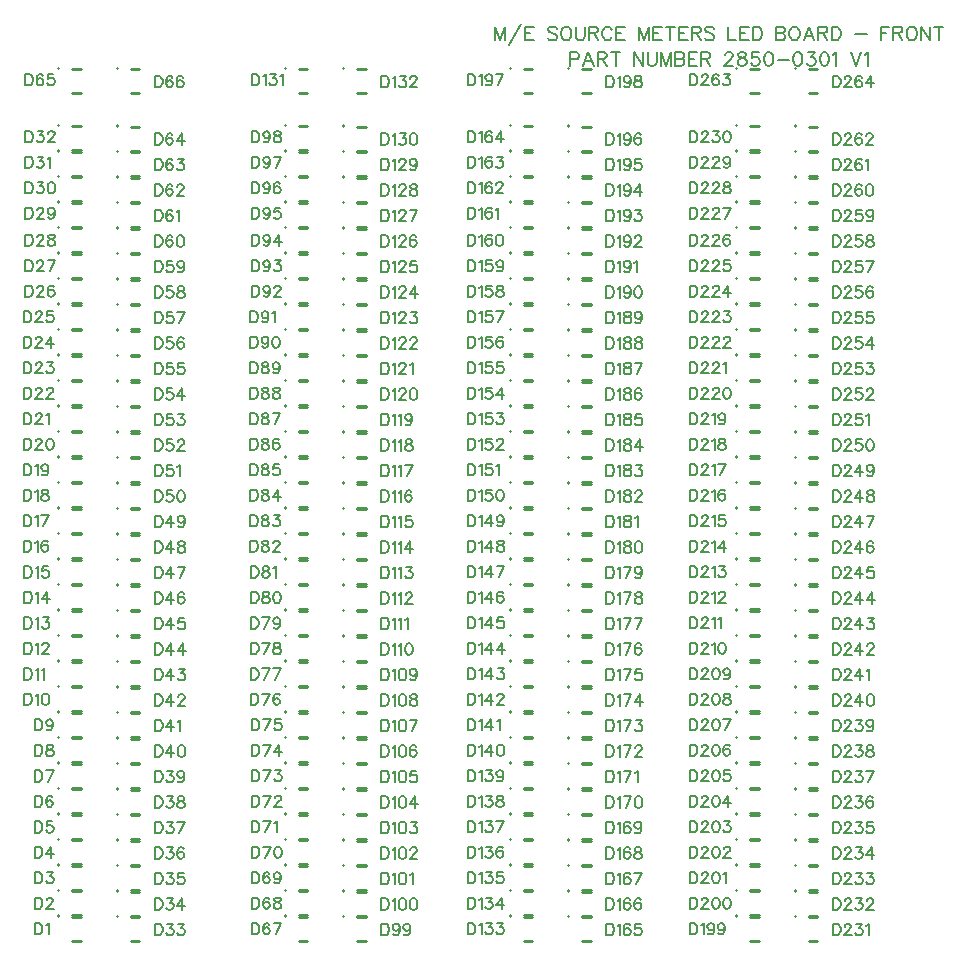
<source format=gto>
G04 Layer: TopSilkscreenLayer*
G04 EasyEDA v6.5.29, 2023-07-18 10:38:40*
G04 9c3e5ffd6bc94b6ca845c2a892670007,5a6b42c53f6a479593ecc07194224c93,10*
G04 Gerber Generator version 0.2*
G04 Scale: 100 percent, Rotated: No, Reflected: No *
G04 Dimensions in millimeters *
G04 leading zeros omitted , absolute positions ,4 integer and 5 decimal *
%FSLAX45Y45*%
%MOMM*%

%ADD10C,0.2032*%
%ADD11C,0.1524*%
%ADD12C,0.2540*%

%LPD*%
D10*
X5626074Y11360632D02*
G01*
X5626074Y11246078D01*
X5626074Y11360632D02*
G01*
X5675096Y11360632D01*
X5691606Y11355044D01*
X5696940Y11349710D01*
X5702528Y11338788D01*
X5702528Y11322532D01*
X5696940Y11311610D01*
X5691606Y11306022D01*
X5675096Y11300688D01*
X5626074Y11300688D01*
X5782030Y11360632D02*
G01*
X5738342Y11246078D01*
X5782030Y11360632D02*
G01*
X5825718Y11246078D01*
X5754852Y11284178D02*
G01*
X5809462Y11284178D01*
X5861786Y11360632D02*
G01*
X5861786Y11246078D01*
X5861786Y11360632D02*
G01*
X5910808Y11360632D01*
X5927064Y11355044D01*
X5932652Y11349710D01*
X5937986Y11338788D01*
X5937986Y11327866D01*
X5932652Y11316944D01*
X5927064Y11311610D01*
X5910808Y11306022D01*
X5861786Y11306022D01*
X5899886Y11306022D02*
G01*
X5937986Y11246078D01*
X6012154Y11360632D02*
G01*
X6012154Y11246078D01*
X5974054Y11360632D02*
G01*
X6050508Y11360632D01*
X6170396Y11360632D02*
G01*
X6170396Y11246078D01*
X6170396Y11360632D02*
G01*
X6246850Y11246078D01*
X6246850Y11360632D02*
G01*
X6246850Y11246078D01*
X6282918Y11360632D02*
G01*
X6282918Y11278844D01*
X6288252Y11262334D01*
X6299174Y11251412D01*
X6315430Y11246078D01*
X6326352Y11246078D01*
X6342862Y11251412D01*
X6353784Y11262334D01*
X6359118Y11278844D01*
X6359118Y11360632D01*
X6395186Y11360632D02*
G01*
X6395186Y11246078D01*
X6395186Y11360632D02*
G01*
X6438874Y11246078D01*
X6482562Y11360632D02*
G01*
X6438874Y11246078D01*
X6482562Y11360632D02*
G01*
X6482562Y11246078D01*
X6518376Y11360632D02*
G01*
X6518376Y11246078D01*
X6518376Y11360632D02*
G01*
X6567652Y11360632D01*
X6583908Y11355044D01*
X6589496Y11349710D01*
X6594830Y11338788D01*
X6594830Y11327866D01*
X6589496Y11316944D01*
X6583908Y11311610D01*
X6567652Y11306022D01*
X6518376Y11306022D02*
G01*
X6567652Y11306022D01*
X6583908Y11300688D01*
X6589496Y11295100D01*
X6594830Y11284178D01*
X6594830Y11267922D01*
X6589496Y11257000D01*
X6583908Y11251412D01*
X6567652Y11246078D01*
X6518376Y11246078D01*
X6630898Y11360632D02*
G01*
X6630898Y11246078D01*
X6630898Y11360632D02*
G01*
X6701764Y11360632D01*
X6630898Y11306022D02*
G01*
X6674586Y11306022D01*
X6630898Y11246078D02*
G01*
X6701764Y11246078D01*
X6737832Y11360632D02*
G01*
X6737832Y11246078D01*
X6737832Y11360632D02*
G01*
X6786854Y11360632D01*
X6803110Y11355044D01*
X6808698Y11349710D01*
X6814032Y11338788D01*
X6814032Y11327866D01*
X6808698Y11316944D01*
X6803110Y11311610D01*
X6786854Y11306022D01*
X6737832Y11306022D01*
X6775932Y11306022D02*
G01*
X6814032Y11246078D01*
X6939508Y11333200D02*
G01*
X6939508Y11338788D01*
X6945096Y11349710D01*
X6950430Y11355044D01*
X6961352Y11360632D01*
X6983196Y11360632D01*
X6994118Y11355044D01*
X6999452Y11349710D01*
X7005040Y11338788D01*
X7005040Y11327866D01*
X6999452Y11316944D01*
X6988530Y11300688D01*
X6934174Y11246078D01*
X7010374Y11246078D01*
X7073620Y11360632D02*
G01*
X7057364Y11355044D01*
X7052030Y11344122D01*
X7052030Y11333200D01*
X7057364Y11322532D01*
X7068286Y11316944D01*
X7090130Y11311610D01*
X7106386Y11306022D01*
X7117308Y11295100D01*
X7122896Y11284178D01*
X7122896Y11267922D01*
X7117308Y11257000D01*
X7111974Y11251412D01*
X7095464Y11246078D01*
X7073620Y11246078D01*
X7057364Y11251412D01*
X7052030Y11257000D01*
X7046442Y11267922D01*
X7046442Y11284178D01*
X7052030Y11295100D01*
X7062698Y11306022D01*
X7079208Y11311610D01*
X7101052Y11316944D01*
X7111974Y11322532D01*
X7117308Y11333200D01*
X7117308Y11344122D01*
X7111974Y11355044D01*
X7095464Y11360632D01*
X7073620Y11360632D01*
X7224242Y11360632D02*
G01*
X7169632Y11360632D01*
X7164298Y11311610D01*
X7169632Y11316944D01*
X7186142Y11322532D01*
X7202398Y11322532D01*
X7218908Y11316944D01*
X7229830Y11306022D01*
X7235164Y11289766D01*
X7235164Y11278844D01*
X7229830Y11262334D01*
X7218908Y11251412D01*
X7202398Y11246078D01*
X7186142Y11246078D01*
X7169632Y11251412D01*
X7164298Y11257000D01*
X7158710Y11267922D01*
X7303998Y11360632D02*
G01*
X7287488Y11355044D01*
X7276566Y11338788D01*
X7271232Y11311610D01*
X7271232Y11295100D01*
X7276566Y11267922D01*
X7287488Y11251412D01*
X7303998Y11246078D01*
X7314920Y11246078D01*
X7331176Y11251412D01*
X7342098Y11267922D01*
X7347432Y11295100D01*
X7347432Y11311610D01*
X7342098Y11338788D01*
X7331176Y11355044D01*
X7314920Y11360632D01*
X7303998Y11360632D01*
X7383500Y11295100D02*
G01*
X7481798Y11295100D01*
X7550378Y11360632D02*
G01*
X7534122Y11355044D01*
X7523200Y11338788D01*
X7517612Y11311610D01*
X7517612Y11295100D01*
X7523200Y11267922D01*
X7534122Y11251412D01*
X7550378Y11246078D01*
X7561300Y11246078D01*
X7577810Y11251412D01*
X7588732Y11267922D01*
X7594066Y11295100D01*
X7594066Y11311610D01*
X7588732Y11338788D01*
X7577810Y11355044D01*
X7561300Y11360632D01*
X7550378Y11360632D01*
X7641056Y11360632D02*
G01*
X7701000Y11360632D01*
X7668234Y11316944D01*
X7684744Y11316944D01*
X7695666Y11311610D01*
X7701000Y11306022D01*
X7706334Y11289766D01*
X7706334Y11278844D01*
X7701000Y11262334D01*
X7690078Y11251412D01*
X7673822Y11246078D01*
X7657312Y11246078D01*
X7641056Y11251412D01*
X7635468Y11257000D01*
X7630134Y11267922D01*
X7775168Y11360632D02*
G01*
X7758912Y11355044D01*
X7747990Y11338788D01*
X7742402Y11311610D01*
X7742402Y11295100D01*
X7747990Y11267922D01*
X7758912Y11251412D01*
X7775168Y11246078D01*
X7786090Y11246078D01*
X7802346Y11251412D01*
X7813268Y11267922D01*
X7818856Y11295100D01*
X7818856Y11311610D01*
X7813268Y11338788D01*
X7802346Y11355044D01*
X7786090Y11360632D01*
X7775168Y11360632D01*
X7854924Y11338788D02*
G01*
X7865846Y11344122D01*
X7882102Y11360632D01*
X7882102Y11246078D01*
X8001990Y11360632D02*
G01*
X8045678Y11246078D01*
X8089366Y11360632D02*
G01*
X8045678Y11246078D01*
X8125434Y11338788D02*
G01*
X8136356Y11344122D01*
X8152612Y11360632D01*
X8152612Y11246078D01*
X4991082Y11576448D02*
G01*
X4991082Y11461894D01*
X4991082Y11576448D02*
G01*
X5034770Y11461894D01*
X5078458Y11576448D02*
G01*
X5034770Y11461894D01*
X5078458Y11576448D02*
G01*
X5078458Y11461894D01*
X5212570Y11598292D02*
G01*
X5114272Y11423794D01*
X5248638Y11576448D02*
G01*
X5248638Y11461894D01*
X5248638Y11576448D02*
G01*
X5319504Y11576448D01*
X5248638Y11521838D02*
G01*
X5292072Y11521838D01*
X5248638Y11461894D02*
G01*
X5319504Y11461894D01*
X5515846Y11560192D02*
G01*
X5504924Y11571114D01*
X5488668Y11576448D01*
X5466824Y11576448D01*
X5450314Y11571114D01*
X5439392Y11560192D01*
X5439392Y11549270D01*
X5444980Y11538348D01*
X5450314Y11532760D01*
X5461236Y11527426D01*
X5494002Y11516504D01*
X5504924Y11510916D01*
X5510258Y11505582D01*
X5515846Y11494660D01*
X5515846Y11478404D01*
X5504924Y11467482D01*
X5488668Y11461894D01*
X5466824Y11461894D01*
X5450314Y11467482D01*
X5439392Y11478404D01*
X5584680Y11576448D02*
G01*
X5573758Y11571114D01*
X5562836Y11560192D01*
X5557248Y11549270D01*
X5551914Y11532760D01*
X5551914Y11505582D01*
X5557248Y11489326D01*
X5562836Y11478404D01*
X5573758Y11467482D01*
X5584680Y11461894D01*
X5606270Y11461894D01*
X5617192Y11467482D01*
X5628114Y11478404D01*
X5633702Y11489326D01*
X5639036Y11505582D01*
X5639036Y11532760D01*
X5633702Y11549270D01*
X5628114Y11560192D01*
X5617192Y11571114D01*
X5606270Y11576448D01*
X5584680Y11576448D01*
X5675104Y11576448D02*
G01*
X5675104Y11494660D01*
X5680438Y11478404D01*
X5691360Y11467482D01*
X5707870Y11461894D01*
X5718792Y11461894D01*
X5735048Y11467482D01*
X5745970Y11478404D01*
X5751558Y11494660D01*
X5751558Y11576448D01*
X5787372Y11576448D02*
G01*
X5787372Y11461894D01*
X5787372Y11576448D02*
G01*
X5836648Y11576448D01*
X5852904Y11571114D01*
X5858492Y11565526D01*
X5863826Y11554604D01*
X5863826Y11543682D01*
X5858492Y11532760D01*
X5852904Y11527426D01*
X5836648Y11521838D01*
X5787372Y11521838D01*
X5825726Y11521838D02*
G01*
X5863826Y11461894D01*
X5981682Y11549270D02*
G01*
X5976094Y11560192D01*
X5965172Y11571114D01*
X5954250Y11576448D01*
X5932660Y11576448D01*
X5921738Y11571114D01*
X5910816Y11560192D01*
X5905228Y11549270D01*
X5899894Y11532760D01*
X5899894Y11505582D01*
X5905228Y11489326D01*
X5910816Y11478404D01*
X5921738Y11467482D01*
X5932660Y11461894D01*
X5954250Y11461894D01*
X5965172Y11467482D01*
X5976094Y11478404D01*
X5981682Y11489326D01*
X6017750Y11576448D02*
G01*
X6017750Y11461894D01*
X6017750Y11576448D02*
G01*
X6088616Y11576448D01*
X6017750Y11521838D02*
G01*
X6061184Y11521838D01*
X6017750Y11461894D02*
G01*
X6088616Y11461894D01*
X6208504Y11576448D02*
G01*
X6208504Y11461894D01*
X6208504Y11576448D02*
G01*
X6252192Y11461894D01*
X6295880Y11576448D02*
G01*
X6252192Y11461894D01*
X6295880Y11576448D02*
G01*
X6295880Y11461894D01*
X6331948Y11576448D02*
G01*
X6331948Y11461894D01*
X6331948Y11576448D02*
G01*
X6402814Y11576448D01*
X6331948Y11521838D02*
G01*
X6375382Y11521838D01*
X6331948Y11461894D02*
G01*
X6402814Y11461894D01*
X6476982Y11576448D02*
G01*
X6476982Y11461894D01*
X6438628Y11576448D02*
G01*
X6515082Y11576448D01*
X6551150Y11576448D02*
G01*
X6551150Y11461894D01*
X6551150Y11576448D02*
G01*
X6622016Y11576448D01*
X6551150Y11521838D02*
G01*
X6594838Y11521838D01*
X6551150Y11461894D02*
G01*
X6622016Y11461894D01*
X6658084Y11576448D02*
G01*
X6658084Y11461894D01*
X6658084Y11576448D02*
G01*
X6707106Y11576448D01*
X6723362Y11571114D01*
X6728950Y11565526D01*
X6734284Y11554604D01*
X6734284Y11543682D01*
X6728950Y11532760D01*
X6723362Y11527426D01*
X6707106Y11521838D01*
X6658084Y11521838D01*
X6696184Y11521838D02*
G01*
X6734284Y11461894D01*
X6846806Y11560192D02*
G01*
X6835884Y11571114D01*
X6819374Y11576448D01*
X6797530Y11576448D01*
X6781274Y11571114D01*
X6770352Y11560192D01*
X6770352Y11549270D01*
X6775940Y11538348D01*
X6781274Y11532760D01*
X6792196Y11527426D01*
X6824962Y11516504D01*
X6835884Y11510916D01*
X6841218Y11505582D01*
X6846806Y11494660D01*
X6846806Y11478404D01*
X6835884Y11467482D01*
X6819374Y11461894D01*
X6797530Y11461894D01*
X6781274Y11467482D01*
X6770352Y11478404D01*
X6966694Y11576448D02*
G01*
X6966694Y11461894D01*
X6966694Y11461894D02*
G01*
X7032226Y11461894D01*
X7068294Y11576448D02*
G01*
X7068294Y11461894D01*
X7068294Y11576448D02*
G01*
X7139160Y11576448D01*
X7068294Y11521838D02*
G01*
X7111728Y11521838D01*
X7068294Y11461894D02*
G01*
X7139160Y11461894D01*
X7174974Y11576448D02*
G01*
X7174974Y11461894D01*
X7174974Y11576448D02*
G01*
X7213328Y11576448D01*
X7229584Y11571114D01*
X7240506Y11560192D01*
X7246094Y11549270D01*
X7251428Y11532760D01*
X7251428Y11505582D01*
X7246094Y11489326D01*
X7240506Y11478404D01*
X7229584Y11467482D01*
X7213328Y11461894D01*
X7174974Y11461894D01*
X7371570Y11576448D02*
G01*
X7371570Y11461894D01*
X7371570Y11576448D02*
G01*
X7420592Y11576448D01*
X7436848Y11571114D01*
X7442436Y11565526D01*
X7447770Y11554604D01*
X7447770Y11543682D01*
X7442436Y11532760D01*
X7436848Y11527426D01*
X7420592Y11521838D01*
X7371570Y11521838D02*
G01*
X7420592Y11521838D01*
X7436848Y11516504D01*
X7442436Y11510916D01*
X7447770Y11500248D01*
X7447770Y11483738D01*
X7442436Y11472816D01*
X7436848Y11467482D01*
X7420592Y11461894D01*
X7371570Y11461894D01*
X7516604Y11576448D02*
G01*
X7505682Y11571114D01*
X7494760Y11560192D01*
X7489172Y11549270D01*
X7483838Y11532760D01*
X7483838Y11505582D01*
X7489172Y11489326D01*
X7494760Y11478404D01*
X7505682Y11467482D01*
X7516604Y11461894D01*
X7538448Y11461894D01*
X7549370Y11467482D01*
X7560292Y11478404D01*
X7565626Y11489326D01*
X7571214Y11505582D01*
X7571214Y11532760D01*
X7565626Y11549270D01*
X7560292Y11560192D01*
X7549370Y11571114D01*
X7538448Y11576448D01*
X7516604Y11576448D01*
X7650716Y11576448D02*
G01*
X7607028Y11461894D01*
X7650716Y11576448D02*
G01*
X7694404Y11461894D01*
X7623538Y11500248D02*
G01*
X7677894Y11500248D01*
X7730472Y11576448D02*
G01*
X7730472Y11461894D01*
X7730472Y11576448D02*
G01*
X7779494Y11576448D01*
X7795750Y11571114D01*
X7801338Y11565526D01*
X7806672Y11554604D01*
X7806672Y11543682D01*
X7801338Y11532760D01*
X7795750Y11527426D01*
X7779494Y11521838D01*
X7730472Y11521838D01*
X7768572Y11521838D02*
G01*
X7806672Y11461894D01*
X7842740Y11576448D02*
G01*
X7842740Y11461894D01*
X7842740Y11576448D02*
G01*
X7880840Y11576448D01*
X7897350Y11571114D01*
X7908272Y11560192D01*
X7913606Y11549270D01*
X7919194Y11532760D01*
X7919194Y11505582D01*
X7913606Y11489326D01*
X7908272Y11478404D01*
X7897350Y11467482D01*
X7880840Y11461894D01*
X7842740Y11461894D01*
X8039082Y11510916D02*
G01*
X8137380Y11510916D01*
X8257268Y11576448D02*
G01*
X8257268Y11461894D01*
X8257268Y11576448D02*
G01*
X8328134Y11576448D01*
X8257268Y11521838D02*
G01*
X8300956Y11521838D01*
X8364202Y11576448D02*
G01*
X8364202Y11461894D01*
X8364202Y11576448D02*
G01*
X8413224Y11576448D01*
X8429734Y11571114D01*
X8435068Y11565526D01*
X8440656Y11554604D01*
X8440656Y11543682D01*
X8435068Y11532760D01*
X8429734Y11527426D01*
X8413224Y11521838D01*
X8364202Y11521838D01*
X8402302Y11521838D02*
G01*
X8440656Y11461894D01*
X8509236Y11576448D02*
G01*
X8498314Y11571114D01*
X8487392Y11560192D01*
X8482058Y11549270D01*
X8476470Y11532760D01*
X8476470Y11505582D01*
X8482058Y11489326D01*
X8487392Y11478404D01*
X8498314Y11467482D01*
X8509236Y11461894D01*
X8531080Y11461894D01*
X8542002Y11467482D01*
X8552924Y11478404D01*
X8558258Y11489326D01*
X8563846Y11505582D01*
X8563846Y11532760D01*
X8558258Y11549270D01*
X8552924Y11560192D01*
X8542002Y11571114D01*
X8531080Y11576448D01*
X8509236Y11576448D01*
X8599914Y11576448D02*
G01*
X8599914Y11461894D01*
X8599914Y11576448D02*
G01*
X8676114Y11461894D01*
X8676114Y11576448D02*
G01*
X8676114Y11461894D01*
X8750282Y11576448D02*
G01*
X8750282Y11461894D01*
X8712182Y11576448D02*
G01*
X8788636Y11576448D01*
D11*
X2933725Y3987088D02*
G01*
X2933725Y3891584D01*
X2933725Y3987088D02*
G01*
X2965475Y3987088D01*
X2979191Y3982516D01*
X2988335Y3973372D01*
X2992907Y3964482D01*
X2997225Y3950766D01*
X2997225Y3927906D01*
X2992907Y3914444D01*
X2988335Y3905300D01*
X2979191Y3896156D01*
X2965475Y3891584D01*
X2933725Y3891584D01*
X3081807Y3973372D02*
G01*
X3077235Y3982516D01*
X3063773Y3987088D01*
X3054629Y3987088D01*
X3040913Y3982516D01*
X3031769Y3968800D01*
X3027451Y3946194D01*
X3027451Y3923588D01*
X3031769Y3905300D01*
X3040913Y3896156D01*
X3054629Y3891584D01*
X3059201Y3891584D01*
X3072917Y3896156D01*
X3081807Y3905300D01*
X3086379Y3919016D01*
X3086379Y3923588D01*
X3081807Y3937050D01*
X3072917Y3946194D01*
X3059201Y3950766D01*
X3054629Y3950766D01*
X3040913Y3946194D01*
X3031769Y3937050D01*
X3027451Y3923588D01*
X3180105Y3987088D02*
G01*
X3134639Y3891584D01*
X3116351Y3987088D02*
G01*
X3180105Y3987088D01*
X2925572Y6791960D02*
G01*
X2925572Y6696455D01*
X2925572Y6791960D02*
G01*
X2957322Y6791960D01*
X2971038Y6787387D01*
X2980181Y6778244D01*
X2984754Y6769354D01*
X2989325Y6755637D01*
X2989325Y6732778D01*
X2984754Y6719315D01*
X2980181Y6710171D01*
X2971038Y6701028D01*
X2957322Y6696455D01*
X2925572Y6696455D01*
X3041904Y6791960D02*
G01*
X3028188Y6787387D01*
X3023870Y6778244D01*
X3023870Y6769354D01*
X3028188Y6760210D01*
X3037331Y6755637D01*
X3055620Y6751065D01*
X3069081Y6746494D01*
X3078225Y6737350D01*
X3082797Y6728205D01*
X3082797Y6714744D01*
X3078225Y6705600D01*
X3073654Y6701028D01*
X3060191Y6696455D01*
X3041904Y6696455D01*
X3028188Y6701028D01*
X3023870Y6705600D01*
X3019297Y6714744D01*
X3019297Y6728205D01*
X3023870Y6737350D01*
X3032759Y6746494D01*
X3046475Y6751065D01*
X3064763Y6755637D01*
X3073654Y6760210D01*
X3078225Y6769354D01*
X3078225Y6778244D01*
X3073654Y6787387D01*
X3060191Y6791960D01*
X3041904Y6791960D01*
X3140202Y6791960D02*
G01*
X3126486Y6787387D01*
X3117341Y6773671D01*
X3112770Y6751065D01*
X3112770Y6737350D01*
X3117341Y6714744D01*
X3126486Y6701028D01*
X3140202Y6696455D01*
X3149091Y6696455D01*
X3162808Y6701028D01*
X3171952Y6714744D01*
X3176524Y6737350D01*
X3176524Y6751065D01*
X3171952Y6773671D01*
X3162808Y6787387D01*
X3149091Y6791960D01*
X3140202Y6791960D01*
X2925572Y6576060D02*
G01*
X2925572Y6480555D01*
X2925572Y6576060D02*
G01*
X2957322Y6576060D01*
X2971038Y6571487D01*
X2980181Y6562344D01*
X2984754Y6553454D01*
X2989325Y6539737D01*
X2989325Y6516878D01*
X2984754Y6503415D01*
X2980181Y6494271D01*
X2971038Y6485128D01*
X2957322Y6480555D01*
X2925572Y6480555D01*
X3082797Y6576060D02*
G01*
X3037331Y6480555D01*
X3019297Y6576060D02*
G01*
X3082797Y6576060D01*
X3171952Y6544310D02*
G01*
X3167379Y6530594D01*
X3158236Y6521450D01*
X3144774Y6516878D01*
X3140202Y6516878D01*
X3126486Y6521450D01*
X3117341Y6530594D01*
X3112770Y6544310D01*
X3112770Y6548881D01*
X3117341Y6562344D01*
X3126486Y6571487D01*
X3140202Y6576060D01*
X3144774Y6576060D01*
X3158236Y6571487D01*
X3167379Y6562344D01*
X3171952Y6544310D01*
X3171952Y6521450D01*
X3167379Y6498844D01*
X3158236Y6485128D01*
X3144774Y6480555D01*
X3135629Y6480555D01*
X3121913Y6485128D01*
X3117341Y6494271D01*
X2925572Y6360160D02*
G01*
X2925572Y6264655D01*
X2925572Y6360160D02*
G01*
X2957322Y6360160D01*
X2971038Y6355587D01*
X2980181Y6346444D01*
X2984754Y6337554D01*
X2989325Y6323837D01*
X2989325Y6300978D01*
X2984754Y6287515D01*
X2980181Y6278371D01*
X2971038Y6269228D01*
X2957322Y6264655D01*
X2925572Y6264655D01*
X3082797Y6360160D02*
G01*
X3037331Y6264655D01*
X3019297Y6360160D02*
G01*
X3082797Y6360160D01*
X3135629Y6360160D02*
G01*
X3121913Y6355587D01*
X3117341Y6346444D01*
X3117341Y6337554D01*
X3121913Y6328410D01*
X3131058Y6323837D01*
X3149091Y6319265D01*
X3162808Y6314694D01*
X3171952Y6305550D01*
X3176524Y6296405D01*
X3176524Y6282944D01*
X3171952Y6273800D01*
X3167379Y6269228D01*
X3153663Y6264655D01*
X3135629Y6264655D01*
X3121913Y6269228D01*
X3117341Y6273800D01*
X3112770Y6282944D01*
X3112770Y6296405D01*
X3117341Y6305550D01*
X3126486Y6314694D01*
X3140202Y6319265D01*
X3158236Y6323837D01*
X3167379Y6328410D01*
X3171952Y6337554D01*
X3171952Y6346444D01*
X3167379Y6355587D01*
X3153663Y6360160D01*
X3135629Y6360160D01*
X2925572Y6144260D02*
G01*
X2925572Y6048755D01*
X2925572Y6144260D02*
G01*
X2957322Y6144260D01*
X2971038Y6139687D01*
X2980181Y6130544D01*
X2984754Y6121654D01*
X2989325Y6107937D01*
X2989325Y6085078D01*
X2984754Y6071615D01*
X2980181Y6062471D01*
X2971038Y6053328D01*
X2957322Y6048755D01*
X2925572Y6048755D01*
X3082797Y6144260D02*
G01*
X3037331Y6048755D01*
X3019297Y6144260D02*
G01*
X3082797Y6144260D01*
X3176524Y6144260D02*
G01*
X3131058Y6048755D01*
X3112770Y6144260D02*
G01*
X3176524Y6144260D01*
X2925572Y5929121D02*
G01*
X2925572Y5833618D01*
X2925572Y5929121D02*
G01*
X2957322Y5929121D01*
X2971038Y5924550D01*
X2980181Y5915405D01*
X2984754Y5906515D01*
X2989072Y5892800D01*
X2989072Y5869939D01*
X2984754Y5856478D01*
X2980181Y5847334D01*
X2971038Y5838189D01*
X2957322Y5833618D01*
X2925572Y5833618D01*
X3082797Y5929121D02*
G01*
X3037331Y5833618D01*
X3019297Y5929121D02*
G01*
X3082797Y5929121D01*
X3167379Y5915405D02*
G01*
X3162808Y5924550D01*
X3149091Y5929121D01*
X3140202Y5929121D01*
X3126486Y5924550D01*
X3117341Y5910834D01*
X3112770Y5888228D01*
X3112770Y5865621D01*
X3117341Y5847334D01*
X3126486Y5838189D01*
X3140202Y5833618D01*
X3144520Y5833618D01*
X3158236Y5838189D01*
X3167379Y5847334D01*
X3171952Y5861050D01*
X3171952Y5865621D01*
X3167379Y5879084D01*
X3158236Y5888228D01*
X3144520Y5892800D01*
X3140202Y5892800D01*
X3126486Y5888228D01*
X3117341Y5879084D01*
X3112770Y5865621D01*
X2933700Y5714237D02*
G01*
X2933700Y5618734D01*
X2933700Y5714237D02*
G01*
X2965450Y5714237D01*
X2979165Y5709665D01*
X2988309Y5700776D01*
X2992881Y5691631D01*
X2997454Y5677915D01*
X2997454Y5655310D01*
X2992881Y5641594D01*
X2988309Y5632450D01*
X2979165Y5623305D01*
X2965450Y5618734D01*
X2933700Y5618734D01*
X3090925Y5714237D02*
G01*
X3045459Y5618734D01*
X3027425Y5714237D02*
G01*
X3090925Y5714237D01*
X3175508Y5714237D02*
G01*
X3130041Y5714237D01*
X3125470Y5673344D01*
X3130041Y5677915D01*
X3143758Y5682487D01*
X3157220Y5682487D01*
X3170936Y5677915D01*
X3180079Y5668771D01*
X3184652Y5655310D01*
X3184652Y5646165D01*
X3180079Y5632450D01*
X3170936Y5623305D01*
X3157220Y5618734D01*
X3143758Y5618734D01*
X3130041Y5623305D01*
X3125470Y5627878D01*
X3120897Y5637021D01*
X2933700Y5498414D02*
G01*
X2933700Y5402910D01*
X2933700Y5498414D02*
G01*
X2965450Y5498414D01*
X2979165Y5493842D01*
X2988309Y5484698D01*
X2992881Y5475808D01*
X2997454Y5462092D01*
X2997454Y5439232D01*
X2992881Y5425770D01*
X2988309Y5416626D01*
X2979165Y5407482D01*
X2965450Y5402910D01*
X2933700Y5402910D01*
X3090925Y5498414D02*
G01*
X3045459Y5402910D01*
X3027425Y5498414D02*
G01*
X3090925Y5498414D01*
X3166363Y5498414D02*
G01*
X3120897Y5434660D01*
X3189224Y5434660D01*
X3166363Y5498414D02*
G01*
X3166363Y5402910D01*
X2933700Y5282437D02*
G01*
X2933700Y5186934D01*
X2933700Y5282437D02*
G01*
X2965450Y5282437D01*
X2979165Y5277865D01*
X2988309Y5268976D01*
X2992881Y5259831D01*
X2997454Y5246115D01*
X2997454Y5223510D01*
X2992881Y5209794D01*
X2988309Y5200650D01*
X2979165Y5191505D01*
X2965450Y5186934D01*
X2933700Y5186934D01*
X3090925Y5282437D02*
G01*
X3045459Y5186934D01*
X3027425Y5282437D02*
G01*
X3090925Y5282437D01*
X3130041Y5282437D02*
G01*
X3180079Y5282437D01*
X3152902Y5246115D01*
X3166363Y5246115D01*
X3175508Y5241544D01*
X3180079Y5236971D01*
X3184652Y5223510D01*
X3184652Y5214365D01*
X3180079Y5200650D01*
X3170936Y5191505D01*
X3157220Y5186934D01*
X3143758Y5186934D01*
X3130041Y5191505D01*
X3125470Y5196078D01*
X3120897Y5205221D01*
X2933700Y5066537D02*
G01*
X2933700Y4971034D01*
X2933700Y5066537D02*
G01*
X2965450Y5066537D01*
X2979165Y5061965D01*
X2988309Y5053076D01*
X2992881Y5043931D01*
X2997454Y5030215D01*
X2997454Y5007610D01*
X2992881Y4993894D01*
X2988309Y4984750D01*
X2979165Y4975605D01*
X2965450Y4971034D01*
X2933700Y4971034D01*
X3090925Y5066537D02*
G01*
X3045459Y4971034D01*
X3027425Y5066537D02*
G01*
X3090925Y5066537D01*
X3125470Y5043931D02*
G01*
X3125470Y5048504D01*
X3130041Y5057394D01*
X3134613Y5061965D01*
X3143758Y5066537D01*
X3161791Y5066537D01*
X3170936Y5061965D01*
X3175508Y5057394D01*
X3180079Y5048504D01*
X3180079Y5039360D01*
X3175508Y5030215D01*
X3166363Y5016500D01*
X3120897Y4971034D01*
X3184652Y4971034D01*
X2933700Y4850637D02*
G01*
X2933700Y4755134D01*
X2933700Y4850637D02*
G01*
X2965450Y4850637D01*
X2979165Y4846065D01*
X2988309Y4837176D01*
X2992881Y4828031D01*
X2997454Y4814315D01*
X2997454Y4791710D01*
X2992881Y4777994D01*
X2988309Y4768850D01*
X2979165Y4759705D01*
X2965450Y4755134D01*
X2933700Y4755134D01*
X3090925Y4850637D02*
G01*
X3045459Y4755134D01*
X3027425Y4850637D02*
G01*
X3090925Y4850637D01*
X3120897Y4832604D02*
G01*
X3130041Y4837176D01*
X3143758Y4850637D01*
X3143758Y4755134D01*
X2933700Y4634737D02*
G01*
X2933700Y4539234D01*
X2933700Y4634737D02*
G01*
X2965450Y4634737D01*
X2979165Y4630165D01*
X2988309Y4621276D01*
X2992881Y4612131D01*
X2997454Y4598415D01*
X2997454Y4575810D01*
X2992881Y4562094D01*
X2988309Y4552950D01*
X2979165Y4543805D01*
X2965450Y4539234D01*
X2933700Y4539234D01*
X3090925Y4634737D02*
G01*
X3045459Y4539234D01*
X3027425Y4634737D02*
G01*
X3090925Y4634737D01*
X3148329Y4634737D02*
G01*
X3134613Y4630165D01*
X3125470Y4616704D01*
X3120897Y4593844D01*
X3120897Y4580381D01*
X3125470Y4557521D01*
X3134613Y4543805D01*
X3148329Y4539234D01*
X3157220Y4539234D01*
X3170936Y4543805D01*
X3180079Y4557521D01*
X3184652Y4580381D01*
X3184652Y4593844D01*
X3180079Y4616704D01*
X3170936Y4630165D01*
X3157220Y4634737D01*
X3148329Y4634737D01*
X2933700Y4418837D02*
G01*
X2933700Y4323334D01*
X2933700Y4418837D02*
G01*
X2965450Y4418837D01*
X2979165Y4414265D01*
X2988309Y4405376D01*
X2992881Y4396231D01*
X2997454Y4382515D01*
X2997454Y4359910D01*
X2992881Y4346194D01*
X2988309Y4337050D01*
X2979165Y4327905D01*
X2965450Y4323334D01*
X2933700Y4323334D01*
X3081781Y4405376D02*
G01*
X3077209Y4414265D01*
X3063747Y4418837D01*
X3054604Y4418837D01*
X3040888Y4414265D01*
X3031997Y4400804D01*
X3027425Y4377944D01*
X3027425Y4355337D01*
X3031997Y4337050D01*
X3040888Y4327905D01*
X3054604Y4323334D01*
X3059175Y4323334D01*
X3072891Y4327905D01*
X3081781Y4337050D01*
X3086354Y4350765D01*
X3086354Y4355337D01*
X3081781Y4368800D01*
X3072891Y4377944D01*
X3059175Y4382515D01*
X3054604Y4382515D01*
X3040888Y4377944D01*
X3031997Y4368800D01*
X3027425Y4355337D01*
X3175508Y4387087D02*
G01*
X3170936Y4373371D01*
X3161791Y4364481D01*
X3148329Y4359910D01*
X3143758Y4359910D01*
X3130041Y4364481D01*
X3120897Y4373371D01*
X3116325Y4387087D01*
X3116325Y4391660D01*
X3120897Y4405376D01*
X3130041Y4414265D01*
X3143758Y4418837D01*
X3148329Y4418837D01*
X3161791Y4414265D01*
X3170936Y4405376D01*
X3175508Y4387087D01*
X3175508Y4364481D01*
X3170936Y4341621D01*
X3161791Y4327905D01*
X3148329Y4323334D01*
X3139186Y4323334D01*
X3125470Y4327905D01*
X3120897Y4337050D01*
X2933700Y4202937D02*
G01*
X2933700Y4107434D01*
X2933700Y4202937D02*
G01*
X2965450Y4202937D01*
X2979165Y4198365D01*
X2988309Y4189476D01*
X2992881Y4180331D01*
X2997454Y4166615D01*
X2997454Y4144010D01*
X2992881Y4130294D01*
X2988309Y4121150D01*
X2979165Y4112005D01*
X2965450Y4107434D01*
X2933700Y4107434D01*
X3081781Y4189476D02*
G01*
X3077209Y4198365D01*
X3063747Y4202937D01*
X3054604Y4202937D01*
X3040888Y4198365D01*
X3031997Y4184904D01*
X3027425Y4162044D01*
X3027425Y4139437D01*
X3031997Y4121150D01*
X3040888Y4112005D01*
X3054604Y4107434D01*
X3059175Y4107434D01*
X3072891Y4112005D01*
X3081781Y4121150D01*
X3086354Y4134865D01*
X3086354Y4139437D01*
X3081781Y4152900D01*
X3072891Y4162044D01*
X3059175Y4166615D01*
X3054604Y4166615D01*
X3040888Y4162044D01*
X3031997Y4152900D01*
X3027425Y4139437D01*
X3139186Y4202937D02*
G01*
X3125470Y4198365D01*
X3120897Y4189476D01*
X3120897Y4180331D01*
X3125470Y4171187D01*
X3134613Y4166615D01*
X3152902Y4162044D01*
X3166363Y4157471D01*
X3175508Y4148581D01*
X3180079Y4139437D01*
X3180079Y4125721D01*
X3175508Y4116578D01*
X3170936Y4112005D01*
X3157220Y4107434D01*
X3139186Y4107434D01*
X3125470Y4112005D01*
X3120897Y4116578D01*
X3116325Y4125721D01*
X3116325Y4139437D01*
X3120897Y4148581D01*
X3130041Y4157471D01*
X3143758Y4162044D01*
X3161791Y4166615D01*
X3170936Y4171187D01*
X3175508Y4180331D01*
X3175508Y4189476D01*
X3170936Y4198365D01*
X3157220Y4202937D01*
X3139186Y4202937D01*
X2925572Y7007860D02*
G01*
X2925572Y6912355D01*
X2925572Y7007860D02*
G01*
X2957322Y7007860D01*
X2971038Y7003287D01*
X2980181Y6994144D01*
X2984754Y6985254D01*
X2989325Y6971537D01*
X2989325Y6948678D01*
X2984754Y6935215D01*
X2980181Y6926071D01*
X2971038Y6916928D01*
X2957322Y6912355D01*
X2925572Y6912355D01*
X3041904Y7007860D02*
G01*
X3028188Y7003287D01*
X3023870Y6994144D01*
X3023870Y6985254D01*
X3028188Y6976110D01*
X3037331Y6971537D01*
X3055620Y6966965D01*
X3069081Y6962394D01*
X3078225Y6953250D01*
X3082797Y6944105D01*
X3082797Y6930644D01*
X3078225Y6921500D01*
X3073654Y6916928D01*
X3060191Y6912355D01*
X3041904Y6912355D01*
X3028188Y6916928D01*
X3023870Y6921500D01*
X3019297Y6930644D01*
X3019297Y6944105D01*
X3023870Y6953250D01*
X3032759Y6962394D01*
X3046475Y6966965D01*
X3064763Y6971537D01*
X3073654Y6976110D01*
X3078225Y6985254D01*
X3078225Y6994144D01*
X3073654Y7003287D01*
X3060191Y7007860D01*
X3041904Y7007860D01*
X3112770Y6989571D02*
G01*
X3121913Y6994144D01*
X3135629Y7007860D01*
X3135629Y6912355D01*
X2921000Y7225537D02*
G01*
X2921000Y7130034D01*
X2921000Y7225537D02*
G01*
X2952750Y7225537D01*
X2966465Y7220965D01*
X2975609Y7212076D01*
X2980181Y7202931D01*
X2984754Y7189215D01*
X2984754Y7166610D01*
X2980181Y7152894D01*
X2975609Y7143750D01*
X2966465Y7134605D01*
X2952750Y7130034D01*
X2921000Y7130034D01*
X3037331Y7225537D02*
G01*
X3023615Y7220965D01*
X3019297Y7212076D01*
X3019297Y7202931D01*
X3023615Y7193787D01*
X3032759Y7189215D01*
X3051047Y7184644D01*
X3064509Y7180071D01*
X3073654Y7171181D01*
X3078225Y7162037D01*
X3078225Y7148321D01*
X3073654Y7139178D01*
X3069081Y7134605D01*
X3055620Y7130034D01*
X3037331Y7130034D01*
X3023615Y7134605D01*
X3019297Y7139178D01*
X3014725Y7148321D01*
X3014725Y7162037D01*
X3019297Y7171181D01*
X3028188Y7180071D01*
X3041904Y7184644D01*
X3060191Y7189215D01*
X3069081Y7193787D01*
X3073654Y7202931D01*
X3073654Y7212076D01*
X3069081Y7220965D01*
X3055620Y7225537D01*
X3037331Y7225537D01*
X3112770Y7202931D02*
G01*
X3112770Y7207504D01*
X3117341Y7216394D01*
X3121913Y7220965D01*
X3131058Y7225537D01*
X3149091Y7225537D01*
X3158236Y7220965D01*
X3162808Y7216394D01*
X3167379Y7207504D01*
X3167379Y7198360D01*
X3162808Y7189215D01*
X3153663Y7175500D01*
X3108197Y7130034D01*
X3171952Y7130034D01*
X2921000Y7441437D02*
G01*
X2921000Y7345934D01*
X2921000Y7441437D02*
G01*
X2952750Y7441437D01*
X2966465Y7436865D01*
X2975609Y7427976D01*
X2980181Y7418831D01*
X2984754Y7405115D01*
X2984754Y7382510D01*
X2980181Y7368794D01*
X2975609Y7359650D01*
X2966465Y7350505D01*
X2952750Y7345934D01*
X2921000Y7345934D01*
X3037331Y7441437D02*
G01*
X3023615Y7436865D01*
X3019297Y7427976D01*
X3019297Y7418831D01*
X3023615Y7409687D01*
X3032759Y7405115D01*
X3051047Y7400544D01*
X3064509Y7395971D01*
X3073654Y7387081D01*
X3078225Y7377937D01*
X3078225Y7364221D01*
X3073654Y7355078D01*
X3069081Y7350505D01*
X3055620Y7345934D01*
X3037331Y7345934D01*
X3023615Y7350505D01*
X3019297Y7355078D01*
X3014725Y7364221D01*
X3014725Y7377937D01*
X3019297Y7387081D01*
X3028188Y7395971D01*
X3041904Y7400544D01*
X3060191Y7405115D01*
X3069081Y7409687D01*
X3073654Y7418831D01*
X3073654Y7427976D01*
X3069081Y7436865D01*
X3055620Y7441437D01*
X3037331Y7441437D01*
X3117341Y7441437D02*
G01*
X3167379Y7441437D01*
X3140202Y7405115D01*
X3153663Y7405115D01*
X3162808Y7400544D01*
X3167379Y7395971D01*
X3171952Y7382510D01*
X3171952Y7373365D01*
X3167379Y7359650D01*
X3158236Y7350505D01*
X3144520Y7345934D01*
X3131058Y7345934D01*
X3117341Y7350505D01*
X3112770Y7355078D01*
X3108197Y7364221D01*
X2921000Y7657337D02*
G01*
X2921000Y7561834D01*
X2921000Y7657337D02*
G01*
X2952750Y7657337D01*
X2966465Y7652765D01*
X2975609Y7643876D01*
X2980181Y7634731D01*
X2984754Y7621015D01*
X2984754Y7598410D01*
X2980181Y7584694D01*
X2975609Y7575550D01*
X2966465Y7566405D01*
X2952750Y7561834D01*
X2921000Y7561834D01*
X3037331Y7657337D02*
G01*
X3023615Y7652765D01*
X3019297Y7643876D01*
X3019297Y7634731D01*
X3023615Y7625587D01*
X3032759Y7621015D01*
X3051047Y7616444D01*
X3064509Y7611871D01*
X3073654Y7602981D01*
X3078225Y7593837D01*
X3078225Y7580121D01*
X3073654Y7570978D01*
X3069081Y7566405D01*
X3055620Y7561834D01*
X3037331Y7561834D01*
X3023615Y7566405D01*
X3019297Y7570978D01*
X3014725Y7580121D01*
X3014725Y7593837D01*
X3019297Y7602981D01*
X3028188Y7611871D01*
X3041904Y7616444D01*
X3060191Y7621015D01*
X3069081Y7625587D01*
X3073654Y7634731D01*
X3073654Y7643876D01*
X3069081Y7652765D01*
X3055620Y7657337D01*
X3037331Y7657337D01*
X3153663Y7657337D02*
G01*
X3108197Y7593837D01*
X3176524Y7593837D01*
X3153663Y7657337D02*
G01*
X3153663Y7561834D01*
X2921000Y7873237D02*
G01*
X2921000Y7777734D01*
X2921000Y7873237D02*
G01*
X2952750Y7873237D01*
X2966465Y7868665D01*
X2975609Y7859776D01*
X2980181Y7850631D01*
X2984754Y7836915D01*
X2984754Y7814310D01*
X2980181Y7800594D01*
X2975609Y7791450D01*
X2966465Y7782305D01*
X2952750Y7777734D01*
X2921000Y7777734D01*
X3037331Y7873237D02*
G01*
X3023615Y7868665D01*
X3019297Y7859776D01*
X3019297Y7850631D01*
X3023615Y7841487D01*
X3032759Y7836915D01*
X3051047Y7832344D01*
X3064509Y7827771D01*
X3073654Y7818881D01*
X3078225Y7809737D01*
X3078225Y7796021D01*
X3073654Y7786878D01*
X3069081Y7782305D01*
X3055620Y7777734D01*
X3037331Y7777734D01*
X3023615Y7782305D01*
X3019297Y7786878D01*
X3014725Y7796021D01*
X3014725Y7809737D01*
X3019297Y7818881D01*
X3028188Y7827771D01*
X3041904Y7832344D01*
X3060191Y7836915D01*
X3069081Y7841487D01*
X3073654Y7850631D01*
X3073654Y7859776D01*
X3069081Y7868665D01*
X3055620Y7873237D01*
X3037331Y7873237D01*
X3162808Y7873237D02*
G01*
X3117341Y7873237D01*
X3112770Y7832344D01*
X3117341Y7836915D01*
X3131058Y7841487D01*
X3144520Y7841487D01*
X3158236Y7836915D01*
X3167379Y7827771D01*
X3171952Y7814310D01*
X3171952Y7805165D01*
X3167379Y7791450D01*
X3158236Y7782305D01*
X3144520Y7777734D01*
X3131058Y7777734D01*
X3117341Y7782305D01*
X3112770Y7786878D01*
X3108197Y7796021D01*
X2921000Y8089137D02*
G01*
X2921000Y7993634D01*
X2921000Y8089137D02*
G01*
X2952750Y8089137D01*
X2966465Y8084565D01*
X2975609Y8075676D01*
X2980181Y8066531D01*
X2984754Y8052815D01*
X2984754Y8030210D01*
X2980181Y8016494D01*
X2975609Y8007350D01*
X2966465Y7998205D01*
X2952750Y7993634D01*
X2921000Y7993634D01*
X3037331Y8089137D02*
G01*
X3023615Y8084565D01*
X3019297Y8075676D01*
X3019297Y8066531D01*
X3023615Y8057387D01*
X3032759Y8052815D01*
X3051047Y8048244D01*
X3064509Y8043671D01*
X3073654Y8034781D01*
X3078225Y8025637D01*
X3078225Y8011921D01*
X3073654Y8002778D01*
X3069081Y7998205D01*
X3055620Y7993634D01*
X3037331Y7993634D01*
X3023615Y7998205D01*
X3019297Y8002778D01*
X3014725Y8011921D01*
X3014725Y8025637D01*
X3019297Y8034781D01*
X3028188Y8043671D01*
X3041904Y8048244D01*
X3060191Y8052815D01*
X3069081Y8057387D01*
X3073654Y8066531D01*
X3073654Y8075676D01*
X3069081Y8084565D01*
X3055620Y8089137D01*
X3037331Y8089137D01*
X3162808Y8075676D02*
G01*
X3158236Y8084565D01*
X3144520Y8089137D01*
X3135629Y8089137D01*
X3121913Y8084565D01*
X3112770Y8071104D01*
X3108197Y8048244D01*
X3108197Y8025637D01*
X3112770Y8007350D01*
X3121913Y7998205D01*
X3135629Y7993634D01*
X3140202Y7993634D01*
X3153663Y7998205D01*
X3162808Y8007350D01*
X3167379Y8021065D01*
X3167379Y8025637D01*
X3162808Y8039100D01*
X3153663Y8048244D01*
X3140202Y8052815D01*
X3135629Y8052815D01*
X3121913Y8048244D01*
X3112770Y8039100D01*
X3108197Y8025637D01*
X2921000Y8305037D02*
G01*
X2921000Y8209534D01*
X2921000Y8305037D02*
G01*
X2952750Y8305037D01*
X2966465Y8300465D01*
X2975609Y8291576D01*
X2980181Y8282431D01*
X2984754Y8268715D01*
X2984754Y8246110D01*
X2980181Y8232394D01*
X2975609Y8223250D01*
X2966465Y8214105D01*
X2952750Y8209534D01*
X2921000Y8209534D01*
X3037331Y8305037D02*
G01*
X3023615Y8300465D01*
X3019297Y8291576D01*
X3019297Y8282431D01*
X3023615Y8273287D01*
X3032759Y8268715D01*
X3051047Y8264144D01*
X3064509Y8259571D01*
X3073654Y8250681D01*
X3078225Y8241537D01*
X3078225Y8227821D01*
X3073654Y8218678D01*
X3069081Y8214105D01*
X3055620Y8209534D01*
X3037331Y8209534D01*
X3023615Y8214105D01*
X3019297Y8218678D01*
X3014725Y8227821D01*
X3014725Y8241537D01*
X3019297Y8250681D01*
X3028188Y8259571D01*
X3041904Y8264144D01*
X3060191Y8268715D01*
X3069081Y8273287D01*
X3073654Y8282431D01*
X3073654Y8291576D01*
X3069081Y8300465D01*
X3055620Y8305037D01*
X3037331Y8305037D01*
X3171952Y8305037D02*
G01*
X3126486Y8209534D01*
X3108197Y8305037D02*
G01*
X3171952Y8305037D01*
X2921000Y8520937D02*
G01*
X2921000Y8425434D01*
X2921000Y8520937D02*
G01*
X2952750Y8520937D01*
X2966465Y8516365D01*
X2975609Y8507476D01*
X2980181Y8498331D01*
X2984754Y8484615D01*
X2984754Y8462010D01*
X2980181Y8448294D01*
X2975609Y8439150D01*
X2966465Y8430005D01*
X2952750Y8425434D01*
X2921000Y8425434D01*
X3037331Y8520937D02*
G01*
X3023615Y8516365D01*
X3019297Y8507476D01*
X3019297Y8498331D01*
X3023615Y8489187D01*
X3032759Y8484615D01*
X3051047Y8480044D01*
X3064509Y8475471D01*
X3073654Y8466581D01*
X3078225Y8457437D01*
X3078225Y8443721D01*
X3073654Y8434578D01*
X3069081Y8430005D01*
X3055620Y8425434D01*
X3037331Y8425434D01*
X3023615Y8430005D01*
X3019297Y8434578D01*
X3014725Y8443721D01*
X3014725Y8457437D01*
X3019297Y8466581D01*
X3028188Y8475471D01*
X3041904Y8480044D01*
X3060191Y8484615D01*
X3069081Y8489187D01*
X3073654Y8498331D01*
X3073654Y8507476D01*
X3069081Y8516365D01*
X3055620Y8520937D01*
X3037331Y8520937D01*
X3131058Y8520937D02*
G01*
X3117341Y8516365D01*
X3112770Y8507476D01*
X3112770Y8498331D01*
X3117341Y8489187D01*
X3126486Y8484615D01*
X3144520Y8480044D01*
X3158236Y8475471D01*
X3167379Y8466581D01*
X3171952Y8457437D01*
X3171952Y8443721D01*
X3167379Y8434578D01*
X3162808Y8430005D01*
X3149091Y8425434D01*
X3131058Y8425434D01*
X3117341Y8430005D01*
X3112770Y8434578D01*
X3108197Y8443721D01*
X3108197Y8457437D01*
X3112770Y8466581D01*
X3121913Y8475471D01*
X3135629Y8480044D01*
X3153663Y8484615D01*
X3162808Y8489187D01*
X3167379Y8498331D01*
X3167379Y8507476D01*
X3162808Y8516365D01*
X3149091Y8520937D01*
X3131058Y8520937D01*
X2921000Y8736837D02*
G01*
X2921000Y8641334D01*
X2921000Y8736837D02*
G01*
X2952750Y8736837D01*
X2966465Y8732265D01*
X2975609Y8723376D01*
X2980181Y8714231D01*
X2984754Y8700515D01*
X2984754Y8677910D01*
X2980181Y8664194D01*
X2975609Y8655050D01*
X2966465Y8645905D01*
X2952750Y8641334D01*
X2921000Y8641334D01*
X3037331Y8736837D02*
G01*
X3023615Y8732265D01*
X3019297Y8723376D01*
X3019297Y8714231D01*
X3023615Y8705087D01*
X3032759Y8700515D01*
X3051047Y8695944D01*
X3064509Y8691371D01*
X3073654Y8682481D01*
X3078225Y8673337D01*
X3078225Y8659621D01*
X3073654Y8650478D01*
X3069081Y8645905D01*
X3055620Y8641334D01*
X3037331Y8641334D01*
X3023615Y8645905D01*
X3019297Y8650478D01*
X3014725Y8659621D01*
X3014725Y8673337D01*
X3019297Y8682481D01*
X3028188Y8691371D01*
X3041904Y8695944D01*
X3060191Y8700515D01*
X3069081Y8705087D01*
X3073654Y8714231D01*
X3073654Y8723376D01*
X3069081Y8732265D01*
X3055620Y8736837D01*
X3037331Y8736837D01*
X3167379Y8705087D02*
G01*
X3162808Y8691371D01*
X3153663Y8682481D01*
X3140202Y8677910D01*
X3135629Y8677910D01*
X3121913Y8682481D01*
X3112770Y8691371D01*
X3108197Y8705087D01*
X3108197Y8709660D01*
X3112770Y8723376D01*
X3121913Y8732265D01*
X3135629Y8736837D01*
X3140202Y8736837D01*
X3153663Y8732265D01*
X3162808Y8723376D01*
X3167379Y8705087D01*
X3167379Y8682481D01*
X3162808Y8659621D01*
X3153663Y8645905D01*
X3140202Y8641334D01*
X3131058Y8641334D01*
X3117341Y8645905D01*
X3112770Y8655050D01*
X2921000Y8952737D02*
G01*
X2921000Y8857234D01*
X2921000Y8952737D02*
G01*
X2952750Y8952737D01*
X2966465Y8948165D01*
X2975609Y8939276D01*
X2980181Y8930131D01*
X2984754Y8916415D01*
X2984754Y8893810D01*
X2980181Y8880094D01*
X2975609Y8870950D01*
X2966465Y8861805D01*
X2952750Y8857234D01*
X2921000Y8857234D01*
X3073654Y8920987D02*
G01*
X3069081Y8907271D01*
X3060191Y8898381D01*
X3046475Y8893810D01*
X3041904Y8893810D01*
X3028188Y8898381D01*
X3019297Y8907271D01*
X3014725Y8920987D01*
X3014725Y8925560D01*
X3019297Y8939276D01*
X3028188Y8948165D01*
X3041904Y8952737D01*
X3046475Y8952737D01*
X3060191Y8948165D01*
X3069081Y8939276D01*
X3073654Y8920987D01*
X3073654Y8898381D01*
X3069081Y8875521D01*
X3060191Y8861805D01*
X3046475Y8857234D01*
X3037331Y8857234D01*
X3023615Y8861805D01*
X3019297Y8870950D01*
X3131058Y8952737D02*
G01*
X3117341Y8948165D01*
X3108197Y8934704D01*
X3103625Y8911844D01*
X3103625Y8898381D01*
X3108197Y8875521D01*
X3117341Y8861805D01*
X3131058Y8857234D01*
X3140202Y8857234D01*
X3153663Y8861805D01*
X3162808Y8875521D01*
X3167379Y8898381D01*
X3167379Y8911844D01*
X3162808Y8934704D01*
X3153663Y8948165D01*
X3140202Y8952737D01*
X3131058Y8952737D01*
X2921000Y9168637D02*
G01*
X2921000Y9073134D01*
X2921000Y9168637D02*
G01*
X2952750Y9168637D01*
X2966465Y9164065D01*
X2975609Y9155176D01*
X2980181Y9146031D01*
X2984754Y9132315D01*
X2984754Y9109710D01*
X2980181Y9095994D01*
X2975609Y9086850D01*
X2966465Y9077705D01*
X2952750Y9073134D01*
X2921000Y9073134D01*
X3073654Y9136887D02*
G01*
X3069081Y9123171D01*
X3060191Y9114281D01*
X3046475Y9109710D01*
X3041904Y9109710D01*
X3028188Y9114281D01*
X3019297Y9123171D01*
X3014725Y9136887D01*
X3014725Y9141460D01*
X3019297Y9155176D01*
X3028188Y9164065D01*
X3041904Y9168637D01*
X3046475Y9168637D01*
X3060191Y9164065D01*
X3069081Y9155176D01*
X3073654Y9136887D01*
X3073654Y9114281D01*
X3069081Y9091421D01*
X3060191Y9077705D01*
X3046475Y9073134D01*
X3037331Y9073134D01*
X3023615Y9077705D01*
X3019297Y9086850D01*
X3103625Y9150604D02*
G01*
X3112770Y9155176D01*
X3126486Y9168637D01*
X3126486Y9073134D01*
X2933700Y9384537D02*
G01*
X2933700Y9289034D01*
X2933700Y9384537D02*
G01*
X2965450Y9384537D01*
X2979165Y9379965D01*
X2988309Y9371076D01*
X2992881Y9361931D01*
X2997454Y9348215D01*
X2997454Y9325610D01*
X2992881Y9311894D01*
X2988309Y9302750D01*
X2979165Y9293605D01*
X2965450Y9289034D01*
X2933700Y9289034D01*
X3086354Y9352787D02*
G01*
X3081781Y9339071D01*
X3072891Y9330181D01*
X3059175Y9325610D01*
X3054604Y9325610D01*
X3040888Y9330181D01*
X3031997Y9339071D01*
X3027425Y9352787D01*
X3027425Y9357360D01*
X3031997Y9371076D01*
X3040888Y9379965D01*
X3054604Y9384537D01*
X3059175Y9384537D01*
X3072891Y9379965D01*
X3081781Y9371076D01*
X3086354Y9352787D01*
X3086354Y9330181D01*
X3081781Y9307321D01*
X3072891Y9293605D01*
X3059175Y9289034D01*
X3050031Y9289034D01*
X3036315Y9293605D01*
X3031997Y9302750D01*
X3120897Y9361931D02*
G01*
X3120897Y9366504D01*
X3125470Y9375394D01*
X3130041Y9379965D01*
X3139186Y9384537D01*
X3157220Y9384537D01*
X3166363Y9379965D01*
X3170936Y9375394D01*
X3175508Y9366504D01*
X3175508Y9357360D01*
X3170936Y9348215D01*
X3161791Y9334500D01*
X3116325Y9289034D01*
X3180079Y9289034D01*
X2933700Y9600437D02*
G01*
X2933700Y9504934D01*
X2933700Y9600437D02*
G01*
X2965450Y9600437D01*
X2979165Y9595865D01*
X2988309Y9586976D01*
X2992881Y9577831D01*
X2997454Y9564115D01*
X2997454Y9541510D01*
X2992881Y9527794D01*
X2988309Y9518650D01*
X2979165Y9509505D01*
X2965450Y9504934D01*
X2933700Y9504934D01*
X3086354Y9568687D02*
G01*
X3081781Y9554971D01*
X3072891Y9546081D01*
X3059175Y9541510D01*
X3054604Y9541510D01*
X3040888Y9546081D01*
X3031997Y9554971D01*
X3027425Y9568687D01*
X3027425Y9573260D01*
X3031997Y9586976D01*
X3040888Y9595865D01*
X3054604Y9600437D01*
X3059175Y9600437D01*
X3072891Y9595865D01*
X3081781Y9586976D01*
X3086354Y9568687D01*
X3086354Y9546081D01*
X3081781Y9523221D01*
X3072891Y9509505D01*
X3059175Y9504934D01*
X3050031Y9504934D01*
X3036315Y9509505D01*
X3031997Y9518650D01*
X3125470Y9600437D02*
G01*
X3175508Y9600437D01*
X3148329Y9564115D01*
X3161791Y9564115D01*
X3170936Y9559544D01*
X3175508Y9554971D01*
X3180079Y9541510D01*
X3180079Y9532365D01*
X3175508Y9518650D01*
X3166363Y9509505D01*
X3152902Y9504934D01*
X3139186Y9504934D01*
X3125470Y9509505D01*
X3120897Y9514078D01*
X3116325Y9523221D01*
X2933700Y9816337D02*
G01*
X2933700Y9720834D01*
X2933700Y9816337D02*
G01*
X2965450Y9816337D01*
X2979165Y9811765D01*
X2988309Y9802876D01*
X2992881Y9793731D01*
X2997454Y9780015D01*
X2997454Y9757410D01*
X2992881Y9743694D01*
X2988309Y9734550D01*
X2979165Y9725405D01*
X2965450Y9720834D01*
X2933700Y9720834D01*
X3086354Y9784587D02*
G01*
X3081781Y9770871D01*
X3072891Y9761981D01*
X3059175Y9757410D01*
X3054604Y9757410D01*
X3040888Y9761981D01*
X3031997Y9770871D01*
X3027425Y9784587D01*
X3027425Y9789160D01*
X3031997Y9802876D01*
X3040888Y9811765D01*
X3054604Y9816337D01*
X3059175Y9816337D01*
X3072891Y9811765D01*
X3081781Y9802876D01*
X3086354Y9784587D01*
X3086354Y9761981D01*
X3081781Y9739121D01*
X3072891Y9725405D01*
X3059175Y9720834D01*
X3050031Y9720834D01*
X3036315Y9725405D01*
X3031997Y9734550D01*
X3161791Y9816337D02*
G01*
X3116325Y9752837D01*
X3184652Y9752837D01*
X3161791Y9816337D02*
G01*
X3161791Y9720834D01*
X2933700Y10044937D02*
G01*
X2933700Y9949434D01*
X2933700Y10044937D02*
G01*
X2965450Y10044937D01*
X2979165Y10040365D01*
X2988309Y10031476D01*
X2992881Y10022331D01*
X2997454Y10008615D01*
X2997454Y9986010D01*
X2992881Y9972294D01*
X2988309Y9963150D01*
X2979165Y9954005D01*
X2965450Y9949434D01*
X2933700Y9949434D01*
X3086354Y10013187D02*
G01*
X3081781Y9999471D01*
X3072891Y9990581D01*
X3059175Y9986010D01*
X3054604Y9986010D01*
X3040888Y9990581D01*
X3031997Y9999471D01*
X3027425Y10013187D01*
X3027425Y10017760D01*
X3031997Y10031476D01*
X3040888Y10040365D01*
X3054604Y10044937D01*
X3059175Y10044937D01*
X3072891Y10040365D01*
X3081781Y10031476D01*
X3086354Y10013187D01*
X3086354Y9990581D01*
X3081781Y9967721D01*
X3072891Y9954005D01*
X3059175Y9949434D01*
X3050031Y9949434D01*
X3036315Y9954005D01*
X3031997Y9963150D01*
X3170936Y10044937D02*
G01*
X3125470Y10044937D01*
X3120897Y10004044D01*
X3125470Y10008615D01*
X3139186Y10013187D01*
X3152902Y10013187D01*
X3166363Y10008615D01*
X3175508Y9999471D01*
X3180079Y9986010D01*
X3180079Y9976865D01*
X3175508Y9963150D01*
X3166363Y9954005D01*
X3152902Y9949434D01*
X3139186Y9949434D01*
X3125470Y9954005D01*
X3120897Y9958578D01*
X3116325Y9967721D01*
X2933700Y10260837D02*
G01*
X2933700Y10165334D01*
X2933700Y10260837D02*
G01*
X2965450Y10260837D01*
X2979165Y10256265D01*
X2988309Y10247376D01*
X2992881Y10238231D01*
X2997454Y10224515D01*
X2997454Y10201910D01*
X2992881Y10188194D01*
X2988309Y10179050D01*
X2979165Y10169905D01*
X2965450Y10165334D01*
X2933700Y10165334D01*
X3086354Y10229087D02*
G01*
X3081781Y10215371D01*
X3072891Y10206481D01*
X3059175Y10201910D01*
X3054604Y10201910D01*
X3040888Y10206481D01*
X3031997Y10215371D01*
X3027425Y10229087D01*
X3027425Y10233660D01*
X3031997Y10247376D01*
X3040888Y10256265D01*
X3054604Y10260837D01*
X3059175Y10260837D01*
X3072891Y10256265D01*
X3081781Y10247376D01*
X3086354Y10229087D01*
X3086354Y10206481D01*
X3081781Y10183621D01*
X3072891Y10169905D01*
X3059175Y10165334D01*
X3050031Y10165334D01*
X3036315Y10169905D01*
X3031997Y10179050D01*
X3170936Y10247376D02*
G01*
X3166363Y10256265D01*
X3152902Y10260837D01*
X3143758Y10260837D01*
X3130041Y10256265D01*
X3120897Y10242804D01*
X3116325Y10219944D01*
X3116325Y10197337D01*
X3120897Y10179050D01*
X3130041Y10169905D01*
X3143758Y10165334D01*
X3148329Y10165334D01*
X3161791Y10169905D01*
X3170936Y10179050D01*
X3175508Y10192765D01*
X3175508Y10197337D01*
X3170936Y10210800D01*
X3161791Y10219944D01*
X3148329Y10224515D01*
X3143758Y10224515D01*
X3130041Y10219944D01*
X3120897Y10210800D01*
X3116325Y10197337D01*
X2933700Y10476737D02*
G01*
X2933700Y10381234D01*
X2933700Y10476737D02*
G01*
X2965450Y10476737D01*
X2979165Y10472165D01*
X2988309Y10463276D01*
X2992881Y10454131D01*
X2997454Y10440415D01*
X2997454Y10417810D01*
X2992881Y10404094D01*
X2988309Y10394950D01*
X2979165Y10385805D01*
X2965450Y10381234D01*
X2933700Y10381234D01*
X3086354Y10444987D02*
G01*
X3081781Y10431271D01*
X3072891Y10422381D01*
X3059175Y10417810D01*
X3054604Y10417810D01*
X3040888Y10422381D01*
X3031997Y10431271D01*
X3027425Y10444987D01*
X3027425Y10449560D01*
X3031997Y10463276D01*
X3040888Y10472165D01*
X3054604Y10476737D01*
X3059175Y10476737D01*
X3072891Y10472165D01*
X3081781Y10463276D01*
X3086354Y10444987D01*
X3086354Y10422381D01*
X3081781Y10399521D01*
X3072891Y10385805D01*
X3059175Y10381234D01*
X3050031Y10381234D01*
X3036315Y10385805D01*
X3031997Y10394950D01*
X3180079Y10476737D02*
G01*
X3134613Y10381234D01*
X3116325Y10476737D02*
G01*
X3180079Y10476737D01*
X2933700Y10692637D02*
G01*
X2933700Y10597134D01*
X2933700Y10692637D02*
G01*
X2965450Y10692637D01*
X2979165Y10688065D01*
X2988309Y10679176D01*
X2992881Y10670031D01*
X2997454Y10656315D01*
X2997454Y10633710D01*
X2992881Y10619994D01*
X2988309Y10610850D01*
X2979165Y10601705D01*
X2965450Y10597134D01*
X2933700Y10597134D01*
X3086354Y10660887D02*
G01*
X3081781Y10647171D01*
X3072891Y10638281D01*
X3059175Y10633710D01*
X3054604Y10633710D01*
X3040888Y10638281D01*
X3031997Y10647171D01*
X3027425Y10660887D01*
X3027425Y10665460D01*
X3031997Y10679176D01*
X3040888Y10688065D01*
X3054604Y10692637D01*
X3059175Y10692637D01*
X3072891Y10688065D01*
X3081781Y10679176D01*
X3086354Y10660887D01*
X3086354Y10638281D01*
X3081781Y10615421D01*
X3072891Y10601705D01*
X3059175Y10597134D01*
X3050031Y10597134D01*
X3036315Y10601705D01*
X3031997Y10610850D01*
X3139186Y10692637D02*
G01*
X3125470Y10688065D01*
X3120897Y10679176D01*
X3120897Y10670031D01*
X3125470Y10660887D01*
X3134613Y10656315D01*
X3152902Y10651744D01*
X3166363Y10647171D01*
X3175508Y10638281D01*
X3180079Y10629137D01*
X3180079Y10615421D01*
X3175508Y10606278D01*
X3170936Y10601705D01*
X3157220Y10597134D01*
X3139186Y10597134D01*
X3125470Y10601705D01*
X3120897Y10606278D01*
X3116325Y10615421D01*
X3116325Y10629137D01*
X3120897Y10638281D01*
X3130041Y10647171D01*
X3143758Y10651744D01*
X3161791Y10656315D01*
X3170936Y10660887D01*
X3175508Y10670031D01*
X3175508Y10679176D01*
X3170936Y10688065D01*
X3157220Y10692637D01*
X3139186Y10692637D01*
X4030472Y3980179D02*
G01*
X4030472Y3884676D01*
X4030472Y3980179D02*
G01*
X4062222Y3980179D01*
X4075938Y3975607D01*
X4085081Y3966718D01*
X4089654Y3957573D01*
X4094225Y3943857D01*
X4094225Y3921252D01*
X4089654Y3907536D01*
X4085081Y3898392D01*
X4075938Y3889247D01*
X4062222Y3884676D01*
X4030472Y3884676D01*
X4183125Y3948429D02*
G01*
X4178554Y3934713D01*
X4169663Y3925823D01*
X4155947Y3921252D01*
X4151375Y3921252D01*
X4137659Y3925823D01*
X4128770Y3934713D01*
X4124197Y3948429D01*
X4124197Y3953002D01*
X4128770Y3966718D01*
X4137659Y3975607D01*
X4151375Y3980179D01*
X4155947Y3980179D01*
X4169663Y3975607D01*
X4178554Y3966718D01*
X4183125Y3948429D01*
X4183125Y3925823D01*
X4178554Y3902963D01*
X4169663Y3889247D01*
X4155947Y3884676D01*
X4146804Y3884676D01*
X4133088Y3889247D01*
X4128770Y3898392D01*
X4272279Y3948429D02*
G01*
X4267708Y3934713D01*
X4258563Y3925823D01*
X4245102Y3921252D01*
X4240529Y3921252D01*
X4226813Y3925823D01*
X4217670Y3934713D01*
X4213097Y3948429D01*
X4213097Y3953002D01*
X4217670Y3966718D01*
X4226813Y3975607D01*
X4240529Y3980179D01*
X4245102Y3980179D01*
X4258563Y3975607D01*
X4267708Y3966718D01*
X4272279Y3948429D01*
X4272279Y3925823D01*
X4267708Y3902963D01*
X4258563Y3889247D01*
X4245102Y3884676D01*
X4235958Y3884676D01*
X4222241Y3889247D01*
X4217670Y3898392D01*
X4030472Y4196079D02*
G01*
X4030472Y4100576D01*
X4030472Y4196079D02*
G01*
X4062222Y4196079D01*
X4075938Y4191507D01*
X4085081Y4182618D01*
X4089654Y4173473D01*
X4094225Y4159757D01*
X4094225Y4137152D01*
X4089654Y4123436D01*
X4085081Y4114292D01*
X4075938Y4105147D01*
X4062222Y4100576D01*
X4030472Y4100576D01*
X4124197Y4178045D02*
G01*
X4133088Y4182618D01*
X4146804Y4196079D01*
X4146804Y4100576D01*
X4204208Y4196079D02*
G01*
X4190491Y4191507D01*
X4181347Y4178045D01*
X4176775Y4155186D01*
X4176775Y4141723D01*
X4181347Y4118863D01*
X4190491Y4105147D01*
X4204208Y4100576D01*
X4213097Y4100576D01*
X4226813Y4105147D01*
X4235958Y4118863D01*
X4240529Y4141723D01*
X4240529Y4155186D01*
X4235958Y4178045D01*
X4226813Y4191507D01*
X4213097Y4196079D01*
X4204208Y4196079D01*
X4297679Y4196079D02*
G01*
X4284218Y4191507D01*
X4275074Y4178045D01*
X4270502Y4155186D01*
X4270502Y4141723D01*
X4275074Y4118863D01*
X4284218Y4105147D01*
X4297679Y4100576D01*
X4306824Y4100576D01*
X4320540Y4105147D01*
X4329684Y4118863D01*
X4334002Y4141723D01*
X4334002Y4155186D01*
X4329684Y4178045D01*
X4320540Y4191507D01*
X4306824Y4196079D01*
X4297679Y4196079D01*
X4030472Y4411979D02*
G01*
X4030472Y4316476D01*
X4030472Y4411979D02*
G01*
X4062222Y4411979D01*
X4075938Y4407407D01*
X4085081Y4398518D01*
X4089654Y4389373D01*
X4094225Y4375657D01*
X4094225Y4353052D01*
X4089654Y4339336D01*
X4085081Y4330192D01*
X4075938Y4321047D01*
X4062222Y4316476D01*
X4030472Y4316476D01*
X4124197Y4393945D02*
G01*
X4133088Y4398518D01*
X4146804Y4411979D01*
X4146804Y4316476D01*
X4204208Y4411979D02*
G01*
X4190491Y4407407D01*
X4181347Y4393945D01*
X4176775Y4371086D01*
X4176775Y4357623D01*
X4181347Y4334763D01*
X4190491Y4321047D01*
X4204208Y4316476D01*
X4213097Y4316476D01*
X4226813Y4321047D01*
X4235958Y4334763D01*
X4240529Y4357623D01*
X4240529Y4371086D01*
X4235958Y4393945D01*
X4226813Y4407407D01*
X4213097Y4411979D01*
X4204208Y4411979D01*
X4270502Y4393945D02*
G01*
X4279645Y4398518D01*
X4293108Y4411979D01*
X4293108Y4316476D01*
X4030472Y4627879D02*
G01*
X4030472Y4532376D01*
X4030472Y4627879D02*
G01*
X4062222Y4627879D01*
X4075938Y4623307D01*
X4085081Y4614418D01*
X4089654Y4605273D01*
X4094225Y4591557D01*
X4094225Y4568952D01*
X4089654Y4555236D01*
X4085081Y4546092D01*
X4075938Y4536947D01*
X4062222Y4532376D01*
X4030472Y4532376D01*
X4124197Y4609845D02*
G01*
X4133088Y4614418D01*
X4146804Y4627879D01*
X4146804Y4532376D01*
X4204208Y4627879D02*
G01*
X4190491Y4623307D01*
X4181347Y4609845D01*
X4176775Y4586986D01*
X4176775Y4573523D01*
X4181347Y4550663D01*
X4190491Y4536947D01*
X4204208Y4532376D01*
X4213097Y4532376D01*
X4226813Y4536947D01*
X4235958Y4550663D01*
X4240529Y4573523D01*
X4240529Y4586986D01*
X4235958Y4609845D01*
X4226813Y4623307D01*
X4213097Y4627879D01*
X4204208Y4627879D01*
X4275074Y4605273D02*
G01*
X4275074Y4609845D01*
X4279645Y4618736D01*
X4284218Y4623307D01*
X4293108Y4627879D01*
X4311395Y4627879D01*
X4320540Y4623307D01*
X4325111Y4618736D01*
X4329684Y4609845D01*
X4329684Y4600702D01*
X4325111Y4591557D01*
X4315968Y4577842D01*
X4270502Y4532376D01*
X4334002Y4532376D01*
X4030472Y4843779D02*
G01*
X4030472Y4748276D01*
X4030472Y4843779D02*
G01*
X4062222Y4843779D01*
X4075938Y4839207D01*
X4085081Y4830318D01*
X4089654Y4821173D01*
X4094225Y4807457D01*
X4094225Y4784852D01*
X4089654Y4771136D01*
X4085081Y4761992D01*
X4075938Y4752847D01*
X4062222Y4748276D01*
X4030472Y4748276D01*
X4124197Y4825745D02*
G01*
X4133088Y4830318D01*
X4146804Y4843779D01*
X4146804Y4748276D01*
X4204208Y4843779D02*
G01*
X4190491Y4839207D01*
X4181347Y4825745D01*
X4176775Y4802886D01*
X4176775Y4789423D01*
X4181347Y4766563D01*
X4190491Y4752847D01*
X4204208Y4748276D01*
X4213097Y4748276D01*
X4226813Y4752847D01*
X4235958Y4766563D01*
X4240529Y4789423D01*
X4240529Y4802886D01*
X4235958Y4825745D01*
X4226813Y4839207D01*
X4213097Y4843779D01*
X4204208Y4843779D01*
X4279645Y4843779D02*
G01*
X4329684Y4843779D01*
X4302252Y4807457D01*
X4315968Y4807457D01*
X4325111Y4802886D01*
X4329684Y4798313D01*
X4334002Y4784852D01*
X4334002Y4775707D01*
X4329684Y4761992D01*
X4320540Y4752847D01*
X4306824Y4748276D01*
X4293108Y4748276D01*
X4279645Y4752847D01*
X4275074Y4757420D01*
X4270502Y4766563D01*
X4030472Y5059679D02*
G01*
X4030472Y4964176D01*
X4030472Y5059679D02*
G01*
X4062222Y5059679D01*
X4075938Y5055107D01*
X4085081Y5046218D01*
X4089654Y5037073D01*
X4094225Y5023357D01*
X4094225Y5000752D01*
X4089654Y4987036D01*
X4085081Y4977892D01*
X4075938Y4968747D01*
X4062222Y4964176D01*
X4030472Y4964176D01*
X4124197Y5041645D02*
G01*
X4133088Y5046218D01*
X4146804Y5059679D01*
X4146804Y4964176D01*
X4204208Y5059679D02*
G01*
X4190491Y5055107D01*
X4181347Y5041645D01*
X4176775Y5018786D01*
X4176775Y5005323D01*
X4181347Y4982463D01*
X4190491Y4968747D01*
X4204208Y4964176D01*
X4213097Y4964176D01*
X4226813Y4968747D01*
X4235958Y4982463D01*
X4240529Y5005323D01*
X4240529Y5018786D01*
X4235958Y5041645D01*
X4226813Y5055107D01*
X4213097Y5059679D01*
X4204208Y5059679D01*
X4315968Y5059679D02*
G01*
X4270502Y4996179D01*
X4338574Y4996179D01*
X4315968Y5059679D02*
G01*
X4315968Y4964176D01*
X4030472Y5275579D02*
G01*
X4030472Y5180076D01*
X4030472Y5275579D02*
G01*
X4062222Y5275579D01*
X4075938Y5271007D01*
X4085081Y5262118D01*
X4089654Y5252973D01*
X4094225Y5239257D01*
X4094225Y5216652D01*
X4089654Y5202936D01*
X4085081Y5193792D01*
X4075938Y5184647D01*
X4062222Y5180076D01*
X4030472Y5180076D01*
X4124197Y5257545D02*
G01*
X4133088Y5262118D01*
X4146804Y5275579D01*
X4146804Y5180076D01*
X4204208Y5275579D02*
G01*
X4190491Y5271007D01*
X4181347Y5257545D01*
X4176775Y5234686D01*
X4176775Y5221223D01*
X4181347Y5198363D01*
X4190491Y5184647D01*
X4204208Y5180076D01*
X4213097Y5180076D01*
X4226813Y5184647D01*
X4235958Y5198363D01*
X4240529Y5221223D01*
X4240529Y5234686D01*
X4235958Y5257545D01*
X4226813Y5271007D01*
X4213097Y5275579D01*
X4204208Y5275579D01*
X4325111Y5275579D02*
G01*
X4279645Y5275579D01*
X4275074Y5234686D01*
X4279645Y5239257D01*
X4293108Y5243829D01*
X4306824Y5243829D01*
X4320540Y5239257D01*
X4329684Y5230113D01*
X4334002Y5216652D01*
X4334002Y5207507D01*
X4329684Y5193792D01*
X4320540Y5184647D01*
X4306824Y5180076D01*
X4293108Y5180076D01*
X4279645Y5184647D01*
X4275074Y5189220D01*
X4270502Y5198363D01*
X4030472Y5491479D02*
G01*
X4030472Y5395976D01*
X4030472Y5491479D02*
G01*
X4062222Y5491479D01*
X4075938Y5486907D01*
X4085081Y5478018D01*
X4089654Y5468873D01*
X4094225Y5455157D01*
X4094225Y5432552D01*
X4089654Y5418836D01*
X4085081Y5409692D01*
X4075938Y5400547D01*
X4062222Y5395976D01*
X4030472Y5395976D01*
X4124197Y5473445D02*
G01*
X4133088Y5478018D01*
X4146804Y5491479D01*
X4146804Y5395976D01*
X4204208Y5491479D02*
G01*
X4190491Y5486907D01*
X4181347Y5473445D01*
X4176775Y5450586D01*
X4176775Y5437123D01*
X4181347Y5414263D01*
X4190491Y5400547D01*
X4204208Y5395976D01*
X4213097Y5395976D01*
X4226813Y5400547D01*
X4235958Y5414263D01*
X4240529Y5437123D01*
X4240529Y5450586D01*
X4235958Y5473445D01*
X4226813Y5486907D01*
X4213097Y5491479D01*
X4204208Y5491479D01*
X4325111Y5478018D02*
G01*
X4320540Y5486907D01*
X4306824Y5491479D01*
X4297679Y5491479D01*
X4284218Y5486907D01*
X4275074Y5473445D01*
X4270502Y5450586D01*
X4270502Y5427979D01*
X4275074Y5409692D01*
X4284218Y5400547D01*
X4297679Y5395976D01*
X4302252Y5395976D01*
X4315968Y5400547D01*
X4325111Y5409692D01*
X4329684Y5423407D01*
X4329684Y5427979D01*
X4325111Y5441442D01*
X4315968Y5450586D01*
X4302252Y5455157D01*
X4297679Y5455157D01*
X4284218Y5450586D01*
X4275074Y5441442D01*
X4270502Y5427979D01*
X4030472Y5707379D02*
G01*
X4030472Y5611876D01*
X4030472Y5707379D02*
G01*
X4062222Y5707379D01*
X4075938Y5702807D01*
X4085081Y5693918D01*
X4089654Y5684773D01*
X4094225Y5671057D01*
X4094225Y5648452D01*
X4089654Y5634736D01*
X4085081Y5625592D01*
X4075938Y5616447D01*
X4062222Y5611876D01*
X4030472Y5611876D01*
X4124197Y5689345D02*
G01*
X4133088Y5693918D01*
X4146804Y5707379D01*
X4146804Y5611876D01*
X4204208Y5707379D02*
G01*
X4190491Y5702807D01*
X4181347Y5689345D01*
X4176775Y5666486D01*
X4176775Y5653023D01*
X4181347Y5630163D01*
X4190491Y5616447D01*
X4204208Y5611876D01*
X4213097Y5611876D01*
X4226813Y5616447D01*
X4235958Y5630163D01*
X4240529Y5653023D01*
X4240529Y5666486D01*
X4235958Y5689345D01*
X4226813Y5702807D01*
X4213097Y5707379D01*
X4204208Y5707379D01*
X4334002Y5707379D02*
G01*
X4288536Y5611876D01*
X4270502Y5707379D02*
G01*
X4334002Y5707379D01*
X4030472Y5923279D02*
G01*
X4030472Y5827776D01*
X4030472Y5923279D02*
G01*
X4062222Y5923279D01*
X4075938Y5918707D01*
X4085081Y5909818D01*
X4089654Y5900673D01*
X4094225Y5886957D01*
X4094225Y5864352D01*
X4089654Y5850636D01*
X4085081Y5841492D01*
X4075938Y5832347D01*
X4062222Y5827776D01*
X4030472Y5827776D01*
X4124197Y5905245D02*
G01*
X4133088Y5909818D01*
X4146804Y5923279D01*
X4146804Y5827776D01*
X4204208Y5923279D02*
G01*
X4190491Y5918707D01*
X4181347Y5905245D01*
X4176775Y5882386D01*
X4176775Y5868923D01*
X4181347Y5846063D01*
X4190491Y5832347D01*
X4204208Y5827776D01*
X4213097Y5827776D01*
X4226813Y5832347D01*
X4235958Y5846063D01*
X4240529Y5868923D01*
X4240529Y5882386D01*
X4235958Y5905245D01*
X4226813Y5918707D01*
X4213097Y5923279D01*
X4204208Y5923279D01*
X4293108Y5923279D02*
G01*
X4279645Y5918707D01*
X4275074Y5909818D01*
X4275074Y5900673D01*
X4279645Y5891529D01*
X4288536Y5886957D01*
X4306824Y5882386D01*
X4320540Y5877813D01*
X4329684Y5868923D01*
X4334002Y5859779D01*
X4334002Y5846063D01*
X4329684Y5836920D01*
X4325111Y5832347D01*
X4311395Y5827776D01*
X4293108Y5827776D01*
X4279645Y5832347D01*
X4275074Y5836920D01*
X4270502Y5846063D01*
X4270502Y5859779D01*
X4275074Y5868923D01*
X4284218Y5877813D01*
X4297679Y5882386D01*
X4315968Y5886957D01*
X4325111Y5891529D01*
X4329684Y5900673D01*
X4329684Y5909818D01*
X4325111Y5918707D01*
X4311395Y5923279D01*
X4293108Y5923279D01*
X4030472Y6139179D02*
G01*
X4030472Y6043676D01*
X4030472Y6139179D02*
G01*
X4062222Y6139179D01*
X4075938Y6134607D01*
X4085081Y6125718D01*
X4089654Y6116573D01*
X4094225Y6102857D01*
X4094225Y6080252D01*
X4089654Y6066536D01*
X4085081Y6057392D01*
X4075938Y6048247D01*
X4062222Y6043676D01*
X4030472Y6043676D01*
X4124197Y6121145D02*
G01*
X4133088Y6125718D01*
X4146804Y6139179D01*
X4146804Y6043676D01*
X4204208Y6139179D02*
G01*
X4190491Y6134607D01*
X4181347Y6121145D01*
X4176775Y6098286D01*
X4176775Y6084823D01*
X4181347Y6061963D01*
X4190491Y6048247D01*
X4204208Y6043676D01*
X4213097Y6043676D01*
X4226813Y6048247D01*
X4235958Y6061963D01*
X4240529Y6084823D01*
X4240529Y6098286D01*
X4235958Y6121145D01*
X4226813Y6134607D01*
X4213097Y6139179D01*
X4204208Y6139179D01*
X4329684Y6107429D02*
G01*
X4325111Y6093713D01*
X4315968Y6084823D01*
X4302252Y6080252D01*
X4297679Y6080252D01*
X4284218Y6084823D01*
X4275074Y6093713D01*
X4270502Y6107429D01*
X4270502Y6112002D01*
X4275074Y6125718D01*
X4284218Y6134607D01*
X4297679Y6139179D01*
X4302252Y6139179D01*
X4315968Y6134607D01*
X4325111Y6125718D01*
X4329684Y6107429D01*
X4329684Y6084823D01*
X4325111Y6061963D01*
X4315968Y6048247D01*
X4302252Y6043676D01*
X4293108Y6043676D01*
X4279645Y6048247D01*
X4275074Y6057392D01*
X4030472Y6355079D02*
G01*
X4030472Y6259576D01*
X4030472Y6355079D02*
G01*
X4062222Y6355079D01*
X4075938Y6350507D01*
X4085081Y6341618D01*
X4089654Y6332473D01*
X4094225Y6318757D01*
X4094225Y6296152D01*
X4089654Y6282436D01*
X4085081Y6273292D01*
X4075938Y6264147D01*
X4062222Y6259576D01*
X4030472Y6259576D01*
X4124197Y6337045D02*
G01*
X4133088Y6341618D01*
X4146804Y6355079D01*
X4146804Y6259576D01*
X4176775Y6337045D02*
G01*
X4185920Y6341618D01*
X4199636Y6355079D01*
X4199636Y6259576D01*
X4256786Y6355079D02*
G01*
X4243324Y6350507D01*
X4234179Y6337045D01*
X4229608Y6314186D01*
X4229608Y6300723D01*
X4234179Y6277863D01*
X4243324Y6264147D01*
X4256786Y6259576D01*
X4265929Y6259576D01*
X4279645Y6264147D01*
X4288536Y6277863D01*
X4293108Y6300723D01*
X4293108Y6314186D01*
X4288536Y6337045D01*
X4279645Y6350507D01*
X4265929Y6355079D01*
X4256786Y6355079D01*
X4030472Y6570979D02*
G01*
X4030472Y6475476D01*
X4030472Y6570979D02*
G01*
X4062222Y6570979D01*
X4075938Y6566408D01*
X4085081Y6557518D01*
X4089654Y6548373D01*
X4094225Y6534657D01*
X4094225Y6512052D01*
X4089654Y6498336D01*
X4085081Y6489192D01*
X4075938Y6480047D01*
X4062222Y6475476D01*
X4030472Y6475476D01*
X4124197Y6552945D02*
G01*
X4133088Y6557518D01*
X4146804Y6570979D01*
X4146804Y6475476D01*
X4176775Y6552945D02*
G01*
X4185920Y6557518D01*
X4199636Y6570979D01*
X4199636Y6475476D01*
X4229608Y6552945D02*
G01*
X4238752Y6557518D01*
X4252213Y6570979D01*
X4252213Y6475476D01*
X4030472Y6786879D02*
G01*
X4030472Y6691376D01*
X4030472Y6786879D02*
G01*
X4062222Y6786879D01*
X4075938Y6782308D01*
X4085081Y6773418D01*
X4089654Y6764273D01*
X4094225Y6750558D01*
X4094225Y6727952D01*
X4089654Y6714236D01*
X4085081Y6705092D01*
X4075938Y6695947D01*
X4062222Y6691376D01*
X4030472Y6691376D01*
X4124197Y6768845D02*
G01*
X4133088Y6773418D01*
X4146804Y6786879D01*
X4146804Y6691376D01*
X4176775Y6768845D02*
G01*
X4185920Y6773418D01*
X4199636Y6786879D01*
X4199636Y6691376D01*
X4234179Y6764273D02*
G01*
X4234179Y6768845D01*
X4238752Y6777736D01*
X4243324Y6782308D01*
X4252213Y6786879D01*
X4270502Y6786879D01*
X4279645Y6782308D01*
X4284218Y6777736D01*
X4288536Y6768845D01*
X4288536Y6759702D01*
X4284218Y6750558D01*
X4275074Y6736842D01*
X4229608Y6691376D01*
X4293108Y6691376D01*
X4030472Y7002779D02*
G01*
X4030472Y6907276D01*
X4030472Y7002779D02*
G01*
X4062222Y7002779D01*
X4075938Y6998208D01*
X4085081Y6989318D01*
X4089654Y6980173D01*
X4094225Y6966458D01*
X4094225Y6943852D01*
X4089654Y6930136D01*
X4085081Y6920992D01*
X4075938Y6911847D01*
X4062222Y6907276D01*
X4030472Y6907276D01*
X4124197Y6984745D02*
G01*
X4133088Y6989318D01*
X4146804Y7002779D01*
X4146804Y6907276D01*
X4176775Y6984745D02*
G01*
X4185920Y6989318D01*
X4199636Y7002779D01*
X4199636Y6907276D01*
X4238752Y7002779D02*
G01*
X4288536Y7002779D01*
X4261358Y6966458D01*
X4275074Y6966458D01*
X4284218Y6961886D01*
X4288536Y6957313D01*
X4293108Y6943852D01*
X4293108Y6934708D01*
X4288536Y6920992D01*
X4279645Y6911847D01*
X4265929Y6907276D01*
X4252213Y6907276D01*
X4238752Y6911847D01*
X4234179Y6916420D01*
X4229608Y6925563D01*
X4030472Y7218679D02*
G01*
X4030472Y7123176D01*
X4030472Y7218679D02*
G01*
X4062222Y7218679D01*
X4075938Y7214108D01*
X4085081Y7205218D01*
X4089654Y7196073D01*
X4094225Y7182358D01*
X4094225Y7159752D01*
X4089654Y7146036D01*
X4085081Y7136892D01*
X4075938Y7127747D01*
X4062222Y7123176D01*
X4030472Y7123176D01*
X4124197Y7200645D02*
G01*
X4133088Y7205218D01*
X4146804Y7218679D01*
X4146804Y7123176D01*
X4176775Y7200645D02*
G01*
X4185920Y7205218D01*
X4199636Y7218679D01*
X4199636Y7123176D01*
X4275074Y7218679D02*
G01*
X4229608Y7155179D01*
X4297679Y7155179D01*
X4275074Y7218679D02*
G01*
X4275074Y7123176D01*
X4030472Y7434579D02*
G01*
X4030472Y7339076D01*
X4030472Y7434579D02*
G01*
X4062222Y7434579D01*
X4075938Y7430008D01*
X4085081Y7421118D01*
X4089654Y7411973D01*
X4094225Y7398258D01*
X4094225Y7375652D01*
X4089654Y7361936D01*
X4085081Y7352792D01*
X4075938Y7343647D01*
X4062222Y7339076D01*
X4030472Y7339076D01*
X4124197Y7416545D02*
G01*
X4133088Y7421118D01*
X4146804Y7434579D01*
X4146804Y7339076D01*
X4176775Y7416545D02*
G01*
X4185920Y7421118D01*
X4199636Y7434579D01*
X4199636Y7339076D01*
X4284218Y7434579D02*
G01*
X4238752Y7434579D01*
X4234179Y7393686D01*
X4238752Y7398258D01*
X4252213Y7402829D01*
X4265929Y7402829D01*
X4279645Y7398258D01*
X4288536Y7389113D01*
X4293108Y7375652D01*
X4293108Y7366508D01*
X4288536Y7352792D01*
X4279645Y7343647D01*
X4265929Y7339076D01*
X4252213Y7339076D01*
X4238752Y7343647D01*
X4234179Y7348220D01*
X4229608Y7357363D01*
X4030472Y7650479D02*
G01*
X4030472Y7554976D01*
X4030472Y7650479D02*
G01*
X4062222Y7650479D01*
X4075938Y7645908D01*
X4085081Y7637018D01*
X4089654Y7627873D01*
X4094225Y7614158D01*
X4094225Y7591552D01*
X4089654Y7577836D01*
X4085081Y7568692D01*
X4075938Y7559547D01*
X4062222Y7554976D01*
X4030472Y7554976D01*
X4124197Y7632445D02*
G01*
X4133088Y7637018D01*
X4146804Y7650479D01*
X4146804Y7554976D01*
X4176775Y7632445D02*
G01*
X4185920Y7637018D01*
X4199636Y7650479D01*
X4199636Y7554976D01*
X4284218Y7637018D02*
G01*
X4279645Y7645908D01*
X4265929Y7650479D01*
X4256786Y7650479D01*
X4243324Y7645908D01*
X4234179Y7632445D01*
X4229608Y7609586D01*
X4229608Y7586979D01*
X4234179Y7568692D01*
X4243324Y7559547D01*
X4256786Y7554976D01*
X4261358Y7554976D01*
X4275074Y7559547D01*
X4284218Y7568692D01*
X4288536Y7582408D01*
X4288536Y7586979D01*
X4284218Y7600442D01*
X4275074Y7609586D01*
X4261358Y7614158D01*
X4256786Y7614158D01*
X4243324Y7609586D01*
X4234179Y7600442D01*
X4229608Y7586979D01*
X4030472Y7866379D02*
G01*
X4030472Y7770876D01*
X4030472Y7866379D02*
G01*
X4062222Y7866379D01*
X4075938Y7861808D01*
X4085081Y7852918D01*
X4089654Y7843773D01*
X4094225Y7830058D01*
X4094225Y7807452D01*
X4089654Y7793736D01*
X4085081Y7784592D01*
X4075938Y7775447D01*
X4062222Y7770876D01*
X4030472Y7770876D01*
X4124197Y7848345D02*
G01*
X4133088Y7852918D01*
X4146804Y7866379D01*
X4146804Y7770876D01*
X4176775Y7848345D02*
G01*
X4185920Y7852918D01*
X4199636Y7866379D01*
X4199636Y7770876D01*
X4293108Y7866379D02*
G01*
X4247641Y7770876D01*
X4229608Y7866379D02*
G01*
X4293108Y7866379D01*
X4030472Y8082279D02*
G01*
X4030472Y7986776D01*
X4030472Y8082279D02*
G01*
X4062222Y8082279D01*
X4075938Y8077708D01*
X4085081Y8068818D01*
X4089654Y8059673D01*
X4094225Y8045958D01*
X4094225Y8023352D01*
X4089654Y8009636D01*
X4085081Y8000492D01*
X4075938Y7991347D01*
X4062222Y7986776D01*
X4030472Y7986776D01*
X4124197Y8064245D02*
G01*
X4133088Y8068818D01*
X4146804Y8082279D01*
X4146804Y7986776D01*
X4176775Y8064245D02*
G01*
X4185920Y8068818D01*
X4199636Y8082279D01*
X4199636Y7986776D01*
X4252213Y8082279D02*
G01*
X4238752Y8077708D01*
X4234179Y8068818D01*
X4234179Y8059673D01*
X4238752Y8050529D01*
X4247641Y8045958D01*
X4265929Y8041386D01*
X4279645Y8036813D01*
X4288536Y8027923D01*
X4293108Y8018779D01*
X4293108Y8005063D01*
X4288536Y7995920D01*
X4284218Y7991347D01*
X4270502Y7986776D01*
X4252213Y7986776D01*
X4238752Y7991347D01*
X4234179Y7995920D01*
X4229608Y8005063D01*
X4229608Y8018779D01*
X4234179Y8027923D01*
X4243324Y8036813D01*
X4256786Y8041386D01*
X4275074Y8045958D01*
X4284218Y8050529D01*
X4288536Y8059673D01*
X4288536Y8068818D01*
X4284218Y8077708D01*
X4270502Y8082279D01*
X4252213Y8082279D01*
X4030472Y8298179D02*
G01*
X4030472Y8202676D01*
X4030472Y8298179D02*
G01*
X4062222Y8298179D01*
X4075938Y8293608D01*
X4085081Y8284718D01*
X4089654Y8275573D01*
X4094225Y8261858D01*
X4094225Y8239252D01*
X4089654Y8225536D01*
X4085081Y8216392D01*
X4075938Y8207247D01*
X4062222Y8202676D01*
X4030472Y8202676D01*
X4124197Y8280145D02*
G01*
X4133088Y8284718D01*
X4146804Y8298179D01*
X4146804Y8202676D01*
X4176775Y8280145D02*
G01*
X4185920Y8284718D01*
X4199636Y8298179D01*
X4199636Y8202676D01*
X4288536Y8266429D02*
G01*
X4284218Y8252713D01*
X4275074Y8243823D01*
X4261358Y8239252D01*
X4256786Y8239252D01*
X4243324Y8243823D01*
X4234179Y8252713D01*
X4229608Y8266429D01*
X4229608Y8271002D01*
X4234179Y8284718D01*
X4243324Y8293608D01*
X4256786Y8298179D01*
X4261358Y8298179D01*
X4275074Y8293608D01*
X4284218Y8284718D01*
X4288536Y8266429D01*
X4288536Y8243823D01*
X4284218Y8220963D01*
X4275074Y8207247D01*
X4261358Y8202676D01*
X4252213Y8202676D01*
X4238752Y8207247D01*
X4234179Y8216392D01*
X4030472Y8514079D02*
G01*
X4030472Y8418576D01*
X4030472Y8514079D02*
G01*
X4062222Y8514079D01*
X4075938Y8509508D01*
X4085081Y8500618D01*
X4089654Y8491474D01*
X4094225Y8477758D01*
X4094225Y8455152D01*
X4089654Y8441436D01*
X4085081Y8432292D01*
X4075938Y8423147D01*
X4062222Y8418576D01*
X4030472Y8418576D01*
X4124197Y8496045D02*
G01*
X4133088Y8500618D01*
X4146804Y8514079D01*
X4146804Y8418576D01*
X4181347Y8491474D02*
G01*
X4181347Y8496045D01*
X4185920Y8504936D01*
X4190491Y8509508D01*
X4199636Y8514079D01*
X4217670Y8514079D01*
X4226813Y8509508D01*
X4231386Y8504936D01*
X4235958Y8496045D01*
X4235958Y8486902D01*
X4231386Y8477758D01*
X4222241Y8464042D01*
X4176775Y8418576D01*
X4240529Y8418576D01*
X4297679Y8514079D02*
G01*
X4284218Y8509508D01*
X4275074Y8496045D01*
X4270502Y8473186D01*
X4270502Y8459724D01*
X4275074Y8436863D01*
X4284218Y8423147D01*
X4297679Y8418576D01*
X4306824Y8418576D01*
X4320540Y8423147D01*
X4329684Y8436863D01*
X4334002Y8459724D01*
X4334002Y8473186D01*
X4329684Y8496045D01*
X4320540Y8509508D01*
X4306824Y8514079D01*
X4297679Y8514079D01*
X4030472Y8729979D02*
G01*
X4030472Y8634476D01*
X4030472Y8729979D02*
G01*
X4062222Y8729979D01*
X4075938Y8725408D01*
X4085081Y8716518D01*
X4089654Y8707374D01*
X4094225Y8693658D01*
X4094225Y8671052D01*
X4089654Y8657336D01*
X4085081Y8648192D01*
X4075938Y8639047D01*
X4062222Y8634476D01*
X4030472Y8634476D01*
X4124197Y8711945D02*
G01*
X4133088Y8716518D01*
X4146804Y8729979D01*
X4146804Y8634476D01*
X4181347Y8707374D02*
G01*
X4181347Y8711945D01*
X4185920Y8720836D01*
X4190491Y8725408D01*
X4199636Y8729979D01*
X4217670Y8729979D01*
X4226813Y8725408D01*
X4231386Y8720836D01*
X4235958Y8711945D01*
X4235958Y8702802D01*
X4231386Y8693658D01*
X4222241Y8679942D01*
X4176775Y8634476D01*
X4240529Y8634476D01*
X4270502Y8711945D02*
G01*
X4279645Y8716518D01*
X4293108Y8729979D01*
X4293108Y8634476D01*
X4030472Y8945879D02*
G01*
X4030472Y8850376D01*
X4030472Y8945879D02*
G01*
X4062222Y8945879D01*
X4075938Y8941308D01*
X4085081Y8932418D01*
X4089654Y8923274D01*
X4094225Y8909558D01*
X4094225Y8886952D01*
X4089654Y8873236D01*
X4085081Y8864092D01*
X4075938Y8854947D01*
X4062222Y8850376D01*
X4030472Y8850376D01*
X4124197Y8927845D02*
G01*
X4133088Y8932418D01*
X4146804Y8945879D01*
X4146804Y8850376D01*
X4181347Y8923274D02*
G01*
X4181347Y8927845D01*
X4185920Y8936736D01*
X4190491Y8941308D01*
X4199636Y8945879D01*
X4217670Y8945879D01*
X4226813Y8941308D01*
X4231386Y8936736D01*
X4235958Y8927845D01*
X4235958Y8918702D01*
X4231386Y8909558D01*
X4222241Y8895842D01*
X4176775Y8850376D01*
X4240529Y8850376D01*
X4275074Y8923274D02*
G01*
X4275074Y8927845D01*
X4279645Y8936736D01*
X4284218Y8941308D01*
X4293108Y8945879D01*
X4311395Y8945879D01*
X4320540Y8941308D01*
X4325111Y8936736D01*
X4329684Y8927845D01*
X4329684Y8918702D01*
X4325111Y8909558D01*
X4315968Y8895842D01*
X4270502Y8850376D01*
X4334002Y8850376D01*
X4030472Y9161779D02*
G01*
X4030472Y9066276D01*
X4030472Y9161779D02*
G01*
X4062222Y9161779D01*
X4075938Y9157208D01*
X4085081Y9148318D01*
X4089654Y9139174D01*
X4094225Y9125458D01*
X4094225Y9102852D01*
X4089654Y9089136D01*
X4085081Y9079992D01*
X4075938Y9070847D01*
X4062222Y9066276D01*
X4030472Y9066276D01*
X4124197Y9143745D02*
G01*
X4133088Y9148318D01*
X4146804Y9161779D01*
X4146804Y9066276D01*
X4181347Y9139174D02*
G01*
X4181347Y9143745D01*
X4185920Y9152636D01*
X4190491Y9157208D01*
X4199636Y9161779D01*
X4217670Y9161779D01*
X4226813Y9157208D01*
X4231386Y9152636D01*
X4235958Y9143745D01*
X4235958Y9134602D01*
X4231386Y9125458D01*
X4222241Y9111742D01*
X4176775Y9066276D01*
X4240529Y9066276D01*
X4279645Y9161779D02*
G01*
X4329684Y9161779D01*
X4302252Y9125458D01*
X4315968Y9125458D01*
X4325111Y9120886D01*
X4329684Y9116313D01*
X4334002Y9102852D01*
X4334002Y9093708D01*
X4329684Y9079992D01*
X4320540Y9070847D01*
X4306824Y9066276D01*
X4293108Y9066276D01*
X4279645Y9070847D01*
X4275074Y9075420D01*
X4270502Y9084563D01*
X4030472Y9377679D02*
G01*
X4030472Y9282176D01*
X4030472Y9377679D02*
G01*
X4062222Y9377679D01*
X4075938Y9373108D01*
X4085081Y9364218D01*
X4089654Y9355074D01*
X4094225Y9341358D01*
X4094225Y9318752D01*
X4089654Y9305036D01*
X4085081Y9295892D01*
X4075938Y9286747D01*
X4062222Y9282176D01*
X4030472Y9282176D01*
X4124197Y9359645D02*
G01*
X4133088Y9364218D01*
X4146804Y9377679D01*
X4146804Y9282176D01*
X4181347Y9355074D02*
G01*
X4181347Y9359645D01*
X4185920Y9368536D01*
X4190491Y9373108D01*
X4199636Y9377679D01*
X4217670Y9377679D01*
X4226813Y9373108D01*
X4231386Y9368536D01*
X4235958Y9359645D01*
X4235958Y9350502D01*
X4231386Y9341358D01*
X4222241Y9327642D01*
X4176775Y9282176D01*
X4240529Y9282176D01*
X4315968Y9377679D02*
G01*
X4270502Y9314179D01*
X4338574Y9314179D01*
X4315968Y9377679D02*
G01*
X4315968Y9282176D01*
X4030472Y9593579D02*
G01*
X4030472Y9498076D01*
X4030472Y9593579D02*
G01*
X4062222Y9593579D01*
X4075938Y9589008D01*
X4085081Y9580118D01*
X4089654Y9570974D01*
X4094225Y9557258D01*
X4094225Y9534652D01*
X4089654Y9520936D01*
X4085081Y9511792D01*
X4075938Y9502647D01*
X4062222Y9498076D01*
X4030472Y9498076D01*
X4124197Y9575545D02*
G01*
X4133088Y9580118D01*
X4146804Y9593579D01*
X4146804Y9498076D01*
X4181347Y9570974D02*
G01*
X4181347Y9575545D01*
X4185920Y9584436D01*
X4190491Y9589008D01*
X4199636Y9593579D01*
X4217670Y9593579D01*
X4226813Y9589008D01*
X4231386Y9584436D01*
X4235958Y9575545D01*
X4235958Y9566402D01*
X4231386Y9557258D01*
X4222241Y9543542D01*
X4176775Y9498076D01*
X4240529Y9498076D01*
X4325111Y9593579D02*
G01*
X4279645Y9593579D01*
X4275074Y9552686D01*
X4279645Y9557258D01*
X4293108Y9561829D01*
X4306824Y9561829D01*
X4320540Y9557258D01*
X4329684Y9548113D01*
X4334002Y9534652D01*
X4334002Y9525508D01*
X4329684Y9511792D01*
X4320540Y9502647D01*
X4306824Y9498076D01*
X4293108Y9498076D01*
X4279645Y9502647D01*
X4275074Y9507220D01*
X4270502Y9516363D01*
X4030472Y9809479D02*
G01*
X4030472Y9713976D01*
X4030472Y9809479D02*
G01*
X4062222Y9809479D01*
X4075938Y9804908D01*
X4085081Y9796018D01*
X4089654Y9786874D01*
X4094225Y9773158D01*
X4094225Y9750552D01*
X4089654Y9736836D01*
X4085081Y9727692D01*
X4075938Y9718547D01*
X4062222Y9713976D01*
X4030472Y9713976D01*
X4124197Y9791445D02*
G01*
X4133088Y9796018D01*
X4146804Y9809479D01*
X4146804Y9713976D01*
X4181347Y9786874D02*
G01*
X4181347Y9791445D01*
X4185920Y9800336D01*
X4190491Y9804908D01*
X4199636Y9809479D01*
X4217670Y9809479D01*
X4226813Y9804908D01*
X4231386Y9800336D01*
X4235958Y9791445D01*
X4235958Y9782302D01*
X4231386Y9773158D01*
X4222241Y9759442D01*
X4176775Y9713976D01*
X4240529Y9713976D01*
X4325111Y9796018D02*
G01*
X4320540Y9804908D01*
X4306824Y9809479D01*
X4297679Y9809479D01*
X4284218Y9804908D01*
X4275074Y9791445D01*
X4270502Y9768586D01*
X4270502Y9745979D01*
X4275074Y9727692D01*
X4284218Y9718547D01*
X4297679Y9713976D01*
X4302252Y9713976D01*
X4315968Y9718547D01*
X4325111Y9727692D01*
X4329684Y9741408D01*
X4329684Y9745979D01*
X4325111Y9759442D01*
X4315968Y9768586D01*
X4302252Y9773158D01*
X4297679Y9773158D01*
X4284218Y9768586D01*
X4275074Y9759442D01*
X4270502Y9745979D01*
X4030472Y10025379D02*
G01*
X4030472Y9929876D01*
X4030472Y10025379D02*
G01*
X4062222Y10025379D01*
X4075938Y10020808D01*
X4085081Y10011918D01*
X4089654Y10002774D01*
X4094225Y9989058D01*
X4094225Y9966452D01*
X4089654Y9952736D01*
X4085081Y9943592D01*
X4075938Y9934447D01*
X4062222Y9929876D01*
X4030472Y9929876D01*
X4124197Y10007345D02*
G01*
X4133088Y10011918D01*
X4146804Y10025379D01*
X4146804Y9929876D01*
X4181347Y10002774D02*
G01*
X4181347Y10007345D01*
X4185920Y10016236D01*
X4190491Y10020808D01*
X4199636Y10025379D01*
X4217670Y10025379D01*
X4226813Y10020808D01*
X4231386Y10016236D01*
X4235958Y10007345D01*
X4235958Y9998202D01*
X4231386Y9989058D01*
X4222241Y9975342D01*
X4176775Y9929876D01*
X4240529Y9929876D01*
X4334002Y10025379D02*
G01*
X4288536Y9929876D01*
X4270502Y10025379D02*
G01*
X4334002Y10025379D01*
X4030472Y10241279D02*
G01*
X4030472Y10145776D01*
X4030472Y10241279D02*
G01*
X4062222Y10241279D01*
X4075938Y10236708D01*
X4085081Y10227818D01*
X4089654Y10218674D01*
X4094225Y10204958D01*
X4094225Y10182352D01*
X4089654Y10168636D01*
X4085081Y10159492D01*
X4075938Y10150347D01*
X4062222Y10145776D01*
X4030472Y10145776D01*
X4124197Y10223245D02*
G01*
X4133088Y10227818D01*
X4146804Y10241279D01*
X4146804Y10145776D01*
X4181347Y10218674D02*
G01*
X4181347Y10223245D01*
X4185920Y10232136D01*
X4190491Y10236708D01*
X4199636Y10241279D01*
X4217670Y10241279D01*
X4226813Y10236708D01*
X4231386Y10232136D01*
X4235958Y10223245D01*
X4235958Y10214102D01*
X4231386Y10204958D01*
X4222241Y10191242D01*
X4176775Y10145776D01*
X4240529Y10145776D01*
X4293108Y10241279D02*
G01*
X4279645Y10236708D01*
X4275074Y10227818D01*
X4275074Y10218674D01*
X4279645Y10209529D01*
X4288536Y10204958D01*
X4306824Y10200386D01*
X4320540Y10195813D01*
X4329684Y10186924D01*
X4334002Y10177779D01*
X4334002Y10164063D01*
X4329684Y10154920D01*
X4325111Y10150347D01*
X4311395Y10145776D01*
X4293108Y10145776D01*
X4279645Y10150347D01*
X4275074Y10154920D01*
X4270502Y10164063D01*
X4270502Y10177779D01*
X4275074Y10186924D01*
X4284218Y10195813D01*
X4297679Y10200386D01*
X4315968Y10204958D01*
X4325111Y10209529D01*
X4329684Y10218674D01*
X4329684Y10227818D01*
X4325111Y10236708D01*
X4311395Y10241279D01*
X4293108Y10241279D01*
X4030472Y10457179D02*
G01*
X4030472Y10361676D01*
X4030472Y10457179D02*
G01*
X4062222Y10457179D01*
X4075938Y10452608D01*
X4085081Y10443718D01*
X4089654Y10434574D01*
X4094225Y10420858D01*
X4094225Y10398252D01*
X4089654Y10384536D01*
X4085081Y10375392D01*
X4075938Y10366247D01*
X4062222Y10361676D01*
X4030472Y10361676D01*
X4124197Y10439145D02*
G01*
X4133088Y10443718D01*
X4146804Y10457179D01*
X4146804Y10361676D01*
X4181347Y10434574D02*
G01*
X4181347Y10439145D01*
X4185920Y10448036D01*
X4190491Y10452608D01*
X4199636Y10457179D01*
X4217670Y10457179D01*
X4226813Y10452608D01*
X4231386Y10448036D01*
X4235958Y10439145D01*
X4235958Y10430002D01*
X4231386Y10420858D01*
X4222241Y10407142D01*
X4176775Y10361676D01*
X4240529Y10361676D01*
X4329684Y10425429D02*
G01*
X4325111Y10411713D01*
X4315968Y10402824D01*
X4302252Y10398252D01*
X4297679Y10398252D01*
X4284218Y10402824D01*
X4275074Y10411713D01*
X4270502Y10425429D01*
X4270502Y10430002D01*
X4275074Y10443718D01*
X4284218Y10452608D01*
X4297679Y10457179D01*
X4302252Y10457179D01*
X4315968Y10452608D01*
X4325111Y10443718D01*
X4329684Y10425429D01*
X4329684Y10402824D01*
X4325111Y10379963D01*
X4315968Y10366247D01*
X4302252Y10361676D01*
X4293108Y10361676D01*
X4279645Y10366247D01*
X4275074Y10375392D01*
X4030472Y10673079D02*
G01*
X4030472Y10577576D01*
X4030472Y10673079D02*
G01*
X4062222Y10673079D01*
X4075938Y10668508D01*
X4085081Y10659618D01*
X4089654Y10650474D01*
X4094225Y10636758D01*
X4094225Y10614152D01*
X4089654Y10600436D01*
X4085081Y10591292D01*
X4075938Y10582147D01*
X4062222Y10577576D01*
X4030472Y10577576D01*
X4124197Y10655045D02*
G01*
X4133088Y10659618D01*
X4146804Y10673079D01*
X4146804Y10577576D01*
X4185920Y10673079D02*
G01*
X4235958Y10673079D01*
X4208779Y10636758D01*
X4222241Y10636758D01*
X4231386Y10632186D01*
X4235958Y10627613D01*
X4240529Y10614152D01*
X4240529Y10605008D01*
X4235958Y10591292D01*
X4226813Y10582147D01*
X4213097Y10577576D01*
X4199636Y10577576D01*
X4185920Y10582147D01*
X4181347Y10586720D01*
X4176775Y10595863D01*
X4297679Y10673079D02*
G01*
X4284218Y10668508D01*
X4275074Y10655045D01*
X4270502Y10632186D01*
X4270502Y10618724D01*
X4275074Y10595863D01*
X4284218Y10582147D01*
X4297679Y10577576D01*
X4306824Y10577576D01*
X4320540Y10582147D01*
X4329684Y10595863D01*
X4334002Y10618724D01*
X4334002Y10632186D01*
X4329684Y10655045D01*
X4320540Y10668508D01*
X4306824Y10673079D01*
X4297679Y10673079D01*
X2933700Y11175237D02*
G01*
X2933700Y11079734D01*
X2933700Y11175237D02*
G01*
X2965450Y11175237D01*
X2979165Y11170665D01*
X2988309Y11161776D01*
X2992881Y11152631D01*
X2997454Y11138915D01*
X2997454Y11116310D01*
X2992881Y11102594D01*
X2988309Y11093450D01*
X2979165Y11084305D01*
X2965450Y11079734D01*
X2933700Y11079734D01*
X3027425Y11157204D02*
G01*
X3036315Y11161776D01*
X3050031Y11175237D01*
X3050031Y11079734D01*
X3089147Y11175237D02*
G01*
X3139186Y11175237D01*
X3112008Y11138915D01*
X3125470Y11138915D01*
X3134613Y11134344D01*
X3139186Y11129771D01*
X3143758Y11116310D01*
X3143758Y11107165D01*
X3139186Y11093450D01*
X3130041Y11084305D01*
X3116325Y11079734D01*
X3102863Y11079734D01*
X3089147Y11084305D01*
X3084575Y11088878D01*
X3080004Y11098021D01*
X3173729Y11157204D02*
G01*
X3182874Y11161776D01*
X3196336Y11175237D01*
X3196336Y11079734D01*
X4030472Y11159997D02*
G01*
X4030472Y11064494D01*
X4030472Y11159997D02*
G01*
X4062222Y11159997D01*
X4075938Y11155426D01*
X4085081Y11146281D01*
X4089654Y11137137D01*
X4094225Y11123676D01*
X4094225Y11100815D01*
X4089654Y11087100D01*
X4085081Y11078210D01*
X4075938Y11069065D01*
X4062222Y11064494D01*
X4030472Y11064494D01*
X4124197Y11141710D02*
G01*
X4133088Y11146281D01*
X4146804Y11159997D01*
X4146804Y11064494D01*
X4185920Y11159997D02*
G01*
X4235958Y11159997D01*
X4208779Y11123676D01*
X4222241Y11123676D01*
X4231386Y11119104D01*
X4235958Y11114531D01*
X4240529Y11100815D01*
X4240529Y11091671D01*
X4235958Y11078210D01*
X4226813Y11069065D01*
X4213097Y11064494D01*
X4199636Y11064494D01*
X4185920Y11069065D01*
X4181347Y11073637D01*
X4176775Y11082781D01*
X4275074Y11137137D02*
G01*
X4275074Y11141710D01*
X4279645Y11150854D01*
X4284218Y11155426D01*
X4293108Y11159997D01*
X4311395Y11159997D01*
X4320540Y11155426D01*
X4325111Y11150854D01*
X4329684Y11141710D01*
X4329684Y11132565D01*
X4325111Y11123676D01*
X4315968Y11109960D01*
X4270502Y11064494D01*
X4334002Y11064494D01*
X4762525Y3987088D02*
G01*
X4762525Y3891584D01*
X4762525Y3987088D02*
G01*
X4794275Y3987088D01*
X4807991Y3982516D01*
X4817135Y3973372D01*
X4821707Y3964482D01*
X4826025Y3950766D01*
X4826025Y3927906D01*
X4821707Y3914444D01*
X4817135Y3905300D01*
X4807991Y3896156D01*
X4794275Y3891584D01*
X4762525Y3891584D01*
X4856251Y3968800D02*
G01*
X4865141Y3973372D01*
X4878857Y3987088D01*
X4878857Y3891584D01*
X4917973Y3987088D02*
G01*
X4968011Y3987088D01*
X4940579Y3950766D01*
X4954295Y3950766D01*
X4963439Y3946194D01*
X4968011Y3941622D01*
X4972583Y3927906D01*
X4972583Y3919016D01*
X4968011Y3905300D01*
X4958867Y3896156D01*
X4945151Y3891584D01*
X4931689Y3891584D01*
X4917973Y3896156D01*
X4913401Y3900728D01*
X4908829Y3909872D01*
X5011699Y3987088D02*
G01*
X5061483Y3987088D01*
X5034305Y3950766D01*
X5048021Y3950766D01*
X5057165Y3946194D01*
X5061483Y3941622D01*
X5066055Y3927906D01*
X5066055Y3919016D01*
X5061483Y3905300D01*
X5052593Y3896156D01*
X5038877Y3891584D01*
X5025161Y3891584D01*
X5011699Y3896156D01*
X5007127Y3900728D01*
X5002555Y3909872D01*
X4762500Y6793737D02*
G01*
X4762500Y6698234D01*
X4762500Y6793737D02*
G01*
X4794250Y6793737D01*
X4807965Y6789165D01*
X4817109Y6780276D01*
X4821681Y6771131D01*
X4826254Y6757415D01*
X4826254Y6734810D01*
X4821681Y6721094D01*
X4817109Y6711950D01*
X4807965Y6702805D01*
X4794250Y6698234D01*
X4762500Y6698234D01*
X4856225Y6775704D02*
G01*
X4865115Y6780276D01*
X4878831Y6793737D01*
X4878831Y6698234D01*
X4954270Y6793737D02*
G01*
X4908804Y6730237D01*
X4977129Y6730237D01*
X4954270Y6793737D02*
G01*
X4954270Y6698234D01*
X5061711Y6780276D02*
G01*
X5057140Y6789165D01*
X5043424Y6793737D01*
X5034279Y6793737D01*
X5020563Y6789165D01*
X5011674Y6775704D01*
X5007102Y6752844D01*
X5007102Y6730237D01*
X5011674Y6711950D01*
X5020563Y6702805D01*
X5034279Y6698234D01*
X5038852Y6698234D01*
X5052568Y6702805D01*
X5061711Y6711950D01*
X5066029Y6725665D01*
X5066029Y6730237D01*
X5061711Y6743700D01*
X5052568Y6752844D01*
X5038852Y6757415D01*
X5034279Y6757415D01*
X5020563Y6752844D01*
X5011674Y6743700D01*
X5007102Y6730237D01*
X4762500Y6577837D02*
G01*
X4762500Y6482334D01*
X4762500Y6577837D02*
G01*
X4794250Y6577837D01*
X4807965Y6573265D01*
X4817109Y6564376D01*
X4821681Y6555231D01*
X4826254Y6541515D01*
X4826254Y6518910D01*
X4821681Y6505194D01*
X4817109Y6496050D01*
X4807965Y6486905D01*
X4794250Y6482334D01*
X4762500Y6482334D01*
X4856225Y6559804D02*
G01*
X4865115Y6564376D01*
X4878831Y6577837D01*
X4878831Y6482334D01*
X4954270Y6577837D02*
G01*
X4908804Y6514337D01*
X4977129Y6514337D01*
X4954270Y6577837D02*
G01*
X4954270Y6482334D01*
X5061711Y6577837D02*
G01*
X5016245Y6577837D01*
X5011674Y6536944D01*
X5016245Y6541515D01*
X5029708Y6546087D01*
X5043424Y6546087D01*
X5057140Y6541515D01*
X5066029Y6532371D01*
X5070602Y6518910D01*
X5070602Y6509765D01*
X5066029Y6496050D01*
X5057140Y6486905D01*
X5043424Y6482334D01*
X5029708Y6482334D01*
X5016245Y6486905D01*
X5011674Y6491478D01*
X5007102Y6500621D01*
X4762500Y6361937D02*
G01*
X4762500Y6266434D01*
X4762500Y6361937D02*
G01*
X4794250Y6361937D01*
X4807965Y6357365D01*
X4817109Y6348476D01*
X4821681Y6339331D01*
X4826254Y6325615D01*
X4826254Y6303010D01*
X4821681Y6289294D01*
X4817109Y6280150D01*
X4807965Y6271005D01*
X4794250Y6266434D01*
X4762500Y6266434D01*
X4856225Y6343904D02*
G01*
X4865115Y6348476D01*
X4878831Y6361937D01*
X4878831Y6266434D01*
X4954270Y6361937D02*
G01*
X4908804Y6298437D01*
X4977129Y6298437D01*
X4954270Y6361937D02*
G01*
X4954270Y6266434D01*
X5052568Y6361937D02*
G01*
X5007102Y6298437D01*
X5075174Y6298437D01*
X5052568Y6361937D02*
G01*
X5052568Y6266434D01*
X4762500Y6146037D02*
G01*
X4762500Y6050534D01*
X4762500Y6146037D02*
G01*
X4794250Y6146037D01*
X4807965Y6141465D01*
X4817109Y6132576D01*
X4821681Y6123431D01*
X4826254Y6109715D01*
X4826254Y6087110D01*
X4821681Y6073394D01*
X4817109Y6064250D01*
X4807965Y6055105D01*
X4794250Y6050534D01*
X4762500Y6050534D01*
X4856225Y6128004D02*
G01*
X4865115Y6132576D01*
X4878831Y6146037D01*
X4878831Y6050534D01*
X4954270Y6146037D02*
G01*
X4908804Y6082537D01*
X4977129Y6082537D01*
X4954270Y6146037D02*
G01*
X4954270Y6050534D01*
X5016245Y6146037D02*
G01*
X5066029Y6146037D01*
X5038852Y6109715D01*
X5052568Y6109715D01*
X5061711Y6105144D01*
X5066029Y6100571D01*
X5070602Y6087110D01*
X5070602Y6077965D01*
X5066029Y6064250D01*
X5057140Y6055105D01*
X5043424Y6050534D01*
X5029708Y6050534D01*
X5016245Y6055105D01*
X5011674Y6059678D01*
X5007102Y6068821D01*
X4762500Y5930137D02*
G01*
X4762500Y5834634D01*
X4762500Y5930137D02*
G01*
X4794250Y5930137D01*
X4807965Y5925565D01*
X4817109Y5916676D01*
X4821681Y5907531D01*
X4826254Y5893815D01*
X4826254Y5871210D01*
X4821681Y5857494D01*
X4817109Y5848350D01*
X4807965Y5839205D01*
X4794250Y5834634D01*
X4762500Y5834634D01*
X4856225Y5912104D02*
G01*
X4865115Y5916676D01*
X4878831Y5930137D01*
X4878831Y5834634D01*
X4954270Y5930137D02*
G01*
X4908804Y5866637D01*
X4977129Y5866637D01*
X4954270Y5930137D02*
G01*
X4954270Y5834634D01*
X5011674Y5907531D02*
G01*
X5011674Y5912104D01*
X5016245Y5920994D01*
X5020563Y5925565D01*
X5029708Y5930137D01*
X5047995Y5930137D01*
X5057140Y5925565D01*
X5061711Y5920994D01*
X5066029Y5912104D01*
X5066029Y5902960D01*
X5061711Y5893815D01*
X5052568Y5880100D01*
X5007102Y5834634D01*
X5070602Y5834634D01*
X4762500Y5714237D02*
G01*
X4762500Y5618734D01*
X4762500Y5714237D02*
G01*
X4794250Y5714237D01*
X4807965Y5709665D01*
X4817109Y5700776D01*
X4821681Y5691631D01*
X4826254Y5677915D01*
X4826254Y5655310D01*
X4821681Y5641594D01*
X4817109Y5632450D01*
X4807965Y5623305D01*
X4794250Y5618734D01*
X4762500Y5618734D01*
X4856225Y5696204D02*
G01*
X4865115Y5700776D01*
X4878831Y5714237D01*
X4878831Y5618734D01*
X4954270Y5714237D02*
G01*
X4908804Y5650737D01*
X4977129Y5650737D01*
X4954270Y5714237D02*
G01*
X4954270Y5618734D01*
X5007102Y5696204D02*
G01*
X5016245Y5700776D01*
X5029708Y5714237D01*
X5029708Y5618734D01*
X4762500Y5498414D02*
G01*
X4762500Y5402910D01*
X4762500Y5498414D02*
G01*
X4794250Y5498414D01*
X4807965Y5493842D01*
X4817109Y5484698D01*
X4821681Y5475808D01*
X4826254Y5462092D01*
X4826254Y5439232D01*
X4821681Y5425770D01*
X4817109Y5416626D01*
X4807965Y5407482D01*
X4794250Y5402910D01*
X4762500Y5402910D01*
X4856225Y5480126D02*
G01*
X4865115Y5484698D01*
X4878831Y5498414D01*
X4878831Y5402910D01*
X4954270Y5498414D02*
G01*
X4908804Y5434660D01*
X4977129Y5434660D01*
X4954270Y5498414D02*
G01*
X4954270Y5402910D01*
X5034279Y5498414D02*
G01*
X5020563Y5493842D01*
X5011674Y5480126D01*
X5007102Y5457520D01*
X5007102Y5443804D01*
X5011674Y5421198D01*
X5020563Y5407482D01*
X5034279Y5402910D01*
X5043424Y5402910D01*
X5057140Y5407482D01*
X5066029Y5421198D01*
X5070602Y5443804D01*
X5070602Y5457520D01*
X5066029Y5480126D01*
X5057140Y5493842D01*
X5043424Y5498414D01*
X5034279Y5498414D01*
X4762500Y5282437D02*
G01*
X4762500Y5186934D01*
X4762500Y5282437D02*
G01*
X4794250Y5282437D01*
X4807965Y5277865D01*
X4817109Y5268976D01*
X4821681Y5259831D01*
X4826254Y5246115D01*
X4826254Y5223510D01*
X4821681Y5209794D01*
X4817109Y5200650D01*
X4807965Y5191505D01*
X4794250Y5186934D01*
X4762500Y5186934D01*
X4856225Y5264404D02*
G01*
X4865115Y5268976D01*
X4878831Y5282437D01*
X4878831Y5186934D01*
X4917947Y5282437D02*
G01*
X4967986Y5282437D01*
X4940808Y5246115D01*
X4954270Y5246115D01*
X4963413Y5241544D01*
X4967986Y5236971D01*
X4972558Y5223510D01*
X4972558Y5214365D01*
X4967986Y5200650D01*
X4958841Y5191505D01*
X4945125Y5186934D01*
X4931663Y5186934D01*
X4917947Y5191505D01*
X4913375Y5196078D01*
X4908804Y5205221D01*
X5061711Y5250687D02*
G01*
X5057140Y5236971D01*
X5047995Y5228081D01*
X5034279Y5223510D01*
X5029708Y5223510D01*
X5016245Y5228081D01*
X5007102Y5236971D01*
X5002529Y5250687D01*
X5002529Y5255260D01*
X5007102Y5268976D01*
X5016245Y5277865D01*
X5029708Y5282437D01*
X5034279Y5282437D01*
X5047995Y5277865D01*
X5057140Y5268976D01*
X5061711Y5250687D01*
X5061711Y5228081D01*
X5057140Y5205221D01*
X5047995Y5191505D01*
X5034279Y5186934D01*
X5025136Y5186934D01*
X5011674Y5191505D01*
X5007102Y5200650D01*
X4762500Y5066537D02*
G01*
X4762500Y4971034D01*
X4762500Y5066537D02*
G01*
X4794250Y5066537D01*
X4807965Y5061965D01*
X4817109Y5053076D01*
X4821681Y5043931D01*
X4826254Y5030215D01*
X4826254Y5007610D01*
X4821681Y4993894D01*
X4817109Y4984750D01*
X4807965Y4975605D01*
X4794250Y4971034D01*
X4762500Y4971034D01*
X4856225Y5048504D02*
G01*
X4865115Y5053076D01*
X4878831Y5066537D01*
X4878831Y4971034D01*
X4917947Y5066537D02*
G01*
X4967986Y5066537D01*
X4940808Y5030215D01*
X4954270Y5030215D01*
X4963413Y5025644D01*
X4967986Y5021071D01*
X4972558Y5007610D01*
X4972558Y4998465D01*
X4967986Y4984750D01*
X4958841Y4975605D01*
X4945125Y4971034D01*
X4931663Y4971034D01*
X4917947Y4975605D01*
X4913375Y4980178D01*
X4908804Y4989321D01*
X5025136Y5066537D02*
G01*
X5011674Y5061965D01*
X5007102Y5053076D01*
X5007102Y5043931D01*
X5011674Y5034787D01*
X5020563Y5030215D01*
X5038852Y5025644D01*
X5052568Y5021071D01*
X5061711Y5012181D01*
X5066029Y5003037D01*
X5066029Y4989321D01*
X5061711Y4980178D01*
X5057140Y4975605D01*
X5043424Y4971034D01*
X5025136Y4971034D01*
X5011674Y4975605D01*
X5007102Y4980178D01*
X5002529Y4989321D01*
X5002529Y5003037D01*
X5007102Y5012181D01*
X5016245Y5021071D01*
X5029708Y5025644D01*
X5047995Y5030215D01*
X5057140Y5034787D01*
X5061711Y5043931D01*
X5061711Y5053076D01*
X5057140Y5061965D01*
X5043424Y5066537D01*
X5025136Y5066537D01*
X4762500Y4850637D02*
G01*
X4762500Y4755134D01*
X4762500Y4850637D02*
G01*
X4794250Y4850637D01*
X4807965Y4846065D01*
X4817109Y4837176D01*
X4821681Y4828031D01*
X4826254Y4814315D01*
X4826254Y4791710D01*
X4821681Y4777994D01*
X4817109Y4768850D01*
X4807965Y4759705D01*
X4794250Y4755134D01*
X4762500Y4755134D01*
X4856225Y4832604D02*
G01*
X4865115Y4837176D01*
X4878831Y4850637D01*
X4878831Y4755134D01*
X4917947Y4850637D02*
G01*
X4967986Y4850637D01*
X4940808Y4814315D01*
X4954270Y4814315D01*
X4963413Y4809744D01*
X4967986Y4805171D01*
X4972558Y4791710D01*
X4972558Y4782565D01*
X4967986Y4768850D01*
X4958841Y4759705D01*
X4945125Y4755134D01*
X4931663Y4755134D01*
X4917947Y4759705D01*
X4913375Y4764278D01*
X4908804Y4773421D01*
X5066029Y4850637D02*
G01*
X5020563Y4755134D01*
X5002529Y4850637D02*
G01*
X5066029Y4850637D01*
X4762500Y4634737D02*
G01*
X4762500Y4539234D01*
X4762500Y4634737D02*
G01*
X4794250Y4634737D01*
X4807965Y4630165D01*
X4817109Y4621276D01*
X4821681Y4612131D01*
X4826254Y4598415D01*
X4826254Y4575810D01*
X4821681Y4562094D01*
X4817109Y4552950D01*
X4807965Y4543805D01*
X4794250Y4539234D01*
X4762500Y4539234D01*
X4856225Y4616704D02*
G01*
X4865115Y4621276D01*
X4878831Y4634737D01*
X4878831Y4539234D01*
X4917947Y4634737D02*
G01*
X4967986Y4634737D01*
X4940808Y4598415D01*
X4954270Y4598415D01*
X4963413Y4593844D01*
X4967986Y4589271D01*
X4972558Y4575810D01*
X4972558Y4566665D01*
X4967986Y4552950D01*
X4958841Y4543805D01*
X4945125Y4539234D01*
X4931663Y4539234D01*
X4917947Y4543805D01*
X4913375Y4548378D01*
X4908804Y4557521D01*
X5057140Y4621276D02*
G01*
X5052568Y4630165D01*
X5038852Y4634737D01*
X5029708Y4634737D01*
X5016245Y4630165D01*
X5007102Y4616704D01*
X5002529Y4593844D01*
X5002529Y4571237D01*
X5007102Y4552950D01*
X5016245Y4543805D01*
X5029708Y4539234D01*
X5034279Y4539234D01*
X5047995Y4543805D01*
X5057140Y4552950D01*
X5061711Y4566665D01*
X5061711Y4571237D01*
X5057140Y4584700D01*
X5047995Y4593844D01*
X5034279Y4598415D01*
X5029708Y4598415D01*
X5016245Y4593844D01*
X5007102Y4584700D01*
X5002529Y4571237D01*
X4762500Y4418837D02*
G01*
X4762500Y4323334D01*
X4762500Y4418837D02*
G01*
X4794250Y4418837D01*
X4807965Y4414265D01*
X4817109Y4405376D01*
X4821681Y4396231D01*
X4826254Y4382515D01*
X4826254Y4359910D01*
X4821681Y4346194D01*
X4817109Y4337050D01*
X4807965Y4327905D01*
X4794250Y4323334D01*
X4762500Y4323334D01*
X4856225Y4400804D02*
G01*
X4865115Y4405376D01*
X4878831Y4418837D01*
X4878831Y4323334D01*
X4917947Y4418837D02*
G01*
X4967986Y4418837D01*
X4940808Y4382515D01*
X4954270Y4382515D01*
X4963413Y4377944D01*
X4967986Y4373371D01*
X4972558Y4359910D01*
X4972558Y4350765D01*
X4967986Y4337050D01*
X4958841Y4327905D01*
X4945125Y4323334D01*
X4931663Y4323334D01*
X4917947Y4327905D01*
X4913375Y4332478D01*
X4908804Y4341621D01*
X5057140Y4418837D02*
G01*
X5011674Y4418837D01*
X5007102Y4377944D01*
X5011674Y4382515D01*
X5025136Y4387087D01*
X5038852Y4387087D01*
X5052568Y4382515D01*
X5061711Y4373371D01*
X5066029Y4359910D01*
X5066029Y4350765D01*
X5061711Y4337050D01*
X5052568Y4327905D01*
X5038852Y4323334D01*
X5025136Y4323334D01*
X5011674Y4327905D01*
X5007102Y4332478D01*
X5002529Y4341621D01*
X4762500Y4202937D02*
G01*
X4762500Y4107434D01*
X4762500Y4202937D02*
G01*
X4794250Y4202937D01*
X4807965Y4198365D01*
X4817109Y4189476D01*
X4821681Y4180331D01*
X4826254Y4166615D01*
X4826254Y4144010D01*
X4821681Y4130294D01*
X4817109Y4121150D01*
X4807965Y4112005D01*
X4794250Y4107434D01*
X4762500Y4107434D01*
X4856225Y4184904D02*
G01*
X4865115Y4189476D01*
X4878831Y4202937D01*
X4878831Y4107434D01*
X4917947Y4202937D02*
G01*
X4967986Y4202937D01*
X4940808Y4166615D01*
X4954270Y4166615D01*
X4963413Y4162044D01*
X4967986Y4157471D01*
X4972558Y4144010D01*
X4972558Y4134865D01*
X4967986Y4121150D01*
X4958841Y4112005D01*
X4945125Y4107434D01*
X4931663Y4107434D01*
X4917947Y4112005D01*
X4913375Y4116578D01*
X4908804Y4125721D01*
X5047995Y4202937D02*
G01*
X5002529Y4139437D01*
X5070602Y4139437D01*
X5047995Y4202937D02*
G01*
X5047995Y4107434D01*
X4762500Y7009714D02*
G01*
X4762500Y6914210D01*
X4762500Y7009714D02*
G01*
X4794250Y7009714D01*
X4807965Y7005142D01*
X4817109Y6995998D01*
X4821681Y6987108D01*
X4826254Y6973392D01*
X4826254Y6950532D01*
X4821681Y6937070D01*
X4817109Y6927926D01*
X4807965Y6918782D01*
X4794250Y6914210D01*
X4762500Y6914210D01*
X4856225Y6991426D02*
G01*
X4865115Y6995998D01*
X4878831Y7009714D01*
X4878831Y6914210D01*
X4954270Y7009714D02*
G01*
X4908804Y6945960D01*
X4977129Y6945960D01*
X4954270Y7009714D02*
G01*
X4954270Y6914210D01*
X5070602Y7009714D02*
G01*
X5025136Y6914210D01*
X5007102Y7009714D02*
G01*
X5070602Y7009714D01*
X4762500Y7225537D02*
G01*
X4762500Y7130034D01*
X4762500Y7225537D02*
G01*
X4794250Y7225537D01*
X4807965Y7220965D01*
X4817109Y7212076D01*
X4821681Y7202931D01*
X4826254Y7189215D01*
X4826254Y7166610D01*
X4821681Y7152894D01*
X4817109Y7143750D01*
X4807965Y7134605D01*
X4794250Y7130034D01*
X4762500Y7130034D01*
X4856225Y7207504D02*
G01*
X4865115Y7212076D01*
X4878831Y7225537D01*
X4878831Y7130034D01*
X4954270Y7225537D02*
G01*
X4908804Y7162037D01*
X4977129Y7162037D01*
X4954270Y7225537D02*
G01*
X4954270Y7130034D01*
X5029708Y7225537D02*
G01*
X5016245Y7220965D01*
X5011674Y7212076D01*
X5011674Y7202931D01*
X5016245Y7193787D01*
X5025136Y7189215D01*
X5043424Y7184644D01*
X5057140Y7180071D01*
X5066029Y7171181D01*
X5070602Y7162037D01*
X5070602Y7148321D01*
X5066029Y7139178D01*
X5061711Y7134605D01*
X5047995Y7130034D01*
X5029708Y7130034D01*
X5016245Y7134605D01*
X5011674Y7139178D01*
X5007102Y7148321D01*
X5007102Y7162037D01*
X5011674Y7171181D01*
X5020563Y7180071D01*
X5034279Y7184644D01*
X5052568Y7189215D01*
X5061711Y7193787D01*
X5066029Y7202931D01*
X5066029Y7212076D01*
X5061711Y7220965D01*
X5047995Y7225537D01*
X5029708Y7225537D01*
X4762500Y7441437D02*
G01*
X4762500Y7345934D01*
X4762500Y7441437D02*
G01*
X4794250Y7441437D01*
X4807965Y7436865D01*
X4817109Y7427976D01*
X4821681Y7418831D01*
X4826254Y7405115D01*
X4826254Y7382510D01*
X4821681Y7368794D01*
X4817109Y7359650D01*
X4807965Y7350505D01*
X4794250Y7345934D01*
X4762500Y7345934D01*
X4856225Y7423404D02*
G01*
X4865115Y7427976D01*
X4878831Y7441437D01*
X4878831Y7345934D01*
X4954270Y7441437D02*
G01*
X4908804Y7377937D01*
X4977129Y7377937D01*
X4954270Y7441437D02*
G01*
X4954270Y7345934D01*
X5066029Y7409687D02*
G01*
X5061711Y7395971D01*
X5052568Y7387081D01*
X5038852Y7382510D01*
X5034279Y7382510D01*
X5020563Y7387081D01*
X5011674Y7395971D01*
X5007102Y7409687D01*
X5007102Y7414260D01*
X5011674Y7427976D01*
X5020563Y7436865D01*
X5034279Y7441437D01*
X5038852Y7441437D01*
X5052568Y7436865D01*
X5061711Y7427976D01*
X5066029Y7409687D01*
X5066029Y7387081D01*
X5061711Y7364221D01*
X5052568Y7350505D01*
X5038852Y7345934D01*
X5029708Y7345934D01*
X5016245Y7350505D01*
X5011674Y7359650D01*
X4762500Y7657337D02*
G01*
X4762500Y7561834D01*
X4762500Y7657337D02*
G01*
X4794250Y7657337D01*
X4807965Y7652765D01*
X4817109Y7643876D01*
X4821681Y7634731D01*
X4826254Y7621015D01*
X4826254Y7598410D01*
X4821681Y7584694D01*
X4817109Y7575550D01*
X4807965Y7566405D01*
X4794250Y7561834D01*
X4762500Y7561834D01*
X4856225Y7639304D02*
G01*
X4865115Y7643876D01*
X4878831Y7657337D01*
X4878831Y7561834D01*
X4963413Y7657337D02*
G01*
X4917947Y7657337D01*
X4913375Y7616444D01*
X4917947Y7621015D01*
X4931663Y7625587D01*
X4945125Y7625587D01*
X4958841Y7621015D01*
X4967986Y7611871D01*
X4972558Y7598410D01*
X4972558Y7589265D01*
X4967986Y7575550D01*
X4958841Y7566405D01*
X4945125Y7561834D01*
X4931663Y7561834D01*
X4917947Y7566405D01*
X4913375Y7570978D01*
X4908804Y7580121D01*
X5029708Y7657337D02*
G01*
X5016245Y7652765D01*
X5007102Y7639304D01*
X5002529Y7616444D01*
X5002529Y7602981D01*
X5007102Y7580121D01*
X5016245Y7566405D01*
X5029708Y7561834D01*
X5038852Y7561834D01*
X5052568Y7566405D01*
X5061711Y7580121D01*
X5066029Y7602981D01*
X5066029Y7616444D01*
X5061711Y7639304D01*
X5052568Y7652765D01*
X5038852Y7657337D01*
X5029708Y7657337D01*
X4762500Y7873237D02*
G01*
X4762500Y7777734D01*
X4762500Y7873237D02*
G01*
X4794250Y7873237D01*
X4807965Y7868665D01*
X4817109Y7859776D01*
X4821681Y7850631D01*
X4826254Y7836915D01*
X4826254Y7814310D01*
X4821681Y7800594D01*
X4817109Y7791450D01*
X4807965Y7782305D01*
X4794250Y7777734D01*
X4762500Y7777734D01*
X4856225Y7855204D02*
G01*
X4865115Y7859776D01*
X4878831Y7873237D01*
X4878831Y7777734D01*
X4963413Y7873237D02*
G01*
X4917947Y7873237D01*
X4913375Y7832344D01*
X4917947Y7836915D01*
X4931663Y7841487D01*
X4945125Y7841487D01*
X4958841Y7836915D01*
X4967986Y7827771D01*
X4972558Y7814310D01*
X4972558Y7805165D01*
X4967986Y7791450D01*
X4958841Y7782305D01*
X4945125Y7777734D01*
X4931663Y7777734D01*
X4917947Y7782305D01*
X4913375Y7786878D01*
X4908804Y7796021D01*
X5002529Y7855204D02*
G01*
X5011674Y7859776D01*
X5025136Y7873237D01*
X5025136Y7777734D01*
X4762500Y8089137D02*
G01*
X4762500Y7993634D01*
X4762500Y8089137D02*
G01*
X4794250Y8089137D01*
X4807965Y8084565D01*
X4817109Y8075676D01*
X4821681Y8066531D01*
X4826254Y8052815D01*
X4826254Y8030210D01*
X4821681Y8016494D01*
X4817109Y8007350D01*
X4807965Y7998205D01*
X4794250Y7993634D01*
X4762500Y7993634D01*
X4856225Y8071104D02*
G01*
X4865115Y8075676D01*
X4878831Y8089137D01*
X4878831Y7993634D01*
X4963413Y8089137D02*
G01*
X4917947Y8089137D01*
X4913375Y8048244D01*
X4917947Y8052815D01*
X4931663Y8057387D01*
X4945125Y8057387D01*
X4958841Y8052815D01*
X4967986Y8043671D01*
X4972558Y8030210D01*
X4972558Y8021065D01*
X4967986Y8007350D01*
X4958841Y7998205D01*
X4945125Y7993634D01*
X4931663Y7993634D01*
X4917947Y7998205D01*
X4913375Y8002778D01*
X4908804Y8011921D01*
X5007102Y8066531D02*
G01*
X5007102Y8071104D01*
X5011674Y8079994D01*
X5016245Y8084565D01*
X5025136Y8089137D01*
X5043424Y8089137D01*
X5052568Y8084565D01*
X5057140Y8079994D01*
X5061711Y8071104D01*
X5061711Y8061960D01*
X5057140Y8052815D01*
X5047995Y8039100D01*
X5002529Y7993634D01*
X5066029Y7993634D01*
X4762500Y8305037D02*
G01*
X4762500Y8209534D01*
X4762500Y8305037D02*
G01*
X4794250Y8305037D01*
X4807965Y8300465D01*
X4817109Y8291576D01*
X4821681Y8282431D01*
X4826254Y8268715D01*
X4826254Y8246110D01*
X4821681Y8232394D01*
X4817109Y8223250D01*
X4807965Y8214105D01*
X4794250Y8209534D01*
X4762500Y8209534D01*
X4856225Y8287004D02*
G01*
X4865115Y8291576D01*
X4878831Y8305037D01*
X4878831Y8209534D01*
X4963413Y8305037D02*
G01*
X4917947Y8305037D01*
X4913375Y8264144D01*
X4917947Y8268715D01*
X4931663Y8273287D01*
X4945125Y8273287D01*
X4958841Y8268715D01*
X4967986Y8259571D01*
X4972558Y8246110D01*
X4972558Y8236965D01*
X4967986Y8223250D01*
X4958841Y8214105D01*
X4945125Y8209534D01*
X4931663Y8209534D01*
X4917947Y8214105D01*
X4913375Y8218678D01*
X4908804Y8227821D01*
X5011674Y8305037D02*
G01*
X5061711Y8305037D01*
X5034279Y8268715D01*
X5047995Y8268715D01*
X5057140Y8264144D01*
X5061711Y8259571D01*
X5066029Y8246110D01*
X5066029Y8236965D01*
X5061711Y8223250D01*
X5052568Y8214105D01*
X5038852Y8209534D01*
X5025136Y8209534D01*
X5011674Y8214105D01*
X5007102Y8218678D01*
X5002529Y8227821D01*
X4762500Y8520937D02*
G01*
X4762500Y8425434D01*
X4762500Y8520937D02*
G01*
X4794250Y8520937D01*
X4807965Y8516365D01*
X4817109Y8507476D01*
X4821681Y8498331D01*
X4826254Y8484615D01*
X4826254Y8462010D01*
X4821681Y8448294D01*
X4817109Y8439150D01*
X4807965Y8430005D01*
X4794250Y8425434D01*
X4762500Y8425434D01*
X4856225Y8502904D02*
G01*
X4865115Y8507476D01*
X4878831Y8520937D01*
X4878831Y8425434D01*
X4963413Y8520937D02*
G01*
X4917947Y8520937D01*
X4913375Y8480044D01*
X4917947Y8484615D01*
X4931663Y8489187D01*
X4945125Y8489187D01*
X4958841Y8484615D01*
X4967986Y8475471D01*
X4972558Y8462010D01*
X4972558Y8452865D01*
X4967986Y8439150D01*
X4958841Y8430005D01*
X4945125Y8425434D01*
X4931663Y8425434D01*
X4917947Y8430005D01*
X4913375Y8434578D01*
X4908804Y8443721D01*
X5047995Y8520937D02*
G01*
X5002529Y8457437D01*
X5070602Y8457437D01*
X5047995Y8520937D02*
G01*
X5047995Y8425434D01*
X4762500Y8736837D02*
G01*
X4762500Y8641334D01*
X4762500Y8736837D02*
G01*
X4794250Y8736837D01*
X4807965Y8732265D01*
X4817109Y8723376D01*
X4821681Y8714231D01*
X4826254Y8700515D01*
X4826254Y8677910D01*
X4821681Y8664194D01*
X4817109Y8655050D01*
X4807965Y8645905D01*
X4794250Y8641334D01*
X4762500Y8641334D01*
X4856225Y8718804D02*
G01*
X4865115Y8723376D01*
X4878831Y8736837D01*
X4878831Y8641334D01*
X4963413Y8736837D02*
G01*
X4917947Y8736837D01*
X4913375Y8695944D01*
X4917947Y8700515D01*
X4931663Y8705087D01*
X4945125Y8705087D01*
X4958841Y8700515D01*
X4967986Y8691371D01*
X4972558Y8677910D01*
X4972558Y8668765D01*
X4967986Y8655050D01*
X4958841Y8645905D01*
X4945125Y8641334D01*
X4931663Y8641334D01*
X4917947Y8645905D01*
X4913375Y8650478D01*
X4908804Y8659621D01*
X5057140Y8736837D02*
G01*
X5011674Y8736837D01*
X5007102Y8695944D01*
X5011674Y8700515D01*
X5025136Y8705087D01*
X5038852Y8705087D01*
X5052568Y8700515D01*
X5061711Y8691371D01*
X5066029Y8677910D01*
X5066029Y8668765D01*
X5061711Y8655050D01*
X5052568Y8645905D01*
X5038852Y8641334D01*
X5025136Y8641334D01*
X5011674Y8645905D01*
X5007102Y8650478D01*
X5002529Y8659621D01*
X4762500Y8952737D02*
G01*
X4762500Y8857234D01*
X4762500Y8952737D02*
G01*
X4794250Y8952737D01*
X4807965Y8948165D01*
X4817109Y8939276D01*
X4821681Y8930131D01*
X4826254Y8916415D01*
X4826254Y8893810D01*
X4821681Y8880094D01*
X4817109Y8870950D01*
X4807965Y8861805D01*
X4794250Y8857234D01*
X4762500Y8857234D01*
X4856225Y8934704D02*
G01*
X4865115Y8939276D01*
X4878831Y8952737D01*
X4878831Y8857234D01*
X4963413Y8952737D02*
G01*
X4917947Y8952737D01*
X4913375Y8911844D01*
X4917947Y8916415D01*
X4931663Y8920987D01*
X4945125Y8920987D01*
X4958841Y8916415D01*
X4967986Y8907271D01*
X4972558Y8893810D01*
X4972558Y8884665D01*
X4967986Y8870950D01*
X4958841Y8861805D01*
X4945125Y8857234D01*
X4931663Y8857234D01*
X4917947Y8861805D01*
X4913375Y8866378D01*
X4908804Y8875521D01*
X5057140Y8939276D02*
G01*
X5052568Y8948165D01*
X5038852Y8952737D01*
X5029708Y8952737D01*
X5016245Y8948165D01*
X5007102Y8934704D01*
X5002529Y8911844D01*
X5002529Y8889237D01*
X5007102Y8870950D01*
X5016245Y8861805D01*
X5029708Y8857234D01*
X5034279Y8857234D01*
X5047995Y8861805D01*
X5057140Y8870950D01*
X5061711Y8884665D01*
X5061711Y8889237D01*
X5057140Y8902700D01*
X5047995Y8911844D01*
X5034279Y8916415D01*
X5029708Y8916415D01*
X5016245Y8911844D01*
X5007102Y8902700D01*
X5002529Y8889237D01*
X4762500Y9168637D02*
G01*
X4762500Y9073134D01*
X4762500Y9168637D02*
G01*
X4794250Y9168637D01*
X4807965Y9164065D01*
X4817109Y9155176D01*
X4821681Y9146031D01*
X4826254Y9132315D01*
X4826254Y9109710D01*
X4821681Y9095994D01*
X4817109Y9086850D01*
X4807965Y9077705D01*
X4794250Y9073134D01*
X4762500Y9073134D01*
X4856225Y9150604D02*
G01*
X4865115Y9155176D01*
X4878831Y9168637D01*
X4878831Y9073134D01*
X4963413Y9168637D02*
G01*
X4917947Y9168637D01*
X4913375Y9127744D01*
X4917947Y9132315D01*
X4931663Y9136887D01*
X4945125Y9136887D01*
X4958841Y9132315D01*
X4967986Y9123171D01*
X4972558Y9109710D01*
X4972558Y9100565D01*
X4967986Y9086850D01*
X4958841Y9077705D01*
X4945125Y9073134D01*
X4931663Y9073134D01*
X4917947Y9077705D01*
X4913375Y9082278D01*
X4908804Y9091421D01*
X5066029Y9168637D02*
G01*
X5020563Y9073134D01*
X5002529Y9168637D02*
G01*
X5066029Y9168637D01*
X4762500Y9384537D02*
G01*
X4762500Y9289034D01*
X4762500Y9384537D02*
G01*
X4794250Y9384537D01*
X4807965Y9379965D01*
X4817109Y9371076D01*
X4821681Y9361931D01*
X4826254Y9348215D01*
X4826254Y9325610D01*
X4821681Y9311894D01*
X4817109Y9302750D01*
X4807965Y9293605D01*
X4794250Y9289034D01*
X4762500Y9289034D01*
X4856225Y9366504D02*
G01*
X4865115Y9371076D01*
X4878831Y9384537D01*
X4878831Y9289034D01*
X4963413Y9384537D02*
G01*
X4917947Y9384537D01*
X4913375Y9343644D01*
X4917947Y9348215D01*
X4931663Y9352787D01*
X4945125Y9352787D01*
X4958841Y9348215D01*
X4967986Y9339071D01*
X4972558Y9325610D01*
X4972558Y9316465D01*
X4967986Y9302750D01*
X4958841Y9293605D01*
X4945125Y9289034D01*
X4931663Y9289034D01*
X4917947Y9293605D01*
X4913375Y9298178D01*
X4908804Y9307321D01*
X5025136Y9384537D02*
G01*
X5011674Y9379965D01*
X5007102Y9371076D01*
X5007102Y9361931D01*
X5011674Y9352787D01*
X5020563Y9348215D01*
X5038852Y9343644D01*
X5052568Y9339071D01*
X5061711Y9330181D01*
X5066029Y9321037D01*
X5066029Y9307321D01*
X5061711Y9298178D01*
X5057140Y9293605D01*
X5043424Y9289034D01*
X5025136Y9289034D01*
X5011674Y9293605D01*
X5007102Y9298178D01*
X5002529Y9307321D01*
X5002529Y9321037D01*
X5007102Y9330181D01*
X5016245Y9339071D01*
X5029708Y9343644D01*
X5047995Y9348215D01*
X5057140Y9352787D01*
X5061711Y9361931D01*
X5061711Y9371076D01*
X5057140Y9379965D01*
X5043424Y9384537D01*
X5025136Y9384537D01*
X4762500Y9600437D02*
G01*
X4762500Y9504934D01*
X4762500Y9600437D02*
G01*
X4794250Y9600437D01*
X4807965Y9595865D01*
X4817109Y9586976D01*
X4821681Y9577831D01*
X4826254Y9564115D01*
X4826254Y9541510D01*
X4821681Y9527794D01*
X4817109Y9518650D01*
X4807965Y9509505D01*
X4794250Y9504934D01*
X4762500Y9504934D01*
X4856225Y9582404D02*
G01*
X4865115Y9586976D01*
X4878831Y9600437D01*
X4878831Y9504934D01*
X4963413Y9600437D02*
G01*
X4917947Y9600437D01*
X4913375Y9559544D01*
X4917947Y9564115D01*
X4931663Y9568687D01*
X4945125Y9568687D01*
X4958841Y9564115D01*
X4967986Y9554971D01*
X4972558Y9541510D01*
X4972558Y9532365D01*
X4967986Y9518650D01*
X4958841Y9509505D01*
X4945125Y9504934D01*
X4931663Y9504934D01*
X4917947Y9509505D01*
X4913375Y9514078D01*
X4908804Y9523221D01*
X5061711Y9568687D02*
G01*
X5057140Y9554971D01*
X5047995Y9546081D01*
X5034279Y9541510D01*
X5029708Y9541510D01*
X5016245Y9546081D01*
X5007102Y9554971D01*
X5002529Y9568687D01*
X5002529Y9573260D01*
X5007102Y9586976D01*
X5016245Y9595865D01*
X5029708Y9600437D01*
X5034279Y9600437D01*
X5047995Y9595865D01*
X5057140Y9586976D01*
X5061711Y9568687D01*
X5061711Y9546081D01*
X5057140Y9523221D01*
X5047995Y9509505D01*
X5034279Y9504934D01*
X5025136Y9504934D01*
X5011674Y9509505D01*
X5007102Y9518650D01*
X4762500Y9816337D02*
G01*
X4762500Y9720834D01*
X4762500Y9816337D02*
G01*
X4794250Y9816337D01*
X4807965Y9811765D01*
X4817109Y9802876D01*
X4821681Y9793731D01*
X4826254Y9780015D01*
X4826254Y9757410D01*
X4821681Y9743694D01*
X4817109Y9734550D01*
X4807965Y9725405D01*
X4794250Y9720834D01*
X4762500Y9720834D01*
X4856225Y9798304D02*
G01*
X4865115Y9802876D01*
X4878831Y9816337D01*
X4878831Y9720834D01*
X4963413Y9802876D02*
G01*
X4958841Y9811765D01*
X4945125Y9816337D01*
X4936236Y9816337D01*
X4922520Y9811765D01*
X4913375Y9798304D01*
X4908804Y9775444D01*
X4908804Y9752837D01*
X4913375Y9734550D01*
X4922520Y9725405D01*
X4936236Y9720834D01*
X4940808Y9720834D01*
X4954270Y9725405D01*
X4963413Y9734550D01*
X4967986Y9748265D01*
X4967986Y9752837D01*
X4963413Y9766300D01*
X4954270Y9775444D01*
X4940808Y9780015D01*
X4936236Y9780015D01*
X4922520Y9775444D01*
X4913375Y9766300D01*
X4908804Y9752837D01*
X5025136Y9816337D02*
G01*
X5011674Y9811765D01*
X5002529Y9798304D01*
X4997958Y9775444D01*
X4997958Y9761981D01*
X5002529Y9739121D01*
X5011674Y9725405D01*
X5025136Y9720834D01*
X5034279Y9720834D01*
X5047995Y9725405D01*
X5057140Y9739121D01*
X5061711Y9761981D01*
X5061711Y9775444D01*
X5057140Y9798304D01*
X5047995Y9811765D01*
X5034279Y9816337D01*
X5025136Y9816337D01*
X4762500Y10044937D02*
G01*
X4762500Y9949434D01*
X4762500Y10044937D02*
G01*
X4794250Y10044937D01*
X4807965Y10040365D01*
X4817109Y10031476D01*
X4821681Y10022331D01*
X4826254Y10008615D01*
X4826254Y9986010D01*
X4821681Y9972294D01*
X4817109Y9963150D01*
X4807965Y9954005D01*
X4794250Y9949434D01*
X4762500Y9949434D01*
X4856225Y10026904D02*
G01*
X4865115Y10031476D01*
X4878831Y10044937D01*
X4878831Y9949434D01*
X4963413Y10031476D02*
G01*
X4958841Y10040365D01*
X4945125Y10044937D01*
X4936236Y10044937D01*
X4922520Y10040365D01*
X4913375Y10026904D01*
X4908804Y10004044D01*
X4908804Y9981437D01*
X4913375Y9963150D01*
X4922520Y9954005D01*
X4936236Y9949434D01*
X4940808Y9949434D01*
X4954270Y9954005D01*
X4963413Y9963150D01*
X4967986Y9976865D01*
X4967986Y9981437D01*
X4963413Y9994900D01*
X4954270Y10004044D01*
X4940808Y10008615D01*
X4936236Y10008615D01*
X4922520Y10004044D01*
X4913375Y9994900D01*
X4908804Y9981437D01*
X4997958Y10026904D02*
G01*
X5007102Y10031476D01*
X5020563Y10044937D01*
X5020563Y9949434D01*
X4762500Y10260837D02*
G01*
X4762500Y10165334D01*
X4762500Y10260837D02*
G01*
X4794250Y10260837D01*
X4807965Y10256265D01*
X4817109Y10247376D01*
X4821681Y10238231D01*
X4826254Y10224515D01*
X4826254Y10201910D01*
X4821681Y10188194D01*
X4817109Y10179050D01*
X4807965Y10169905D01*
X4794250Y10165334D01*
X4762500Y10165334D01*
X4856225Y10242804D02*
G01*
X4865115Y10247376D01*
X4878831Y10260837D01*
X4878831Y10165334D01*
X4963413Y10247376D02*
G01*
X4958841Y10256265D01*
X4945125Y10260837D01*
X4936236Y10260837D01*
X4922520Y10256265D01*
X4913375Y10242804D01*
X4908804Y10219944D01*
X4908804Y10197337D01*
X4913375Y10179050D01*
X4922520Y10169905D01*
X4936236Y10165334D01*
X4940808Y10165334D01*
X4954270Y10169905D01*
X4963413Y10179050D01*
X4967986Y10192765D01*
X4967986Y10197337D01*
X4963413Y10210800D01*
X4954270Y10219944D01*
X4940808Y10224515D01*
X4936236Y10224515D01*
X4922520Y10219944D01*
X4913375Y10210800D01*
X4908804Y10197337D01*
X5002529Y10238231D02*
G01*
X5002529Y10242804D01*
X5007102Y10251694D01*
X5011674Y10256265D01*
X5020563Y10260837D01*
X5038852Y10260837D01*
X5047995Y10256265D01*
X5052568Y10251694D01*
X5057140Y10242804D01*
X5057140Y10233660D01*
X5052568Y10224515D01*
X5043424Y10210800D01*
X4997958Y10165334D01*
X5061711Y10165334D01*
X4762500Y10476737D02*
G01*
X4762500Y10381234D01*
X4762500Y10476737D02*
G01*
X4794250Y10476737D01*
X4807965Y10472165D01*
X4817109Y10463276D01*
X4821681Y10454131D01*
X4826254Y10440415D01*
X4826254Y10417810D01*
X4821681Y10404094D01*
X4817109Y10394950D01*
X4807965Y10385805D01*
X4794250Y10381234D01*
X4762500Y10381234D01*
X4856225Y10458704D02*
G01*
X4865115Y10463276D01*
X4878831Y10476737D01*
X4878831Y10381234D01*
X4963413Y10463276D02*
G01*
X4958841Y10472165D01*
X4945125Y10476737D01*
X4936236Y10476737D01*
X4922520Y10472165D01*
X4913375Y10458704D01*
X4908804Y10435844D01*
X4908804Y10413237D01*
X4913375Y10394950D01*
X4922520Y10385805D01*
X4936236Y10381234D01*
X4940808Y10381234D01*
X4954270Y10385805D01*
X4963413Y10394950D01*
X4967986Y10408665D01*
X4967986Y10413237D01*
X4963413Y10426700D01*
X4954270Y10435844D01*
X4940808Y10440415D01*
X4936236Y10440415D01*
X4922520Y10435844D01*
X4913375Y10426700D01*
X4908804Y10413237D01*
X5007102Y10476737D02*
G01*
X5057140Y10476737D01*
X5029708Y10440415D01*
X5043424Y10440415D01*
X5052568Y10435844D01*
X5057140Y10431271D01*
X5061711Y10417810D01*
X5061711Y10408665D01*
X5057140Y10394950D01*
X5047995Y10385805D01*
X5034279Y10381234D01*
X5020563Y10381234D01*
X5007102Y10385805D01*
X5002529Y10390378D01*
X4997958Y10399521D01*
X4762500Y10692637D02*
G01*
X4762500Y10597134D01*
X4762500Y10692637D02*
G01*
X4794250Y10692637D01*
X4807965Y10688065D01*
X4817109Y10679176D01*
X4821681Y10670031D01*
X4826254Y10656315D01*
X4826254Y10633710D01*
X4821681Y10619994D01*
X4817109Y10610850D01*
X4807965Y10601705D01*
X4794250Y10597134D01*
X4762500Y10597134D01*
X4856225Y10674604D02*
G01*
X4865115Y10679176D01*
X4878831Y10692637D01*
X4878831Y10597134D01*
X4963413Y10679176D02*
G01*
X4958841Y10688065D01*
X4945125Y10692637D01*
X4936236Y10692637D01*
X4922520Y10688065D01*
X4913375Y10674604D01*
X4908804Y10651744D01*
X4908804Y10629137D01*
X4913375Y10610850D01*
X4922520Y10601705D01*
X4936236Y10597134D01*
X4940808Y10597134D01*
X4954270Y10601705D01*
X4963413Y10610850D01*
X4967986Y10624565D01*
X4967986Y10629137D01*
X4963413Y10642600D01*
X4954270Y10651744D01*
X4940808Y10656315D01*
X4936236Y10656315D01*
X4922520Y10651744D01*
X4913375Y10642600D01*
X4908804Y10629137D01*
X5043424Y10692637D02*
G01*
X4997958Y10629137D01*
X5066029Y10629137D01*
X5043424Y10692637D02*
G01*
X5043424Y10597134D01*
X5935472Y3980179D02*
G01*
X5935472Y3884676D01*
X5935472Y3980179D02*
G01*
X5967222Y3980179D01*
X5980938Y3975607D01*
X5990081Y3966718D01*
X5994654Y3957573D01*
X5999225Y3943857D01*
X5999225Y3921252D01*
X5994654Y3907536D01*
X5990081Y3898392D01*
X5980938Y3889247D01*
X5967222Y3884676D01*
X5935472Y3884676D01*
X6029197Y3962145D02*
G01*
X6038088Y3966718D01*
X6051804Y3980179D01*
X6051804Y3884676D01*
X6136386Y3966718D02*
G01*
X6131813Y3975607D01*
X6118097Y3980179D01*
X6109208Y3980179D01*
X6095491Y3975607D01*
X6086347Y3962145D01*
X6081775Y3939286D01*
X6081775Y3916679D01*
X6086347Y3898392D01*
X6095491Y3889247D01*
X6109208Y3884676D01*
X6113779Y3884676D01*
X6127241Y3889247D01*
X6136386Y3898392D01*
X6140958Y3912107D01*
X6140958Y3916679D01*
X6136386Y3930142D01*
X6127241Y3939286D01*
X6113779Y3943857D01*
X6109208Y3943857D01*
X6095491Y3939286D01*
X6086347Y3930142D01*
X6081775Y3916679D01*
X6225540Y3980179D02*
G01*
X6180074Y3980179D01*
X6175502Y3939286D01*
X6180074Y3943857D01*
X6193536Y3948429D01*
X6207252Y3948429D01*
X6220968Y3943857D01*
X6230111Y3934713D01*
X6234684Y3921252D01*
X6234684Y3912107D01*
X6230111Y3898392D01*
X6220968Y3889247D01*
X6207252Y3884676D01*
X6193536Y3884676D01*
X6180074Y3889247D01*
X6175502Y3893820D01*
X6170929Y3902963D01*
X5935472Y4196079D02*
G01*
X5935472Y4100576D01*
X5935472Y4196079D02*
G01*
X5967222Y4196079D01*
X5980938Y4191507D01*
X5990081Y4182618D01*
X5994654Y4173473D01*
X5999225Y4159757D01*
X5999225Y4137152D01*
X5994654Y4123436D01*
X5990081Y4114292D01*
X5980938Y4105147D01*
X5967222Y4100576D01*
X5935472Y4100576D01*
X6029197Y4178045D02*
G01*
X6038088Y4182618D01*
X6051804Y4196079D01*
X6051804Y4100576D01*
X6136386Y4182618D02*
G01*
X6131813Y4191507D01*
X6118097Y4196079D01*
X6109208Y4196079D01*
X6095491Y4191507D01*
X6086347Y4178045D01*
X6081775Y4155186D01*
X6081775Y4132579D01*
X6086347Y4114292D01*
X6095491Y4105147D01*
X6109208Y4100576D01*
X6113779Y4100576D01*
X6127241Y4105147D01*
X6136386Y4114292D01*
X6140958Y4128007D01*
X6140958Y4132579D01*
X6136386Y4146042D01*
X6127241Y4155186D01*
X6113779Y4159757D01*
X6109208Y4159757D01*
X6095491Y4155186D01*
X6086347Y4146042D01*
X6081775Y4132579D01*
X6225540Y4182618D02*
G01*
X6220968Y4191507D01*
X6207252Y4196079D01*
X6198108Y4196079D01*
X6184645Y4191507D01*
X6175502Y4178045D01*
X6170929Y4155186D01*
X6170929Y4132579D01*
X6175502Y4114292D01*
X6184645Y4105147D01*
X6198108Y4100576D01*
X6202679Y4100576D01*
X6216395Y4105147D01*
X6225540Y4114292D01*
X6230111Y4128007D01*
X6230111Y4132579D01*
X6225540Y4146042D01*
X6216395Y4155186D01*
X6202679Y4159757D01*
X6198108Y4159757D01*
X6184645Y4155186D01*
X6175502Y4146042D01*
X6170929Y4132579D01*
X5935472Y4411979D02*
G01*
X5935472Y4316476D01*
X5935472Y4411979D02*
G01*
X5967222Y4411979D01*
X5980938Y4407407D01*
X5990081Y4398518D01*
X5994654Y4389373D01*
X5999225Y4375657D01*
X5999225Y4353052D01*
X5994654Y4339336D01*
X5990081Y4330192D01*
X5980938Y4321047D01*
X5967222Y4316476D01*
X5935472Y4316476D01*
X6029197Y4393945D02*
G01*
X6038088Y4398518D01*
X6051804Y4411979D01*
X6051804Y4316476D01*
X6136386Y4398518D02*
G01*
X6131813Y4407407D01*
X6118097Y4411979D01*
X6109208Y4411979D01*
X6095491Y4407407D01*
X6086347Y4393945D01*
X6081775Y4371086D01*
X6081775Y4348479D01*
X6086347Y4330192D01*
X6095491Y4321047D01*
X6109208Y4316476D01*
X6113779Y4316476D01*
X6127241Y4321047D01*
X6136386Y4330192D01*
X6140958Y4343907D01*
X6140958Y4348479D01*
X6136386Y4361942D01*
X6127241Y4371086D01*
X6113779Y4375657D01*
X6109208Y4375657D01*
X6095491Y4371086D01*
X6086347Y4361942D01*
X6081775Y4348479D01*
X6234684Y4411979D02*
G01*
X6189218Y4316476D01*
X6170929Y4411979D02*
G01*
X6234684Y4411979D01*
X5935472Y4627879D02*
G01*
X5935472Y4532376D01*
X5935472Y4627879D02*
G01*
X5967222Y4627879D01*
X5980938Y4623307D01*
X5990081Y4614418D01*
X5994654Y4605273D01*
X5999225Y4591557D01*
X5999225Y4568952D01*
X5994654Y4555236D01*
X5990081Y4546092D01*
X5980938Y4536947D01*
X5967222Y4532376D01*
X5935472Y4532376D01*
X6029197Y4609845D02*
G01*
X6038088Y4614418D01*
X6051804Y4627879D01*
X6051804Y4532376D01*
X6136386Y4614418D02*
G01*
X6131813Y4623307D01*
X6118097Y4627879D01*
X6109208Y4627879D01*
X6095491Y4623307D01*
X6086347Y4609845D01*
X6081775Y4586986D01*
X6081775Y4564379D01*
X6086347Y4546092D01*
X6095491Y4536947D01*
X6109208Y4532376D01*
X6113779Y4532376D01*
X6127241Y4536947D01*
X6136386Y4546092D01*
X6140958Y4559807D01*
X6140958Y4564379D01*
X6136386Y4577842D01*
X6127241Y4586986D01*
X6113779Y4591557D01*
X6109208Y4591557D01*
X6095491Y4586986D01*
X6086347Y4577842D01*
X6081775Y4564379D01*
X6193536Y4627879D02*
G01*
X6180074Y4623307D01*
X6175502Y4614418D01*
X6175502Y4605273D01*
X6180074Y4596129D01*
X6189218Y4591557D01*
X6207252Y4586986D01*
X6220968Y4582413D01*
X6230111Y4573523D01*
X6234684Y4564379D01*
X6234684Y4550663D01*
X6230111Y4541520D01*
X6225540Y4536947D01*
X6211824Y4532376D01*
X6193536Y4532376D01*
X6180074Y4536947D01*
X6175502Y4541520D01*
X6170929Y4550663D01*
X6170929Y4564379D01*
X6175502Y4573523D01*
X6184645Y4582413D01*
X6198108Y4586986D01*
X6216395Y4591557D01*
X6225540Y4596129D01*
X6230111Y4605273D01*
X6230111Y4614418D01*
X6225540Y4623307D01*
X6211824Y4627879D01*
X6193536Y4627879D01*
X5935472Y4843779D02*
G01*
X5935472Y4748276D01*
X5935472Y4843779D02*
G01*
X5967222Y4843779D01*
X5980938Y4839207D01*
X5990081Y4830318D01*
X5994654Y4821173D01*
X5999225Y4807457D01*
X5999225Y4784852D01*
X5994654Y4771136D01*
X5990081Y4761992D01*
X5980938Y4752847D01*
X5967222Y4748276D01*
X5935472Y4748276D01*
X6029197Y4825745D02*
G01*
X6038088Y4830318D01*
X6051804Y4843779D01*
X6051804Y4748276D01*
X6136386Y4830318D02*
G01*
X6131813Y4839207D01*
X6118097Y4843779D01*
X6109208Y4843779D01*
X6095491Y4839207D01*
X6086347Y4825745D01*
X6081775Y4802886D01*
X6081775Y4780279D01*
X6086347Y4761992D01*
X6095491Y4752847D01*
X6109208Y4748276D01*
X6113779Y4748276D01*
X6127241Y4752847D01*
X6136386Y4761992D01*
X6140958Y4775707D01*
X6140958Y4780279D01*
X6136386Y4793742D01*
X6127241Y4802886D01*
X6113779Y4807457D01*
X6109208Y4807457D01*
X6095491Y4802886D01*
X6086347Y4793742D01*
X6081775Y4780279D01*
X6230111Y4812029D02*
G01*
X6225540Y4798313D01*
X6216395Y4789423D01*
X6202679Y4784852D01*
X6198108Y4784852D01*
X6184645Y4789423D01*
X6175502Y4798313D01*
X6170929Y4812029D01*
X6170929Y4816602D01*
X6175502Y4830318D01*
X6184645Y4839207D01*
X6198108Y4843779D01*
X6202679Y4843779D01*
X6216395Y4839207D01*
X6225540Y4830318D01*
X6230111Y4812029D01*
X6230111Y4789423D01*
X6225540Y4766563D01*
X6216395Y4752847D01*
X6202679Y4748276D01*
X6193536Y4748276D01*
X6180074Y4752847D01*
X6175502Y4761992D01*
X5935472Y5059679D02*
G01*
X5935472Y4964176D01*
X5935472Y5059679D02*
G01*
X5967222Y5059679D01*
X5980938Y5055107D01*
X5990081Y5046218D01*
X5994654Y5037073D01*
X5999225Y5023357D01*
X5999225Y5000752D01*
X5994654Y4987036D01*
X5990081Y4977892D01*
X5980938Y4968747D01*
X5967222Y4964176D01*
X5935472Y4964176D01*
X6029197Y5041645D02*
G01*
X6038088Y5046218D01*
X6051804Y5059679D01*
X6051804Y4964176D01*
X6145529Y5059679D02*
G01*
X6100063Y4964176D01*
X6081775Y5059679D02*
G01*
X6145529Y5059679D01*
X6202679Y5059679D02*
G01*
X6189218Y5055107D01*
X6180074Y5041645D01*
X6175502Y5018786D01*
X6175502Y5005323D01*
X6180074Y4982463D01*
X6189218Y4968747D01*
X6202679Y4964176D01*
X6211824Y4964176D01*
X6225540Y4968747D01*
X6234684Y4982463D01*
X6239002Y5005323D01*
X6239002Y5018786D01*
X6234684Y5041645D01*
X6225540Y5055107D01*
X6211824Y5059679D01*
X6202679Y5059679D01*
X5935472Y5275579D02*
G01*
X5935472Y5180076D01*
X5935472Y5275579D02*
G01*
X5967222Y5275579D01*
X5980938Y5271007D01*
X5990081Y5262118D01*
X5994654Y5252973D01*
X5999225Y5239257D01*
X5999225Y5216652D01*
X5994654Y5202936D01*
X5990081Y5193792D01*
X5980938Y5184647D01*
X5967222Y5180076D01*
X5935472Y5180076D01*
X6029197Y5257545D02*
G01*
X6038088Y5262118D01*
X6051804Y5275579D01*
X6051804Y5180076D01*
X6145529Y5275579D02*
G01*
X6100063Y5180076D01*
X6081775Y5275579D02*
G01*
X6145529Y5275579D01*
X6175502Y5257545D02*
G01*
X6184645Y5262118D01*
X6198108Y5275579D01*
X6198108Y5180076D01*
X5935472Y5491479D02*
G01*
X5935472Y5395976D01*
X5935472Y5491479D02*
G01*
X5967222Y5491479D01*
X5980938Y5486907D01*
X5990081Y5478018D01*
X5994654Y5468873D01*
X5999225Y5455157D01*
X5999225Y5432552D01*
X5994654Y5418836D01*
X5990081Y5409692D01*
X5980938Y5400547D01*
X5967222Y5395976D01*
X5935472Y5395976D01*
X6029197Y5473445D02*
G01*
X6038088Y5478018D01*
X6051804Y5491479D01*
X6051804Y5395976D01*
X6145529Y5491479D02*
G01*
X6100063Y5395976D01*
X6081775Y5491479D02*
G01*
X6145529Y5491479D01*
X6180074Y5468873D02*
G01*
X6180074Y5473445D01*
X6184645Y5482336D01*
X6189218Y5486907D01*
X6198108Y5491479D01*
X6216395Y5491479D01*
X6225540Y5486907D01*
X6230111Y5482336D01*
X6234684Y5473445D01*
X6234684Y5464302D01*
X6230111Y5455157D01*
X6220968Y5441442D01*
X6175502Y5395976D01*
X6239002Y5395976D01*
X5935472Y5707379D02*
G01*
X5935472Y5611876D01*
X5935472Y5707379D02*
G01*
X5967222Y5707379D01*
X5980938Y5702807D01*
X5990081Y5693918D01*
X5994654Y5684773D01*
X5999225Y5671057D01*
X5999225Y5648452D01*
X5994654Y5634736D01*
X5990081Y5625592D01*
X5980938Y5616447D01*
X5967222Y5611876D01*
X5935472Y5611876D01*
X6029197Y5689345D02*
G01*
X6038088Y5693918D01*
X6051804Y5707379D01*
X6051804Y5611876D01*
X6145529Y5707379D02*
G01*
X6100063Y5611876D01*
X6081775Y5707379D02*
G01*
X6145529Y5707379D01*
X6184645Y5707379D02*
G01*
X6234684Y5707379D01*
X6207252Y5671057D01*
X6220968Y5671057D01*
X6230111Y5666486D01*
X6234684Y5661913D01*
X6239002Y5648452D01*
X6239002Y5639307D01*
X6234684Y5625592D01*
X6225540Y5616447D01*
X6211824Y5611876D01*
X6198108Y5611876D01*
X6184645Y5616447D01*
X6180074Y5621020D01*
X6175502Y5630163D01*
X5935472Y5923279D02*
G01*
X5935472Y5827776D01*
X5935472Y5923279D02*
G01*
X5967222Y5923279D01*
X5980938Y5918707D01*
X5990081Y5909818D01*
X5994654Y5900673D01*
X5999225Y5886957D01*
X5999225Y5864352D01*
X5994654Y5850636D01*
X5990081Y5841492D01*
X5980938Y5832347D01*
X5967222Y5827776D01*
X5935472Y5827776D01*
X6029197Y5905245D02*
G01*
X6038088Y5909818D01*
X6051804Y5923279D01*
X6051804Y5827776D01*
X6145529Y5923279D02*
G01*
X6100063Y5827776D01*
X6081775Y5923279D02*
G01*
X6145529Y5923279D01*
X6220968Y5923279D02*
G01*
X6175502Y5859779D01*
X6243574Y5859779D01*
X6220968Y5923279D02*
G01*
X6220968Y5827776D01*
X5935472Y6139179D02*
G01*
X5935472Y6043676D01*
X5935472Y6139179D02*
G01*
X5967222Y6139179D01*
X5980938Y6134607D01*
X5990081Y6125718D01*
X5994654Y6116573D01*
X5999225Y6102857D01*
X5999225Y6080252D01*
X5994654Y6066536D01*
X5990081Y6057392D01*
X5980938Y6048247D01*
X5967222Y6043676D01*
X5935472Y6043676D01*
X6029197Y6121145D02*
G01*
X6038088Y6125718D01*
X6051804Y6139179D01*
X6051804Y6043676D01*
X6145529Y6139179D02*
G01*
X6100063Y6043676D01*
X6081775Y6139179D02*
G01*
X6145529Y6139179D01*
X6230111Y6139179D02*
G01*
X6184645Y6139179D01*
X6180074Y6098286D01*
X6184645Y6102857D01*
X6198108Y6107429D01*
X6211824Y6107429D01*
X6225540Y6102857D01*
X6234684Y6093713D01*
X6239002Y6080252D01*
X6239002Y6071107D01*
X6234684Y6057392D01*
X6225540Y6048247D01*
X6211824Y6043676D01*
X6198108Y6043676D01*
X6184645Y6048247D01*
X6180074Y6052820D01*
X6175502Y6061963D01*
X5935472Y6355079D02*
G01*
X5935472Y6259576D01*
X5935472Y6355079D02*
G01*
X5967222Y6355079D01*
X5980938Y6350507D01*
X5990081Y6341618D01*
X5994654Y6332473D01*
X5999225Y6318757D01*
X5999225Y6296152D01*
X5994654Y6282436D01*
X5990081Y6273292D01*
X5980938Y6264147D01*
X5967222Y6259576D01*
X5935472Y6259576D01*
X6029197Y6337045D02*
G01*
X6038088Y6341618D01*
X6051804Y6355079D01*
X6051804Y6259576D01*
X6145529Y6355079D02*
G01*
X6100063Y6259576D01*
X6081775Y6355079D02*
G01*
X6145529Y6355079D01*
X6230111Y6341618D02*
G01*
X6225540Y6350507D01*
X6211824Y6355079D01*
X6202679Y6355079D01*
X6189218Y6350507D01*
X6180074Y6337045D01*
X6175502Y6314186D01*
X6175502Y6291579D01*
X6180074Y6273292D01*
X6189218Y6264147D01*
X6202679Y6259576D01*
X6207252Y6259576D01*
X6220968Y6264147D01*
X6230111Y6273292D01*
X6234684Y6287007D01*
X6234684Y6291579D01*
X6230111Y6305042D01*
X6220968Y6314186D01*
X6207252Y6318757D01*
X6202679Y6318757D01*
X6189218Y6314186D01*
X6180074Y6305042D01*
X6175502Y6291579D01*
X5935472Y6570979D02*
G01*
X5935472Y6475476D01*
X5935472Y6570979D02*
G01*
X5967222Y6570979D01*
X5980938Y6566408D01*
X5990081Y6557518D01*
X5994654Y6548373D01*
X5999225Y6534657D01*
X5999225Y6512052D01*
X5994654Y6498336D01*
X5990081Y6489192D01*
X5980938Y6480047D01*
X5967222Y6475476D01*
X5935472Y6475476D01*
X6029197Y6552945D02*
G01*
X6038088Y6557518D01*
X6051804Y6570979D01*
X6051804Y6475476D01*
X6145529Y6570979D02*
G01*
X6100063Y6475476D01*
X6081775Y6570979D02*
G01*
X6145529Y6570979D01*
X6239002Y6570979D02*
G01*
X6193536Y6475476D01*
X6175502Y6570979D02*
G01*
X6239002Y6570979D01*
X5935472Y6786879D02*
G01*
X5935472Y6691376D01*
X5935472Y6786879D02*
G01*
X5967222Y6786879D01*
X5980938Y6782308D01*
X5990081Y6773418D01*
X5994654Y6764273D01*
X5999225Y6750558D01*
X5999225Y6727952D01*
X5994654Y6714236D01*
X5990081Y6705092D01*
X5980938Y6695947D01*
X5967222Y6691376D01*
X5935472Y6691376D01*
X6029197Y6768845D02*
G01*
X6038088Y6773418D01*
X6051804Y6786879D01*
X6051804Y6691376D01*
X6145529Y6786879D02*
G01*
X6100063Y6691376D01*
X6081775Y6786879D02*
G01*
X6145529Y6786879D01*
X6198108Y6786879D02*
G01*
X6184645Y6782308D01*
X6180074Y6773418D01*
X6180074Y6764273D01*
X6184645Y6755129D01*
X6193536Y6750558D01*
X6211824Y6745986D01*
X6225540Y6741413D01*
X6234684Y6732523D01*
X6239002Y6723379D01*
X6239002Y6709663D01*
X6234684Y6700520D01*
X6230111Y6695947D01*
X6216395Y6691376D01*
X6198108Y6691376D01*
X6184645Y6695947D01*
X6180074Y6700520D01*
X6175502Y6709663D01*
X6175502Y6723379D01*
X6180074Y6732523D01*
X6189218Y6741413D01*
X6202679Y6745986D01*
X6220968Y6750558D01*
X6230111Y6755129D01*
X6234684Y6764273D01*
X6234684Y6773418D01*
X6230111Y6782308D01*
X6216395Y6786879D01*
X6198108Y6786879D01*
X5935472Y7002779D02*
G01*
X5935472Y6907276D01*
X5935472Y7002779D02*
G01*
X5967222Y7002779D01*
X5980938Y6998208D01*
X5990081Y6989318D01*
X5994654Y6980173D01*
X5999225Y6966458D01*
X5999225Y6943852D01*
X5994654Y6930136D01*
X5990081Y6920992D01*
X5980938Y6911847D01*
X5967222Y6907276D01*
X5935472Y6907276D01*
X6029197Y6984745D02*
G01*
X6038088Y6989318D01*
X6051804Y7002779D01*
X6051804Y6907276D01*
X6145529Y7002779D02*
G01*
X6100063Y6907276D01*
X6081775Y7002779D02*
G01*
X6145529Y7002779D01*
X6234684Y6971029D02*
G01*
X6230111Y6957313D01*
X6220968Y6948423D01*
X6207252Y6943852D01*
X6202679Y6943852D01*
X6189218Y6948423D01*
X6180074Y6957313D01*
X6175502Y6971029D01*
X6175502Y6975602D01*
X6180074Y6989318D01*
X6189218Y6998208D01*
X6202679Y7002779D01*
X6207252Y7002779D01*
X6220968Y6998208D01*
X6230111Y6989318D01*
X6234684Y6971029D01*
X6234684Y6948423D01*
X6230111Y6925563D01*
X6220968Y6911847D01*
X6207252Y6907276D01*
X6198108Y6907276D01*
X6184645Y6911847D01*
X6180074Y6920992D01*
X5935472Y7218679D02*
G01*
X5935472Y7123176D01*
X5935472Y7218679D02*
G01*
X5967222Y7218679D01*
X5980938Y7214108D01*
X5990081Y7205218D01*
X5994654Y7196073D01*
X5999225Y7182358D01*
X5999225Y7159752D01*
X5994654Y7146036D01*
X5990081Y7136892D01*
X5980938Y7127747D01*
X5967222Y7123176D01*
X5935472Y7123176D01*
X6029197Y7200645D02*
G01*
X6038088Y7205218D01*
X6051804Y7218679D01*
X6051804Y7123176D01*
X6104636Y7218679D02*
G01*
X6090920Y7214108D01*
X6086347Y7205218D01*
X6086347Y7196073D01*
X6090920Y7186929D01*
X6100063Y7182358D01*
X6118097Y7177786D01*
X6131813Y7173213D01*
X6140958Y7164323D01*
X6145529Y7155179D01*
X6145529Y7141463D01*
X6140958Y7132320D01*
X6136386Y7127747D01*
X6122670Y7123176D01*
X6104636Y7123176D01*
X6090920Y7127747D01*
X6086347Y7132320D01*
X6081775Y7141463D01*
X6081775Y7155179D01*
X6086347Y7164323D01*
X6095491Y7173213D01*
X6109208Y7177786D01*
X6127241Y7182358D01*
X6136386Y7186929D01*
X6140958Y7196073D01*
X6140958Y7205218D01*
X6136386Y7214108D01*
X6122670Y7218679D01*
X6104636Y7218679D01*
X6202679Y7218679D02*
G01*
X6189218Y7214108D01*
X6180074Y7200645D01*
X6175502Y7177786D01*
X6175502Y7164323D01*
X6180074Y7141463D01*
X6189218Y7127747D01*
X6202679Y7123176D01*
X6211824Y7123176D01*
X6225540Y7127747D01*
X6234684Y7141463D01*
X6239002Y7164323D01*
X6239002Y7177786D01*
X6234684Y7200645D01*
X6225540Y7214108D01*
X6211824Y7218679D01*
X6202679Y7218679D01*
X5935472Y7434579D02*
G01*
X5935472Y7339076D01*
X5935472Y7434579D02*
G01*
X5967222Y7434579D01*
X5980938Y7430008D01*
X5990081Y7421118D01*
X5994654Y7411973D01*
X5999225Y7398258D01*
X5999225Y7375652D01*
X5994654Y7361936D01*
X5990081Y7352792D01*
X5980938Y7343647D01*
X5967222Y7339076D01*
X5935472Y7339076D01*
X6029197Y7416545D02*
G01*
X6038088Y7421118D01*
X6051804Y7434579D01*
X6051804Y7339076D01*
X6104636Y7434579D02*
G01*
X6090920Y7430008D01*
X6086347Y7421118D01*
X6086347Y7411973D01*
X6090920Y7402829D01*
X6100063Y7398258D01*
X6118097Y7393686D01*
X6131813Y7389113D01*
X6140958Y7380223D01*
X6145529Y7371079D01*
X6145529Y7357363D01*
X6140958Y7348220D01*
X6136386Y7343647D01*
X6122670Y7339076D01*
X6104636Y7339076D01*
X6090920Y7343647D01*
X6086347Y7348220D01*
X6081775Y7357363D01*
X6081775Y7371079D01*
X6086347Y7380223D01*
X6095491Y7389113D01*
X6109208Y7393686D01*
X6127241Y7398258D01*
X6136386Y7402829D01*
X6140958Y7411973D01*
X6140958Y7421118D01*
X6136386Y7430008D01*
X6122670Y7434579D01*
X6104636Y7434579D01*
X6175502Y7416545D02*
G01*
X6184645Y7421118D01*
X6198108Y7434579D01*
X6198108Y7339076D01*
X5935472Y7650479D02*
G01*
X5935472Y7554976D01*
X5935472Y7650479D02*
G01*
X5967222Y7650479D01*
X5980938Y7645908D01*
X5990081Y7637018D01*
X5994654Y7627873D01*
X5999225Y7614158D01*
X5999225Y7591552D01*
X5994654Y7577836D01*
X5990081Y7568692D01*
X5980938Y7559547D01*
X5967222Y7554976D01*
X5935472Y7554976D01*
X6029197Y7632445D02*
G01*
X6038088Y7637018D01*
X6051804Y7650479D01*
X6051804Y7554976D01*
X6104636Y7650479D02*
G01*
X6090920Y7645908D01*
X6086347Y7637018D01*
X6086347Y7627873D01*
X6090920Y7618729D01*
X6100063Y7614158D01*
X6118097Y7609586D01*
X6131813Y7605013D01*
X6140958Y7596123D01*
X6145529Y7586979D01*
X6145529Y7573263D01*
X6140958Y7564120D01*
X6136386Y7559547D01*
X6122670Y7554976D01*
X6104636Y7554976D01*
X6090920Y7559547D01*
X6086347Y7564120D01*
X6081775Y7573263D01*
X6081775Y7586979D01*
X6086347Y7596123D01*
X6095491Y7605013D01*
X6109208Y7609586D01*
X6127241Y7614158D01*
X6136386Y7618729D01*
X6140958Y7627873D01*
X6140958Y7637018D01*
X6136386Y7645908D01*
X6122670Y7650479D01*
X6104636Y7650479D01*
X6180074Y7627873D02*
G01*
X6180074Y7632445D01*
X6184645Y7641336D01*
X6189218Y7645908D01*
X6198108Y7650479D01*
X6216395Y7650479D01*
X6225540Y7645908D01*
X6230111Y7641336D01*
X6234684Y7632445D01*
X6234684Y7623302D01*
X6230111Y7614158D01*
X6220968Y7600442D01*
X6175502Y7554976D01*
X6239002Y7554976D01*
X5935472Y7866379D02*
G01*
X5935472Y7770876D01*
X5935472Y7866379D02*
G01*
X5967222Y7866379D01*
X5980938Y7861808D01*
X5990081Y7852918D01*
X5994654Y7843773D01*
X5999225Y7830058D01*
X5999225Y7807452D01*
X5994654Y7793736D01*
X5990081Y7784592D01*
X5980938Y7775447D01*
X5967222Y7770876D01*
X5935472Y7770876D01*
X6029197Y7848345D02*
G01*
X6038088Y7852918D01*
X6051804Y7866379D01*
X6051804Y7770876D01*
X6104636Y7866379D02*
G01*
X6090920Y7861808D01*
X6086347Y7852918D01*
X6086347Y7843773D01*
X6090920Y7834629D01*
X6100063Y7830058D01*
X6118097Y7825486D01*
X6131813Y7820913D01*
X6140958Y7812023D01*
X6145529Y7802879D01*
X6145529Y7789163D01*
X6140958Y7780020D01*
X6136386Y7775447D01*
X6122670Y7770876D01*
X6104636Y7770876D01*
X6090920Y7775447D01*
X6086347Y7780020D01*
X6081775Y7789163D01*
X6081775Y7802879D01*
X6086347Y7812023D01*
X6095491Y7820913D01*
X6109208Y7825486D01*
X6127241Y7830058D01*
X6136386Y7834629D01*
X6140958Y7843773D01*
X6140958Y7852918D01*
X6136386Y7861808D01*
X6122670Y7866379D01*
X6104636Y7866379D01*
X6184645Y7866379D02*
G01*
X6234684Y7866379D01*
X6207252Y7830058D01*
X6220968Y7830058D01*
X6230111Y7825486D01*
X6234684Y7820913D01*
X6239002Y7807452D01*
X6239002Y7798308D01*
X6234684Y7784592D01*
X6225540Y7775447D01*
X6211824Y7770876D01*
X6198108Y7770876D01*
X6184645Y7775447D01*
X6180074Y7780020D01*
X6175502Y7789163D01*
X5935472Y8082279D02*
G01*
X5935472Y7986776D01*
X5935472Y8082279D02*
G01*
X5967222Y8082279D01*
X5980938Y8077708D01*
X5990081Y8068818D01*
X5994654Y8059673D01*
X5999225Y8045958D01*
X5999225Y8023352D01*
X5994654Y8009636D01*
X5990081Y8000492D01*
X5980938Y7991347D01*
X5967222Y7986776D01*
X5935472Y7986776D01*
X6029197Y8064245D02*
G01*
X6038088Y8068818D01*
X6051804Y8082279D01*
X6051804Y7986776D01*
X6104636Y8082279D02*
G01*
X6090920Y8077708D01*
X6086347Y8068818D01*
X6086347Y8059673D01*
X6090920Y8050529D01*
X6100063Y8045958D01*
X6118097Y8041386D01*
X6131813Y8036813D01*
X6140958Y8027923D01*
X6145529Y8018779D01*
X6145529Y8005063D01*
X6140958Y7995920D01*
X6136386Y7991347D01*
X6122670Y7986776D01*
X6104636Y7986776D01*
X6090920Y7991347D01*
X6086347Y7995920D01*
X6081775Y8005063D01*
X6081775Y8018779D01*
X6086347Y8027923D01*
X6095491Y8036813D01*
X6109208Y8041386D01*
X6127241Y8045958D01*
X6136386Y8050529D01*
X6140958Y8059673D01*
X6140958Y8068818D01*
X6136386Y8077708D01*
X6122670Y8082279D01*
X6104636Y8082279D01*
X6220968Y8082279D02*
G01*
X6175502Y8018779D01*
X6243574Y8018779D01*
X6220968Y8082279D02*
G01*
X6220968Y7986776D01*
X5935472Y8298179D02*
G01*
X5935472Y8202676D01*
X5935472Y8298179D02*
G01*
X5967222Y8298179D01*
X5980938Y8293608D01*
X5990081Y8284718D01*
X5994654Y8275573D01*
X5999225Y8261858D01*
X5999225Y8239252D01*
X5994654Y8225536D01*
X5990081Y8216392D01*
X5980938Y8207247D01*
X5967222Y8202676D01*
X5935472Y8202676D01*
X6029197Y8280145D02*
G01*
X6038088Y8284718D01*
X6051804Y8298179D01*
X6051804Y8202676D01*
X6104636Y8298179D02*
G01*
X6090920Y8293608D01*
X6086347Y8284718D01*
X6086347Y8275573D01*
X6090920Y8266429D01*
X6100063Y8261858D01*
X6118097Y8257286D01*
X6131813Y8252713D01*
X6140958Y8243823D01*
X6145529Y8234679D01*
X6145529Y8220963D01*
X6140958Y8211820D01*
X6136386Y8207247D01*
X6122670Y8202676D01*
X6104636Y8202676D01*
X6090920Y8207247D01*
X6086347Y8211820D01*
X6081775Y8220963D01*
X6081775Y8234679D01*
X6086347Y8243823D01*
X6095491Y8252713D01*
X6109208Y8257286D01*
X6127241Y8261858D01*
X6136386Y8266429D01*
X6140958Y8275573D01*
X6140958Y8284718D01*
X6136386Y8293608D01*
X6122670Y8298179D01*
X6104636Y8298179D01*
X6230111Y8298179D02*
G01*
X6184645Y8298179D01*
X6180074Y8257286D01*
X6184645Y8261858D01*
X6198108Y8266429D01*
X6211824Y8266429D01*
X6225540Y8261858D01*
X6234684Y8252713D01*
X6239002Y8239252D01*
X6239002Y8230108D01*
X6234684Y8216392D01*
X6225540Y8207247D01*
X6211824Y8202676D01*
X6198108Y8202676D01*
X6184645Y8207247D01*
X6180074Y8211820D01*
X6175502Y8220963D01*
X5935472Y8514079D02*
G01*
X5935472Y8418576D01*
X5935472Y8514079D02*
G01*
X5967222Y8514079D01*
X5980938Y8509508D01*
X5990081Y8500618D01*
X5994654Y8491474D01*
X5999225Y8477758D01*
X5999225Y8455152D01*
X5994654Y8441436D01*
X5990081Y8432292D01*
X5980938Y8423147D01*
X5967222Y8418576D01*
X5935472Y8418576D01*
X6029197Y8496045D02*
G01*
X6038088Y8500618D01*
X6051804Y8514079D01*
X6051804Y8418576D01*
X6104636Y8514079D02*
G01*
X6090920Y8509508D01*
X6086347Y8500618D01*
X6086347Y8491474D01*
X6090920Y8482329D01*
X6100063Y8477758D01*
X6118097Y8473186D01*
X6131813Y8468613D01*
X6140958Y8459724D01*
X6145529Y8450579D01*
X6145529Y8436863D01*
X6140958Y8427720D01*
X6136386Y8423147D01*
X6122670Y8418576D01*
X6104636Y8418576D01*
X6090920Y8423147D01*
X6086347Y8427720D01*
X6081775Y8436863D01*
X6081775Y8450579D01*
X6086347Y8459724D01*
X6095491Y8468613D01*
X6109208Y8473186D01*
X6127241Y8477758D01*
X6136386Y8482329D01*
X6140958Y8491474D01*
X6140958Y8500618D01*
X6136386Y8509508D01*
X6122670Y8514079D01*
X6104636Y8514079D01*
X6230111Y8500618D02*
G01*
X6225540Y8509508D01*
X6211824Y8514079D01*
X6202679Y8514079D01*
X6189218Y8509508D01*
X6180074Y8496045D01*
X6175502Y8473186D01*
X6175502Y8450579D01*
X6180074Y8432292D01*
X6189218Y8423147D01*
X6202679Y8418576D01*
X6207252Y8418576D01*
X6220968Y8423147D01*
X6230111Y8432292D01*
X6234684Y8446008D01*
X6234684Y8450579D01*
X6230111Y8464042D01*
X6220968Y8473186D01*
X6207252Y8477758D01*
X6202679Y8477758D01*
X6189218Y8473186D01*
X6180074Y8464042D01*
X6175502Y8450579D01*
X5935472Y8729979D02*
G01*
X5935472Y8634476D01*
X5935472Y8729979D02*
G01*
X5967222Y8729979D01*
X5980938Y8725408D01*
X5990081Y8716518D01*
X5994654Y8707374D01*
X5999225Y8693658D01*
X5999225Y8671052D01*
X5994654Y8657336D01*
X5990081Y8648192D01*
X5980938Y8639047D01*
X5967222Y8634476D01*
X5935472Y8634476D01*
X6029197Y8711945D02*
G01*
X6038088Y8716518D01*
X6051804Y8729979D01*
X6051804Y8634476D01*
X6104636Y8729979D02*
G01*
X6090920Y8725408D01*
X6086347Y8716518D01*
X6086347Y8707374D01*
X6090920Y8698229D01*
X6100063Y8693658D01*
X6118097Y8689086D01*
X6131813Y8684513D01*
X6140958Y8675624D01*
X6145529Y8666479D01*
X6145529Y8652763D01*
X6140958Y8643620D01*
X6136386Y8639047D01*
X6122670Y8634476D01*
X6104636Y8634476D01*
X6090920Y8639047D01*
X6086347Y8643620D01*
X6081775Y8652763D01*
X6081775Y8666479D01*
X6086347Y8675624D01*
X6095491Y8684513D01*
X6109208Y8689086D01*
X6127241Y8693658D01*
X6136386Y8698229D01*
X6140958Y8707374D01*
X6140958Y8716518D01*
X6136386Y8725408D01*
X6122670Y8729979D01*
X6104636Y8729979D01*
X6239002Y8729979D02*
G01*
X6193536Y8634476D01*
X6175502Y8729979D02*
G01*
X6239002Y8729979D01*
X5935472Y8945879D02*
G01*
X5935472Y8850376D01*
X5935472Y8945879D02*
G01*
X5967222Y8945879D01*
X5980938Y8941308D01*
X5990081Y8932418D01*
X5994654Y8923274D01*
X5999225Y8909558D01*
X5999225Y8886952D01*
X5994654Y8873236D01*
X5990081Y8864092D01*
X5980938Y8854947D01*
X5967222Y8850376D01*
X5935472Y8850376D01*
X6029197Y8927845D02*
G01*
X6038088Y8932418D01*
X6051804Y8945879D01*
X6051804Y8850376D01*
X6104636Y8945879D02*
G01*
X6090920Y8941308D01*
X6086347Y8932418D01*
X6086347Y8923274D01*
X6090920Y8914129D01*
X6100063Y8909558D01*
X6118097Y8904986D01*
X6131813Y8900413D01*
X6140958Y8891524D01*
X6145529Y8882379D01*
X6145529Y8868663D01*
X6140958Y8859520D01*
X6136386Y8854947D01*
X6122670Y8850376D01*
X6104636Y8850376D01*
X6090920Y8854947D01*
X6086347Y8859520D01*
X6081775Y8868663D01*
X6081775Y8882379D01*
X6086347Y8891524D01*
X6095491Y8900413D01*
X6109208Y8904986D01*
X6127241Y8909558D01*
X6136386Y8914129D01*
X6140958Y8923274D01*
X6140958Y8932418D01*
X6136386Y8941308D01*
X6122670Y8945879D01*
X6104636Y8945879D01*
X6198108Y8945879D02*
G01*
X6184645Y8941308D01*
X6180074Y8932418D01*
X6180074Y8923274D01*
X6184645Y8914129D01*
X6193536Y8909558D01*
X6211824Y8904986D01*
X6225540Y8900413D01*
X6234684Y8891524D01*
X6239002Y8882379D01*
X6239002Y8868663D01*
X6234684Y8859520D01*
X6230111Y8854947D01*
X6216395Y8850376D01*
X6198108Y8850376D01*
X6184645Y8854947D01*
X6180074Y8859520D01*
X6175502Y8868663D01*
X6175502Y8882379D01*
X6180074Y8891524D01*
X6189218Y8900413D01*
X6202679Y8904986D01*
X6220968Y8909558D01*
X6230111Y8914129D01*
X6234684Y8923274D01*
X6234684Y8932418D01*
X6230111Y8941308D01*
X6216395Y8945879D01*
X6198108Y8945879D01*
X5935472Y9161779D02*
G01*
X5935472Y9066276D01*
X5935472Y9161779D02*
G01*
X5967222Y9161779D01*
X5980938Y9157208D01*
X5990081Y9148318D01*
X5994654Y9139174D01*
X5999225Y9125458D01*
X5999225Y9102852D01*
X5994654Y9089136D01*
X5990081Y9079992D01*
X5980938Y9070847D01*
X5967222Y9066276D01*
X5935472Y9066276D01*
X6029197Y9143745D02*
G01*
X6038088Y9148318D01*
X6051804Y9161779D01*
X6051804Y9066276D01*
X6104636Y9161779D02*
G01*
X6090920Y9157208D01*
X6086347Y9148318D01*
X6086347Y9139174D01*
X6090920Y9130029D01*
X6100063Y9125458D01*
X6118097Y9120886D01*
X6131813Y9116313D01*
X6140958Y9107424D01*
X6145529Y9098279D01*
X6145529Y9084563D01*
X6140958Y9075420D01*
X6136386Y9070847D01*
X6122670Y9066276D01*
X6104636Y9066276D01*
X6090920Y9070847D01*
X6086347Y9075420D01*
X6081775Y9084563D01*
X6081775Y9098279D01*
X6086347Y9107424D01*
X6095491Y9116313D01*
X6109208Y9120886D01*
X6127241Y9125458D01*
X6136386Y9130029D01*
X6140958Y9139174D01*
X6140958Y9148318D01*
X6136386Y9157208D01*
X6122670Y9161779D01*
X6104636Y9161779D01*
X6234684Y9130029D02*
G01*
X6230111Y9116313D01*
X6220968Y9107424D01*
X6207252Y9102852D01*
X6202679Y9102852D01*
X6189218Y9107424D01*
X6180074Y9116313D01*
X6175502Y9130029D01*
X6175502Y9134602D01*
X6180074Y9148318D01*
X6189218Y9157208D01*
X6202679Y9161779D01*
X6207252Y9161779D01*
X6220968Y9157208D01*
X6230111Y9148318D01*
X6234684Y9130029D01*
X6234684Y9107424D01*
X6230111Y9084563D01*
X6220968Y9070847D01*
X6207252Y9066276D01*
X6198108Y9066276D01*
X6184645Y9070847D01*
X6180074Y9079992D01*
X5935472Y9377679D02*
G01*
X5935472Y9282176D01*
X5935472Y9377679D02*
G01*
X5967222Y9377679D01*
X5980938Y9373108D01*
X5990081Y9364218D01*
X5994654Y9355074D01*
X5999225Y9341358D01*
X5999225Y9318752D01*
X5994654Y9305036D01*
X5990081Y9295892D01*
X5980938Y9286747D01*
X5967222Y9282176D01*
X5935472Y9282176D01*
X6029197Y9359645D02*
G01*
X6038088Y9364218D01*
X6051804Y9377679D01*
X6051804Y9282176D01*
X6140958Y9345929D02*
G01*
X6136386Y9332213D01*
X6127241Y9323324D01*
X6113779Y9318752D01*
X6109208Y9318752D01*
X6095491Y9323324D01*
X6086347Y9332213D01*
X6081775Y9345929D01*
X6081775Y9350502D01*
X6086347Y9364218D01*
X6095491Y9373108D01*
X6109208Y9377679D01*
X6113779Y9377679D01*
X6127241Y9373108D01*
X6136386Y9364218D01*
X6140958Y9345929D01*
X6140958Y9323324D01*
X6136386Y9300463D01*
X6127241Y9286747D01*
X6113779Y9282176D01*
X6104636Y9282176D01*
X6090920Y9286747D01*
X6086347Y9295892D01*
X6198108Y9377679D02*
G01*
X6184645Y9373108D01*
X6175502Y9359645D01*
X6170929Y9336786D01*
X6170929Y9323324D01*
X6175502Y9300463D01*
X6184645Y9286747D01*
X6198108Y9282176D01*
X6207252Y9282176D01*
X6220968Y9286747D01*
X6230111Y9300463D01*
X6234684Y9323324D01*
X6234684Y9336786D01*
X6230111Y9359645D01*
X6220968Y9373108D01*
X6207252Y9377679D01*
X6198108Y9377679D01*
X5935472Y9593579D02*
G01*
X5935472Y9498076D01*
X5935472Y9593579D02*
G01*
X5967222Y9593579D01*
X5980938Y9589008D01*
X5990081Y9580118D01*
X5994654Y9570974D01*
X5999225Y9557258D01*
X5999225Y9534652D01*
X5994654Y9520936D01*
X5990081Y9511792D01*
X5980938Y9502647D01*
X5967222Y9498076D01*
X5935472Y9498076D01*
X6029197Y9575545D02*
G01*
X6038088Y9580118D01*
X6051804Y9593579D01*
X6051804Y9498076D01*
X6140958Y9561829D02*
G01*
X6136386Y9548113D01*
X6127241Y9539224D01*
X6113779Y9534652D01*
X6109208Y9534652D01*
X6095491Y9539224D01*
X6086347Y9548113D01*
X6081775Y9561829D01*
X6081775Y9566402D01*
X6086347Y9580118D01*
X6095491Y9589008D01*
X6109208Y9593579D01*
X6113779Y9593579D01*
X6127241Y9589008D01*
X6136386Y9580118D01*
X6140958Y9561829D01*
X6140958Y9539224D01*
X6136386Y9516363D01*
X6127241Y9502647D01*
X6113779Y9498076D01*
X6104636Y9498076D01*
X6090920Y9502647D01*
X6086347Y9511792D01*
X6170929Y9575545D02*
G01*
X6180074Y9580118D01*
X6193536Y9593579D01*
X6193536Y9498076D01*
X5935472Y9809479D02*
G01*
X5935472Y9713976D01*
X5935472Y9809479D02*
G01*
X5967222Y9809479D01*
X5980938Y9804908D01*
X5990081Y9796018D01*
X5994654Y9786874D01*
X5999225Y9773158D01*
X5999225Y9750552D01*
X5994654Y9736836D01*
X5990081Y9727692D01*
X5980938Y9718547D01*
X5967222Y9713976D01*
X5935472Y9713976D01*
X6029197Y9791445D02*
G01*
X6038088Y9796018D01*
X6051804Y9809479D01*
X6051804Y9713976D01*
X6140958Y9777729D02*
G01*
X6136386Y9764013D01*
X6127241Y9755124D01*
X6113779Y9750552D01*
X6109208Y9750552D01*
X6095491Y9755124D01*
X6086347Y9764013D01*
X6081775Y9777729D01*
X6081775Y9782302D01*
X6086347Y9796018D01*
X6095491Y9804908D01*
X6109208Y9809479D01*
X6113779Y9809479D01*
X6127241Y9804908D01*
X6136386Y9796018D01*
X6140958Y9777729D01*
X6140958Y9755124D01*
X6136386Y9732263D01*
X6127241Y9718547D01*
X6113779Y9713976D01*
X6104636Y9713976D01*
X6090920Y9718547D01*
X6086347Y9727692D01*
X6175502Y9786874D02*
G01*
X6175502Y9791445D01*
X6180074Y9800336D01*
X6184645Y9804908D01*
X6193536Y9809479D01*
X6211824Y9809479D01*
X6220968Y9804908D01*
X6225540Y9800336D01*
X6230111Y9791445D01*
X6230111Y9782302D01*
X6225540Y9773158D01*
X6216395Y9759442D01*
X6170929Y9713976D01*
X6234684Y9713976D01*
X5935472Y10025379D02*
G01*
X5935472Y9929876D01*
X5935472Y10025379D02*
G01*
X5967222Y10025379D01*
X5980938Y10020808D01*
X5990081Y10011918D01*
X5994654Y10002774D01*
X5999225Y9989058D01*
X5999225Y9966452D01*
X5994654Y9952736D01*
X5990081Y9943592D01*
X5980938Y9934447D01*
X5967222Y9929876D01*
X5935472Y9929876D01*
X6029197Y10007345D02*
G01*
X6038088Y10011918D01*
X6051804Y10025379D01*
X6051804Y9929876D01*
X6140958Y9993629D02*
G01*
X6136386Y9979913D01*
X6127241Y9971024D01*
X6113779Y9966452D01*
X6109208Y9966452D01*
X6095491Y9971024D01*
X6086347Y9979913D01*
X6081775Y9993629D01*
X6081775Y9998202D01*
X6086347Y10011918D01*
X6095491Y10020808D01*
X6109208Y10025379D01*
X6113779Y10025379D01*
X6127241Y10020808D01*
X6136386Y10011918D01*
X6140958Y9993629D01*
X6140958Y9971024D01*
X6136386Y9948163D01*
X6127241Y9934447D01*
X6113779Y9929876D01*
X6104636Y9929876D01*
X6090920Y9934447D01*
X6086347Y9943592D01*
X6180074Y10025379D02*
G01*
X6230111Y10025379D01*
X6202679Y9989058D01*
X6216395Y9989058D01*
X6225540Y9984486D01*
X6230111Y9979913D01*
X6234684Y9966452D01*
X6234684Y9957308D01*
X6230111Y9943592D01*
X6220968Y9934447D01*
X6207252Y9929876D01*
X6193536Y9929876D01*
X6180074Y9934447D01*
X6175502Y9939020D01*
X6170929Y9948163D01*
X5935472Y10241279D02*
G01*
X5935472Y10145776D01*
X5935472Y10241279D02*
G01*
X5967222Y10241279D01*
X5980938Y10236708D01*
X5990081Y10227818D01*
X5994654Y10218674D01*
X5999225Y10204958D01*
X5999225Y10182352D01*
X5994654Y10168636D01*
X5990081Y10159492D01*
X5980938Y10150347D01*
X5967222Y10145776D01*
X5935472Y10145776D01*
X6029197Y10223245D02*
G01*
X6038088Y10227818D01*
X6051804Y10241279D01*
X6051804Y10145776D01*
X6140958Y10209529D02*
G01*
X6136386Y10195813D01*
X6127241Y10186924D01*
X6113779Y10182352D01*
X6109208Y10182352D01*
X6095491Y10186924D01*
X6086347Y10195813D01*
X6081775Y10209529D01*
X6081775Y10214102D01*
X6086347Y10227818D01*
X6095491Y10236708D01*
X6109208Y10241279D01*
X6113779Y10241279D01*
X6127241Y10236708D01*
X6136386Y10227818D01*
X6140958Y10209529D01*
X6140958Y10186924D01*
X6136386Y10164063D01*
X6127241Y10150347D01*
X6113779Y10145776D01*
X6104636Y10145776D01*
X6090920Y10150347D01*
X6086347Y10159492D01*
X6216395Y10241279D02*
G01*
X6170929Y10177779D01*
X6239002Y10177779D01*
X6216395Y10241279D02*
G01*
X6216395Y10145776D01*
X5935472Y10457179D02*
G01*
X5935472Y10361676D01*
X5935472Y10457179D02*
G01*
X5967222Y10457179D01*
X5980938Y10452608D01*
X5990081Y10443718D01*
X5994654Y10434574D01*
X5999225Y10420858D01*
X5999225Y10398252D01*
X5994654Y10384536D01*
X5990081Y10375392D01*
X5980938Y10366247D01*
X5967222Y10361676D01*
X5935472Y10361676D01*
X6029197Y10439145D02*
G01*
X6038088Y10443718D01*
X6051804Y10457179D01*
X6051804Y10361676D01*
X6140958Y10425429D02*
G01*
X6136386Y10411713D01*
X6127241Y10402824D01*
X6113779Y10398252D01*
X6109208Y10398252D01*
X6095491Y10402824D01*
X6086347Y10411713D01*
X6081775Y10425429D01*
X6081775Y10430002D01*
X6086347Y10443718D01*
X6095491Y10452608D01*
X6109208Y10457179D01*
X6113779Y10457179D01*
X6127241Y10452608D01*
X6136386Y10443718D01*
X6140958Y10425429D01*
X6140958Y10402824D01*
X6136386Y10379963D01*
X6127241Y10366247D01*
X6113779Y10361676D01*
X6104636Y10361676D01*
X6090920Y10366247D01*
X6086347Y10375392D01*
X6225540Y10457179D02*
G01*
X6180074Y10457179D01*
X6175502Y10416286D01*
X6180074Y10420858D01*
X6193536Y10425429D01*
X6207252Y10425429D01*
X6220968Y10420858D01*
X6230111Y10411713D01*
X6234684Y10398252D01*
X6234684Y10389108D01*
X6230111Y10375392D01*
X6220968Y10366247D01*
X6207252Y10361676D01*
X6193536Y10361676D01*
X6180074Y10366247D01*
X6175502Y10370820D01*
X6170929Y10379963D01*
X5935472Y10673079D02*
G01*
X5935472Y10577576D01*
X5935472Y10673079D02*
G01*
X5967222Y10673079D01*
X5980938Y10668508D01*
X5990081Y10659618D01*
X5994654Y10650474D01*
X5999225Y10636758D01*
X5999225Y10614152D01*
X5994654Y10600436D01*
X5990081Y10591292D01*
X5980938Y10582147D01*
X5967222Y10577576D01*
X5935472Y10577576D01*
X6029197Y10655045D02*
G01*
X6038088Y10659618D01*
X6051804Y10673079D01*
X6051804Y10577576D01*
X6140958Y10641329D02*
G01*
X6136386Y10627613D01*
X6127241Y10618724D01*
X6113779Y10614152D01*
X6109208Y10614152D01*
X6095491Y10618724D01*
X6086347Y10627613D01*
X6081775Y10641329D01*
X6081775Y10645902D01*
X6086347Y10659618D01*
X6095491Y10668508D01*
X6109208Y10673079D01*
X6113779Y10673079D01*
X6127241Y10668508D01*
X6136386Y10659618D01*
X6140958Y10641329D01*
X6140958Y10618724D01*
X6136386Y10595863D01*
X6127241Y10582147D01*
X6113779Y10577576D01*
X6104636Y10577576D01*
X6090920Y10582147D01*
X6086347Y10591292D01*
X6225540Y10659618D02*
G01*
X6220968Y10668508D01*
X6207252Y10673079D01*
X6198108Y10673079D01*
X6184645Y10668508D01*
X6175502Y10655045D01*
X6170929Y10632186D01*
X6170929Y10609579D01*
X6175502Y10591292D01*
X6184645Y10582147D01*
X6198108Y10577576D01*
X6202679Y10577576D01*
X6216395Y10582147D01*
X6225540Y10591292D01*
X6230111Y10605008D01*
X6230111Y10609579D01*
X6225540Y10623042D01*
X6216395Y10632186D01*
X6202679Y10636758D01*
X6198108Y10636758D01*
X6184645Y10632186D01*
X6175502Y10623042D01*
X6170929Y10609579D01*
X4762500Y11175237D02*
G01*
X4762500Y11079734D01*
X4762500Y11175237D02*
G01*
X4794250Y11175237D01*
X4807965Y11170665D01*
X4817109Y11161776D01*
X4821681Y11152631D01*
X4826254Y11138915D01*
X4826254Y11116310D01*
X4821681Y11102594D01*
X4817109Y11093450D01*
X4807965Y11084305D01*
X4794250Y11079734D01*
X4762500Y11079734D01*
X4856225Y11157204D02*
G01*
X4865115Y11161776D01*
X4878831Y11175237D01*
X4878831Y11079734D01*
X4967986Y11143487D02*
G01*
X4963413Y11129771D01*
X4954270Y11120881D01*
X4940808Y11116310D01*
X4936236Y11116310D01*
X4922520Y11120881D01*
X4913375Y11129771D01*
X4908804Y11143487D01*
X4908804Y11148060D01*
X4913375Y11161776D01*
X4922520Y11170665D01*
X4936236Y11175237D01*
X4940808Y11175237D01*
X4954270Y11170665D01*
X4963413Y11161776D01*
X4967986Y11143487D01*
X4967986Y11120881D01*
X4963413Y11098021D01*
X4954270Y11084305D01*
X4940808Y11079734D01*
X4931663Y11079734D01*
X4917947Y11084305D01*
X4913375Y11093450D01*
X5061711Y11175237D02*
G01*
X5016245Y11079734D01*
X4997958Y11175237D02*
G01*
X5061711Y11175237D01*
X5935472Y11159997D02*
G01*
X5935472Y11064494D01*
X5935472Y11159997D02*
G01*
X5967222Y11159997D01*
X5980938Y11155426D01*
X5990081Y11146281D01*
X5994654Y11137137D01*
X5999225Y11123676D01*
X5999225Y11100815D01*
X5994654Y11087100D01*
X5990081Y11078210D01*
X5980938Y11069065D01*
X5967222Y11064494D01*
X5935472Y11064494D01*
X6029197Y11141710D02*
G01*
X6038088Y11146281D01*
X6051804Y11159997D01*
X6051804Y11064494D01*
X6140958Y11128247D02*
G01*
X6136386Y11114531D01*
X6127241Y11105387D01*
X6113779Y11100815D01*
X6109208Y11100815D01*
X6095491Y11105387D01*
X6086347Y11114531D01*
X6081775Y11128247D01*
X6081775Y11132565D01*
X6086347Y11146281D01*
X6095491Y11155426D01*
X6109208Y11159997D01*
X6113779Y11159997D01*
X6127241Y11155426D01*
X6136386Y11146281D01*
X6140958Y11128247D01*
X6140958Y11105387D01*
X6136386Y11082781D01*
X6127241Y11069065D01*
X6113779Y11064494D01*
X6104636Y11064494D01*
X6090920Y11069065D01*
X6086347Y11078210D01*
X6193536Y11159997D02*
G01*
X6180074Y11155426D01*
X6175502Y11146281D01*
X6175502Y11137137D01*
X6180074Y11128247D01*
X6189218Y11123676D01*
X6207252Y11119104D01*
X6220968Y11114531D01*
X6230111Y11105387D01*
X6234684Y11096244D01*
X6234684Y11082781D01*
X6230111Y11073637D01*
X6225540Y11069065D01*
X6211824Y11064494D01*
X6193536Y11064494D01*
X6180074Y11069065D01*
X6175502Y11073637D01*
X6170929Y11082781D01*
X6170929Y11096244D01*
X6175502Y11105387D01*
X6184645Y11114531D01*
X6198108Y11119104D01*
X6216395Y11123676D01*
X6225540Y11128247D01*
X6230111Y11137137D01*
X6230111Y11146281D01*
X6225540Y11155426D01*
X6211824Y11159997D01*
X6193536Y11159997D01*
X6642125Y3987088D02*
G01*
X6642125Y3891584D01*
X6642125Y3987088D02*
G01*
X6673875Y3987088D01*
X6687591Y3982516D01*
X6696735Y3973372D01*
X6701307Y3964482D01*
X6705625Y3950766D01*
X6705625Y3927906D01*
X6701307Y3914444D01*
X6696735Y3905300D01*
X6687591Y3896156D01*
X6673875Y3891584D01*
X6642125Y3891584D01*
X6735851Y3968800D02*
G01*
X6744741Y3973372D01*
X6758457Y3987088D01*
X6758457Y3891584D01*
X6847611Y3955338D02*
G01*
X6843039Y3941622D01*
X6833895Y3932478D01*
X6820179Y3927906D01*
X6815861Y3927906D01*
X6802145Y3932478D01*
X6793001Y3941622D01*
X6788429Y3955338D01*
X6788429Y3959910D01*
X6793001Y3973372D01*
X6802145Y3982516D01*
X6815861Y3987088D01*
X6820179Y3987088D01*
X6833895Y3982516D01*
X6843039Y3973372D01*
X6847611Y3955338D01*
X6847611Y3932478D01*
X6843039Y3909872D01*
X6833895Y3896156D01*
X6820179Y3891584D01*
X6811289Y3891584D01*
X6797573Y3896156D01*
X6793001Y3905300D01*
X6936765Y3955338D02*
G01*
X6932193Y3941622D01*
X6923049Y3932478D01*
X6909333Y3927906D01*
X6904761Y3927906D01*
X6891299Y3932478D01*
X6882155Y3941622D01*
X6877583Y3955338D01*
X6877583Y3959910D01*
X6882155Y3973372D01*
X6891299Y3982516D01*
X6904761Y3987088D01*
X6909333Y3987088D01*
X6923049Y3982516D01*
X6932193Y3973372D01*
X6936765Y3955338D01*
X6936765Y3932478D01*
X6932193Y3909872D01*
X6923049Y3896156D01*
X6909333Y3891584D01*
X6900189Y3891584D01*
X6886727Y3896156D01*
X6882155Y3905300D01*
X6642100Y6793737D02*
G01*
X6642100Y6698234D01*
X6642100Y6793737D02*
G01*
X6673850Y6793737D01*
X6687565Y6789165D01*
X6696709Y6780276D01*
X6701281Y6771131D01*
X6705854Y6757415D01*
X6705854Y6734810D01*
X6701281Y6721094D01*
X6696709Y6711950D01*
X6687565Y6702805D01*
X6673850Y6698234D01*
X6642100Y6698234D01*
X6740397Y6771131D02*
G01*
X6740397Y6775704D01*
X6744715Y6784594D01*
X6749288Y6789165D01*
X6758431Y6793737D01*
X6776720Y6793737D01*
X6785609Y6789165D01*
X6790181Y6784594D01*
X6794754Y6775704D01*
X6794754Y6766560D01*
X6790181Y6757415D01*
X6781291Y6743700D01*
X6735825Y6698234D01*
X6799325Y6698234D01*
X6829297Y6775704D02*
G01*
X6838441Y6780276D01*
X6852158Y6793737D01*
X6852158Y6698234D01*
X6886702Y6771131D02*
G01*
X6886702Y6775704D01*
X6891274Y6784594D01*
X6895845Y6789165D01*
X6904736Y6793737D01*
X6923024Y6793737D01*
X6932168Y6789165D01*
X6936740Y6784594D01*
X6941311Y6775704D01*
X6941311Y6766560D01*
X6936740Y6757415D01*
X6927595Y6743700D01*
X6882129Y6698234D01*
X6945629Y6698234D01*
X6642100Y6577837D02*
G01*
X6642100Y6482334D01*
X6642100Y6577837D02*
G01*
X6673850Y6577837D01*
X6687565Y6573265D01*
X6696709Y6564376D01*
X6701281Y6555231D01*
X6705854Y6541515D01*
X6705854Y6518910D01*
X6701281Y6505194D01*
X6696709Y6496050D01*
X6687565Y6486905D01*
X6673850Y6482334D01*
X6642100Y6482334D01*
X6740397Y6555231D02*
G01*
X6740397Y6559804D01*
X6744715Y6568694D01*
X6749288Y6573265D01*
X6758431Y6577837D01*
X6776720Y6577837D01*
X6785609Y6573265D01*
X6790181Y6568694D01*
X6794754Y6559804D01*
X6794754Y6550660D01*
X6790181Y6541515D01*
X6781291Y6527800D01*
X6735825Y6482334D01*
X6799325Y6482334D01*
X6829297Y6559804D02*
G01*
X6838441Y6564376D01*
X6852158Y6577837D01*
X6852158Y6482334D01*
X6882129Y6559804D02*
G01*
X6891274Y6564376D01*
X6904736Y6577837D01*
X6904736Y6482334D01*
X6642100Y6361937D02*
G01*
X6642100Y6266434D01*
X6642100Y6361937D02*
G01*
X6673850Y6361937D01*
X6687565Y6357365D01*
X6696709Y6348476D01*
X6701281Y6339331D01*
X6705854Y6325615D01*
X6705854Y6303010D01*
X6701281Y6289294D01*
X6696709Y6280150D01*
X6687565Y6271005D01*
X6673850Y6266434D01*
X6642100Y6266434D01*
X6740397Y6339331D02*
G01*
X6740397Y6343904D01*
X6744715Y6352794D01*
X6749288Y6357365D01*
X6758431Y6361937D01*
X6776720Y6361937D01*
X6785609Y6357365D01*
X6790181Y6352794D01*
X6794754Y6343904D01*
X6794754Y6334760D01*
X6790181Y6325615D01*
X6781291Y6311900D01*
X6735825Y6266434D01*
X6799325Y6266434D01*
X6829297Y6343904D02*
G01*
X6838441Y6348476D01*
X6852158Y6361937D01*
X6852158Y6266434D01*
X6909308Y6361937D02*
G01*
X6895845Y6357365D01*
X6886702Y6343904D01*
X6882129Y6321044D01*
X6882129Y6307581D01*
X6886702Y6284721D01*
X6895845Y6271005D01*
X6909308Y6266434D01*
X6918452Y6266434D01*
X6932168Y6271005D01*
X6941311Y6284721D01*
X6945629Y6307581D01*
X6945629Y6321044D01*
X6941311Y6343904D01*
X6932168Y6357365D01*
X6918452Y6361937D01*
X6909308Y6361937D01*
X6642100Y6146037D02*
G01*
X6642100Y6050534D01*
X6642100Y6146037D02*
G01*
X6673850Y6146037D01*
X6687565Y6141465D01*
X6696709Y6132576D01*
X6701281Y6123431D01*
X6705854Y6109715D01*
X6705854Y6087110D01*
X6701281Y6073394D01*
X6696709Y6064250D01*
X6687565Y6055105D01*
X6673850Y6050534D01*
X6642100Y6050534D01*
X6740397Y6123431D02*
G01*
X6740397Y6128004D01*
X6744715Y6136894D01*
X6749288Y6141465D01*
X6758431Y6146037D01*
X6776720Y6146037D01*
X6785609Y6141465D01*
X6790181Y6136894D01*
X6794754Y6128004D01*
X6794754Y6118860D01*
X6790181Y6109715D01*
X6781291Y6096000D01*
X6735825Y6050534D01*
X6799325Y6050534D01*
X6856729Y6146037D02*
G01*
X6843013Y6141465D01*
X6833870Y6128004D01*
X6829297Y6105144D01*
X6829297Y6091681D01*
X6833870Y6068821D01*
X6843013Y6055105D01*
X6856729Y6050534D01*
X6865620Y6050534D01*
X6879336Y6055105D01*
X6888479Y6068821D01*
X6893052Y6091681D01*
X6893052Y6105144D01*
X6888479Y6128004D01*
X6879336Y6141465D01*
X6865620Y6146037D01*
X6856729Y6146037D01*
X6982206Y6114287D02*
G01*
X6977634Y6100571D01*
X6968490Y6091681D01*
X6954774Y6087110D01*
X6950202Y6087110D01*
X6936740Y6091681D01*
X6927595Y6100571D01*
X6923024Y6114287D01*
X6923024Y6118860D01*
X6927595Y6132576D01*
X6936740Y6141465D01*
X6950202Y6146037D01*
X6954774Y6146037D01*
X6968490Y6141465D01*
X6977634Y6132576D01*
X6982206Y6114287D01*
X6982206Y6091681D01*
X6977634Y6068821D01*
X6968490Y6055105D01*
X6954774Y6050534D01*
X6945629Y6050534D01*
X6932168Y6055105D01*
X6927595Y6064250D01*
X6642100Y5930137D02*
G01*
X6642100Y5834634D01*
X6642100Y5930137D02*
G01*
X6673850Y5930137D01*
X6687565Y5925565D01*
X6696709Y5916676D01*
X6701281Y5907531D01*
X6705854Y5893815D01*
X6705854Y5871210D01*
X6701281Y5857494D01*
X6696709Y5848350D01*
X6687565Y5839205D01*
X6673850Y5834634D01*
X6642100Y5834634D01*
X6740397Y5907531D02*
G01*
X6740397Y5912104D01*
X6744715Y5920994D01*
X6749288Y5925565D01*
X6758431Y5930137D01*
X6776720Y5930137D01*
X6785609Y5925565D01*
X6790181Y5920994D01*
X6794754Y5912104D01*
X6794754Y5902960D01*
X6790181Y5893815D01*
X6781291Y5880100D01*
X6735825Y5834634D01*
X6799325Y5834634D01*
X6856729Y5930137D02*
G01*
X6843013Y5925565D01*
X6833870Y5912104D01*
X6829297Y5889244D01*
X6829297Y5875781D01*
X6833870Y5852921D01*
X6843013Y5839205D01*
X6856729Y5834634D01*
X6865620Y5834634D01*
X6879336Y5839205D01*
X6888479Y5852921D01*
X6893052Y5875781D01*
X6893052Y5889244D01*
X6888479Y5912104D01*
X6879336Y5925565D01*
X6865620Y5930137D01*
X6856729Y5930137D01*
X6945629Y5930137D02*
G01*
X6932168Y5925565D01*
X6927595Y5916676D01*
X6927595Y5907531D01*
X6932168Y5898387D01*
X6941311Y5893815D01*
X6959345Y5889244D01*
X6973061Y5884671D01*
X6982206Y5875781D01*
X6986524Y5866637D01*
X6986524Y5852921D01*
X6982206Y5843778D01*
X6977634Y5839205D01*
X6963918Y5834634D01*
X6945629Y5834634D01*
X6932168Y5839205D01*
X6927595Y5843778D01*
X6923024Y5852921D01*
X6923024Y5866637D01*
X6927595Y5875781D01*
X6936740Y5884671D01*
X6950202Y5889244D01*
X6968490Y5893815D01*
X6977634Y5898387D01*
X6982206Y5907531D01*
X6982206Y5916676D01*
X6977634Y5925565D01*
X6963918Y5930137D01*
X6945629Y5930137D01*
X6642100Y5714237D02*
G01*
X6642100Y5618734D01*
X6642100Y5714237D02*
G01*
X6673850Y5714237D01*
X6687565Y5709665D01*
X6696709Y5700776D01*
X6701281Y5691631D01*
X6705854Y5677915D01*
X6705854Y5655310D01*
X6701281Y5641594D01*
X6696709Y5632450D01*
X6687565Y5623305D01*
X6673850Y5618734D01*
X6642100Y5618734D01*
X6740397Y5691631D02*
G01*
X6740397Y5696204D01*
X6744715Y5705094D01*
X6749288Y5709665D01*
X6758431Y5714237D01*
X6776720Y5714237D01*
X6785609Y5709665D01*
X6790181Y5705094D01*
X6794754Y5696204D01*
X6794754Y5687060D01*
X6790181Y5677915D01*
X6781291Y5664200D01*
X6735825Y5618734D01*
X6799325Y5618734D01*
X6856729Y5714237D02*
G01*
X6843013Y5709665D01*
X6833870Y5696204D01*
X6829297Y5673344D01*
X6829297Y5659881D01*
X6833870Y5637021D01*
X6843013Y5623305D01*
X6856729Y5618734D01*
X6865620Y5618734D01*
X6879336Y5623305D01*
X6888479Y5637021D01*
X6893052Y5659881D01*
X6893052Y5673344D01*
X6888479Y5696204D01*
X6879336Y5709665D01*
X6865620Y5714237D01*
X6856729Y5714237D01*
X6986524Y5714237D02*
G01*
X6941311Y5618734D01*
X6923024Y5714237D02*
G01*
X6986524Y5714237D01*
X6642100Y5498414D02*
G01*
X6642100Y5402910D01*
X6642100Y5498414D02*
G01*
X6673850Y5498414D01*
X6687565Y5493842D01*
X6696709Y5484698D01*
X6701281Y5475808D01*
X6705854Y5462092D01*
X6705854Y5439232D01*
X6701281Y5425770D01*
X6696709Y5416626D01*
X6687565Y5407482D01*
X6673850Y5402910D01*
X6642100Y5402910D01*
X6740397Y5475808D02*
G01*
X6740397Y5480126D01*
X6744715Y5489270D01*
X6749288Y5493842D01*
X6758431Y5498414D01*
X6776720Y5498414D01*
X6785609Y5493842D01*
X6790181Y5489270D01*
X6794754Y5480126D01*
X6794754Y5471236D01*
X6790181Y5462092D01*
X6781291Y5448376D01*
X6735825Y5402910D01*
X6799325Y5402910D01*
X6856729Y5498414D02*
G01*
X6843013Y5493842D01*
X6833870Y5480126D01*
X6829297Y5457520D01*
X6829297Y5443804D01*
X6833870Y5421198D01*
X6843013Y5407482D01*
X6856729Y5402910D01*
X6865620Y5402910D01*
X6879336Y5407482D01*
X6888479Y5421198D01*
X6893052Y5443804D01*
X6893052Y5457520D01*
X6888479Y5480126D01*
X6879336Y5493842D01*
X6865620Y5498414D01*
X6856729Y5498414D01*
X6977634Y5484698D02*
G01*
X6973061Y5493842D01*
X6959345Y5498414D01*
X6950202Y5498414D01*
X6936740Y5493842D01*
X6927595Y5480126D01*
X6923024Y5457520D01*
X6923024Y5434660D01*
X6927595Y5416626D01*
X6936740Y5407482D01*
X6950202Y5402910D01*
X6954774Y5402910D01*
X6968490Y5407482D01*
X6977634Y5416626D01*
X6982206Y5430342D01*
X6982206Y5434660D01*
X6977634Y5448376D01*
X6968490Y5457520D01*
X6954774Y5462092D01*
X6950202Y5462092D01*
X6936740Y5457520D01*
X6927595Y5448376D01*
X6923024Y5434660D01*
X6642100Y5282437D02*
G01*
X6642100Y5186934D01*
X6642100Y5282437D02*
G01*
X6673850Y5282437D01*
X6687565Y5277865D01*
X6696709Y5268976D01*
X6701281Y5259831D01*
X6705854Y5246115D01*
X6705854Y5223510D01*
X6701281Y5209794D01*
X6696709Y5200650D01*
X6687565Y5191505D01*
X6673850Y5186934D01*
X6642100Y5186934D01*
X6740397Y5259831D02*
G01*
X6740397Y5264404D01*
X6744715Y5273294D01*
X6749288Y5277865D01*
X6758431Y5282437D01*
X6776720Y5282437D01*
X6785609Y5277865D01*
X6790181Y5273294D01*
X6794754Y5264404D01*
X6794754Y5255260D01*
X6790181Y5246115D01*
X6781291Y5232400D01*
X6735825Y5186934D01*
X6799325Y5186934D01*
X6856729Y5282437D02*
G01*
X6843013Y5277865D01*
X6833870Y5264404D01*
X6829297Y5241544D01*
X6829297Y5228081D01*
X6833870Y5205221D01*
X6843013Y5191505D01*
X6856729Y5186934D01*
X6865620Y5186934D01*
X6879336Y5191505D01*
X6888479Y5205221D01*
X6893052Y5228081D01*
X6893052Y5241544D01*
X6888479Y5264404D01*
X6879336Y5277865D01*
X6865620Y5282437D01*
X6856729Y5282437D01*
X6977634Y5282437D02*
G01*
X6932168Y5282437D01*
X6927595Y5241544D01*
X6932168Y5246115D01*
X6945629Y5250687D01*
X6959345Y5250687D01*
X6973061Y5246115D01*
X6982206Y5236971D01*
X6986524Y5223510D01*
X6986524Y5214365D01*
X6982206Y5200650D01*
X6973061Y5191505D01*
X6959345Y5186934D01*
X6945629Y5186934D01*
X6932168Y5191505D01*
X6927595Y5196078D01*
X6923024Y5205221D01*
X6642100Y5066537D02*
G01*
X6642100Y4971034D01*
X6642100Y5066537D02*
G01*
X6673850Y5066537D01*
X6687565Y5061965D01*
X6696709Y5053076D01*
X6701281Y5043931D01*
X6705854Y5030215D01*
X6705854Y5007610D01*
X6701281Y4993894D01*
X6696709Y4984750D01*
X6687565Y4975605D01*
X6673850Y4971034D01*
X6642100Y4971034D01*
X6740397Y5043931D02*
G01*
X6740397Y5048504D01*
X6744715Y5057394D01*
X6749288Y5061965D01*
X6758431Y5066537D01*
X6776720Y5066537D01*
X6785609Y5061965D01*
X6790181Y5057394D01*
X6794754Y5048504D01*
X6794754Y5039360D01*
X6790181Y5030215D01*
X6781291Y5016500D01*
X6735825Y4971034D01*
X6799325Y4971034D01*
X6856729Y5066537D02*
G01*
X6843013Y5061965D01*
X6833870Y5048504D01*
X6829297Y5025644D01*
X6829297Y5012181D01*
X6833870Y4989321D01*
X6843013Y4975605D01*
X6856729Y4971034D01*
X6865620Y4971034D01*
X6879336Y4975605D01*
X6888479Y4989321D01*
X6893052Y5012181D01*
X6893052Y5025644D01*
X6888479Y5048504D01*
X6879336Y5061965D01*
X6865620Y5066537D01*
X6856729Y5066537D01*
X6968490Y5066537D02*
G01*
X6923024Y5003037D01*
X6991095Y5003037D01*
X6968490Y5066537D02*
G01*
X6968490Y4971034D01*
X6642100Y4850637D02*
G01*
X6642100Y4755134D01*
X6642100Y4850637D02*
G01*
X6673850Y4850637D01*
X6687565Y4846065D01*
X6696709Y4837176D01*
X6701281Y4828031D01*
X6705854Y4814315D01*
X6705854Y4791710D01*
X6701281Y4777994D01*
X6696709Y4768850D01*
X6687565Y4759705D01*
X6673850Y4755134D01*
X6642100Y4755134D01*
X6740397Y4828031D02*
G01*
X6740397Y4832604D01*
X6744715Y4841494D01*
X6749288Y4846065D01*
X6758431Y4850637D01*
X6776720Y4850637D01*
X6785609Y4846065D01*
X6790181Y4841494D01*
X6794754Y4832604D01*
X6794754Y4823460D01*
X6790181Y4814315D01*
X6781291Y4800600D01*
X6735825Y4755134D01*
X6799325Y4755134D01*
X6856729Y4850637D02*
G01*
X6843013Y4846065D01*
X6833870Y4832604D01*
X6829297Y4809744D01*
X6829297Y4796281D01*
X6833870Y4773421D01*
X6843013Y4759705D01*
X6856729Y4755134D01*
X6865620Y4755134D01*
X6879336Y4759705D01*
X6888479Y4773421D01*
X6893052Y4796281D01*
X6893052Y4809744D01*
X6888479Y4832604D01*
X6879336Y4846065D01*
X6865620Y4850637D01*
X6856729Y4850637D01*
X6932168Y4850637D02*
G01*
X6982206Y4850637D01*
X6954774Y4814315D01*
X6968490Y4814315D01*
X6977634Y4809744D01*
X6982206Y4805171D01*
X6986524Y4791710D01*
X6986524Y4782565D01*
X6982206Y4768850D01*
X6973061Y4759705D01*
X6959345Y4755134D01*
X6945629Y4755134D01*
X6932168Y4759705D01*
X6927595Y4764278D01*
X6923024Y4773421D01*
X6642100Y4634737D02*
G01*
X6642100Y4539234D01*
X6642100Y4634737D02*
G01*
X6673850Y4634737D01*
X6687565Y4630165D01*
X6696709Y4621276D01*
X6701281Y4612131D01*
X6705854Y4598415D01*
X6705854Y4575810D01*
X6701281Y4562094D01*
X6696709Y4552950D01*
X6687565Y4543805D01*
X6673850Y4539234D01*
X6642100Y4539234D01*
X6740397Y4612131D02*
G01*
X6740397Y4616704D01*
X6744715Y4625594D01*
X6749288Y4630165D01*
X6758431Y4634737D01*
X6776720Y4634737D01*
X6785609Y4630165D01*
X6790181Y4625594D01*
X6794754Y4616704D01*
X6794754Y4607560D01*
X6790181Y4598415D01*
X6781291Y4584700D01*
X6735825Y4539234D01*
X6799325Y4539234D01*
X6856729Y4634737D02*
G01*
X6843013Y4630165D01*
X6833870Y4616704D01*
X6829297Y4593844D01*
X6829297Y4580381D01*
X6833870Y4557521D01*
X6843013Y4543805D01*
X6856729Y4539234D01*
X6865620Y4539234D01*
X6879336Y4543805D01*
X6888479Y4557521D01*
X6893052Y4580381D01*
X6893052Y4593844D01*
X6888479Y4616704D01*
X6879336Y4630165D01*
X6865620Y4634737D01*
X6856729Y4634737D01*
X6927595Y4612131D02*
G01*
X6927595Y4616704D01*
X6932168Y4625594D01*
X6936740Y4630165D01*
X6945629Y4634737D01*
X6963918Y4634737D01*
X6973061Y4630165D01*
X6977634Y4625594D01*
X6982206Y4616704D01*
X6982206Y4607560D01*
X6977634Y4598415D01*
X6968490Y4584700D01*
X6923024Y4539234D01*
X6986524Y4539234D01*
X6642100Y4418837D02*
G01*
X6642100Y4323334D01*
X6642100Y4418837D02*
G01*
X6673850Y4418837D01*
X6687565Y4414265D01*
X6696709Y4405376D01*
X6701281Y4396231D01*
X6705854Y4382515D01*
X6705854Y4359910D01*
X6701281Y4346194D01*
X6696709Y4337050D01*
X6687565Y4327905D01*
X6673850Y4323334D01*
X6642100Y4323334D01*
X6740397Y4396231D02*
G01*
X6740397Y4400804D01*
X6744715Y4409694D01*
X6749288Y4414265D01*
X6758431Y4418837D01*
X6776720Y4418837D01*
X6785609Y4414265D01*
X6790181Y4409694D01*
X6794754Y4400804D01*
X6794754Y4391660D01*
X6790181Y4382515D01*
X6781291Y4368800D01*
X6735825Y4323334D01*
X6799325Y4323334D01*
X6856729Y4418837D02*
G01*
X6843013Y4414265D01*
X6833870Y4400804D01*
X6829297Y4377944D01*
X6829297Y4364481D01*
X6833870Y4341621D01*
X6843013Y4327905D01*
X6856729Y4323334D01*
X6865620Y4323334D01*
X6879336Y4327905D01*
X6888479Y4341621D01*
X6893052Y4364481D01*
X6893052Y4377944D01*
X6888479Y4400804D01*
X6879336Y4414265D01*
X6865620Y4418837D01*
X6856729Y4418837D01*
X6923024Y4400804D02*
G01*
X6932168Y4405376D01*
X6945629Y4418837D01*
X6945629Y4323334D01*
X6642100Y4202937D02*
G01*
X6642100Y4107434D01*
X6642100Y4202937D02*
G01*
X6673850Y4202937D01*
X6687565Y4198365D01*
X6696709Y4189476D01*
X6701281Y4180331D01*
X6705854Y4166615D01*
X6705854Y4144010D01*
X6701281Y4130294D01*
X6696709Y4121150D01*
X6687565Y4112005D01*
X6673850Y4107434D01*
X6642100Y4107434D01*
X6740397Y4180331D02*
G01*
X6740397Y4184904D01*
X6744715Y4193794D01*
X6749288Y4198365D01*
X6758431Y4202937D01*
X6776720Y4202937D01*
X6785609Y4198365D01*
X6790181Y4193794D01*
X6794754Y4184904D01*
X6794754Y4175760D01*
X6790181Y4166615D01*
X6781291Y4152900D01*
X6735825Y4107434D01*
X6799325Y4107434D01*
X6856729Y4202937D02*
G01*
X6843013Y4198365D01*
X6833870Y4184904D01*
X6829297Y4162044D01*
X6829297Y4148581D01*
X6833870Y4125721D01*
X6843013Y4112005D01*
X6856729Y4107434D01*
X6865620Y4107434D01*
X6879336Y4112005D01*
X6888479Y4125721D01*
X6893052Y4148581D01*
X6893052Y4162044D01*
X6888479Y4184904D01*
X6879336Y4198365D01*
X6865620Y4202937D01*
X6856729Y4202937D01*
X6950202Y4202937D02*
G01*
X6936740Y4198365D01*
X6927595Y4184904D01*
X6923024Y4162044D01*
X6923024Y4148581D01*
X6927595Y4125721D01*
X6936740Y4112005D01*
X6950202Y4107434D01*
X6959345Y4107434D01*
X6973061Y4112005D01*
X6982206Y4125721D01*
X6986524Y4148581D01*
X6986524Y4162044D01*
X6982206Y4184904D01*
X6973061Y4198365D01*
X6959345Y4202937D01*
X6950202Y4202937D01*
X6642100Y7009714D02*
G01*
X6642100Y6914210D01*
X6642100Y7009714D02*
G01*
X6673850Y7009714D01*
X6687565Y7005142D01*
X6696709Y6995998D01*
X6701281Y6987108D01*
X6705854Y6973392D01*
X6705854Y6950532D01*
X6701281Y6937070D01*
X6696709Y6927926D01*
X6687565Y6918782D01*
X6673850Y6914210D01*
X6642100Y6914210D01*
X6740397Y6987108D02*
G01*
X6740397Y6991426D01*
X6744715Y7000570D01*
X6749288Y7005142D01*
X6758431Y7009714D01*
X6776720Y7009714D01*
X6785609Y7005142D01*
X6790181Y7000570D01*
X6794754Y6991426D01*
X6794754Y6982536D01*
X6790181Y6973392D01*
X6781291Y6959676D01*
X6735825Y6914210D01*
X6799325Y6914210D01*
X6829297Y6991426D02*
G01*
X6838441Y6995998D01*
X6852158Y7009714D01*
X6852158Y6914210D01*
X6891274Y7009714D02*
G01*
X6941311Y7009714D01*
X6913879Y6973392D01*
X6927595Y6973392D01*
X6936740Y6968820D01*
X6941311Y6964248D01*
X6945629Y6950532D01*
X6945629Y6941642D01*
X6941311Y6927926D01*
X6932168Y6918782D01*
X6918452Y6914210D01*
X6904736Y6914210D01*
X6891274Y6918782D01*
X6886702Y6923354D01*
X6882129Y6932498D01*
X6642100Y7225537D02*
G01*
X6642100Y7130034D01*
X6642100Y7225537D02*
G01*
X6673850Y7225537D01*
X6687565Y7220965D01*
X6696709Y7212076D01*
X6701281Y7202931D01*
X6705854Y7189215D01*
X6705854Y7166610D01*
X6701281Y7152894D01*
X6696709Y7143750D01*
X6687565Y7134605D01*
X6673850Y7130034D01*
X6642100Y7130034D01*
X6740397Y7202931D02*
G01*
X6740397Y7207504D01*
X6744715Y7216394D01*
X6749288Y7220965D01*
X6758431Y7225537D01*
X6776720Y7225537D01*
X6785609Y7220965D01*
X6790181Y7216394D01*
X6794754Y7207504D01*
X6794754Y7198360D01*
X6790181Y7189215D01*
X6781291Y7175500D01*
X6735825Y7130034D01*
X6799325Y7130034D01*
X6829297Y7207504D02*
G01*
X6838441Y7212076D01*
X6852158Y7225537D01*
X6852158Y7130034D01*
X6927595Y7225537D02*
G01*
X6882129Y7162037D01*
X6950202Y7162037D01*
X6927595Y7225537D02*
G01*
X6927595Y7130034D01*
X6642100Y7441437D02*
G01*
X6642100Y7345934D01*
X6642100Y7441437D02*
G01*
X6673850Y7441437D01*
X6687565Y7436865D01*
X6696709Y7427976D01*
X6701281Y7418831D01*
X6705854Y7405115D01*
X6705854Y7382510D01*
X6701281Y7368794D01*
X6696709Y7359650D01*
X6687565Y7350505D01*
X6673850Y7345934D01*
X6642100Y7345934D01*
X6740397Y7418831D02*
G01*
X6740397Y7423404D01*
X6744715Y7432294D01*
X6749288Y7436865D01*
X6758431Y7441437D01*
X6776720Y7441437D01*
X6785609Y7436865D01*
X6790181Y7432294D01*
X6794754Y7423404D01*
X6794754Y7414260D01*
X6790181Y7405115D01*
X6781291Y7391400D01*
X6735825Y7345934D01*
X6799325Y7345934D01*
X6829297Y7423404D02*
G01*
X6838441Y7427976D01*
X6852158Y7441437D01*
X6852158Y7345934D01*
X6936740Y7441437D02*
G01*
X6891274Y7441437D01*
X6886702Y7400544D01*
X6891274Y7405115D01*
X6904736Y7409687D01*
X6918452Y7409687D01*
X6932168Y7405115D01*
X6941311Y7395971D01*
X6945629Y7382510D01*
X6945629Y7373365D01*
X6941311Y7359650D01*
X6932168Y7350505D01*
X6918452Y7345934D01*
X6904736Y7345934D01*
X6891274Y7350505D01*
X6886702Y7355078D01*
X6882129Y7364221D01*
X6642100Y7657337D02*
G01*
X6642100Y7561834D01*
X6642100Y7657337D02*
G01*
X6673850Y7657337D01*
X6687565Y7652765D01*
X6696709Y7643876D01*
X6701281Y7634731D01*
X6705854Y7621015D01*
X6705854Y7598410D01*
X6701281Y7584694D01*
X6696709Y7575550D01*
X6687565Y7566405D01*
X6673850Y7561834D01*
X6642100Y7561834D01*
X6740397Y7634731D02*
G01*
X6740397Y7639304D01*
X6744715Y7648194D01*
X6749288Y7652765D01*
X6758431Y7657337D01*
X6776720Y7657337D01*
X6785609Y7652765D01*
X6790181Y7648194D01*
X6794754Y7639304D01*
X6794754Y7630160D01*
X6790181Y7621015D01*
X6781291Y7607300D01*
X6735825Y7561834D01*
X6799325Y7561834D01*
X6829297Y7639304D02*
G01*
X6838441Y7643876D01*
X6852158Y7657337D01*
X6852158Y7561834D01*
X6936740Y7643876D02*
G01*
X6932168Y7652765D01*
X6918452Y7657337D01*
X6909308Y7657337D01*
X6895845Y7652765D01*
X6886702Y7639304D01*
X6882129Y7616444D01*
X6882129Y7593837D01*
X6886702Y7575550D01*
X6895845Y7566405D01*
X6909308Y7561834D01*
X6913879Y7561834D01*
X6927595Y7566405D01*
X6936740Y7575550D01*
X6941311Y7589265D01*
X6941311Y7593837D01*
X6936740Y7607300D01*
X6927595Y7616444D01*
X6913879Y7621015D01*
X6909308Y7621015D01*
X6895845Y7616444D01*
X6886702Y7607300D01*
X6882129Y7593837D01*
X6642100Y7873237D02*
G01*
X6642100Y7777734D01*
X6642100Y7873237D02*
G01*
X6673850Y7873237D01*
X6687565Y7868665D01*
X6696709Y7859776D01*
X6701281Y7850631D01*
X6705854Y7836915D01*
X6705854Y7814310D01*
X6701281Y7800594D01*
X6696709Y7791450D01*
X6687565Y7782305D01*
X6673850Y7777734D01*
X6642100Y7777734D01*
X6740397Y7850631D02*
G01*
X6740397Y7855204D01*
X6744715Y7864094D01*
X6749288Y7868665D01*
X6758431Y7873237D01*
X6776720Y7873237D01*
X6785609Y7868665D01*
X6790181Y7864094D01*
X6794754Y7855204D01*
X6794754Y7846060D01*
X6790181Y7836915D01*
X6781291Y7823200D01*
X6735825Y7777734D01*
X6799325Y7777734D01*
X6829297Y7855204D02*
G01*
X6838441Y7859776D01*
X6852158Y7873237D01*
X6852158Y7777734D01*
X6945629Y7873237D02*
G01*
X6900163Y7777734D01*
X6882129Y7873237D02*
G01*
X6945629Y7873237D01*
X6642100Y8089137D02*
G01*
X6642100Y7993634D01*
X6642100Y8089137D02*
G01*
X6673850Y8089137D01*
X6687565Y8084565D01*
X6696709Y8075676D01*
X6701281Y8066531D01*
X6705854Y8052815D01*
X6705854Y8030210D01*
X6701281Y8016494D01*
X6696709Y8007350D01*
X6687565Y7998205D01*
X6673850Y7993634D01*
X6642100Y7993634D01*
X6740397Y8066531D02*
G01*
X6740397Y8071104D01*
X6744715Y8079994D01*
X6749288Y8084565D01*
X6758431Y8089137D01*
X6776720Y8089137D01*
X6785609Y8084565D01*
X6790181Y8079994D01*
X6794754Y8071104D01*
X6794754Y8061960D01*
X6790181Y8052815D01*
X6781291Y8039100D01*
X6735825Y7993634D01*
X6799325Y7993634D01*
X6829297Y8071104D02*
G01*
X6838441Y8075676D01*
X6852158Y8089137D01*
X6852158Y7993634D01*
X6904736Y8089137D02*
G01*
X6891274Y8084565D01*
X6886702Y8075676D01*
X6886702Y8066531D01*
X6891274Y8057387D01*
X6900163Y8052815D01*
X6918452Y8048244D01*
X6932168Y8043671D01*
X6941311Y8034781D01*
X6945629Y8025637D01*
X6945629Y8011921D01*
X6941311Y8002778D01*
X6936740Y7998205D01*
X6923024Y7993634D01*
X6904736Y7993634D01*
X6891274Y7998205D01*
X6886702Y8002778D01*
X6882129Y8011921D01*
X6882129Y8025637D01*
X6886702Y8034781D01*
X6895845Y8043671D01*
X6909308Y8048244D01*
X6927595Y8052815D01*
X6936740Y8057387D01*
X6941311Y8066531D01*
X6941311Y8075676D01*
X6936740Y8084565D01*
X6923024Y8089137D01*
X6904736Y8089137D01*
X6642100Y8305037D02*
G01*
X6642100Y8209534D01*
X6642100Y8305037D02*
G01*
X6673850Y8305037D01*
X6687565Y8300465D01*
X6696709Y8291576D01*
X6701281Y8282431D01*
X6705854Y8268715D01*
X6705854Y8246110D01*
X6701281Y8232394D01*
X6696709Y8223250D01*
X6687565Y8214105D01*
X6673850Y8209534D01*
X6642100Y8209534D01*
X6740397Y8282431D02*
G01*
X6740397Y8287004D01*
X6744715Y8295894D01*
X6749288Y8300465D01*
X6758431Y8305037D01*
X6776720Y8305037D01*
X6785609Y8300465D01*
X6790181Y8295894D01*
X6794754Y8287004D01*
X6794754Y8277860D01*
X6790181Y8268715D01*
X6781291Y8255000D01*
X6735825Y8209534D01*
X6799325Y8209534D01*
X6829297Y8287004D02*
G01*
X6838441Y8291576D01*
X6852158Y8305037D01*
X6852158Y8209534D01*
X6941311Y8273287D02*
G01*
X6936740Y8259571D01*
X6927595Y8250681D01*
X6913879Y8246110D01*
X6909308Y8246110D01*
X6895845Y8250681D01*
X6886702Y8259571D01*
X6882129Y8273287D01*
X6882129Y8277860D01*
X6886702Y8291576D01*
X6895845Y8300465D01*
X6909308Y8305037D01*
X6913879Y8305037D01*
X6927595Y8300465D01*
X6936740Y8291576D01*
X6941311Y8273287D01*
X6941311Y8250681D01*
X6936740Y8227821D01*
X6927595Y8214105D01*
X6913879Y8209534D01*
X6904736Y8209534D01*
X6891274Y8214105D01*
X6886702Y8223250D01*
X6642100Y8520937D02*
G01*
X6642100Y8425434D01*
X6642100Y8520937D02*
G01*
X6673850Y8520937D01*
X6687565Y8516365D01*
X6696709Y8507476D01*
X6701281Y8498331D01*
X6705854Y8484615D01*
X6705854Y8462010D01*
X6701281Y8448294D01*
X6696709Y8439150D01*
X6687565Y8430005D01*
X6673850Y8425434D01*
X6642100Y8425434D01*
X6740397Y8498331D02*
G01*
X6740397Y8502904D01*
X6744715Y8511794D01*
X6749288Y8516365D01*
X6758431Y8520937D01*
X6776720Y8520937D01*
X6785609Y8516365D01*
X6790181Y8511794D01*
X6794754Y8502904D01*
X6794754Y8493760D01*
X6790181Y8484615D01*
X6781291Y8470900D01*
X6735825Y8425434D01*
X6799325Y8425434D01*
X6833870Y8498331D02*
G01*
X6833870Y8502904D01*
X6838441Y8511794D01*
X6843013Y8516365D01*
X6852158Y8520937D01*
X6870191Y8520937D01*
X6879336Y8516365D01*
X6883908Y8511794D01*
X6888479Y8502904D01*
X6888479Y8493760D01*
X6883908Y8484615D01*
X6874763Y8470900D01*
X6829297Y8425434D01*
X6893052Y8425434D01*
X6950202Y8520937D02*
G01*
X6936740Y8516365D01*
X6927595Y8502904D01*
X6923024Y8480044D01*
X6923024Y8466581D01*
X6927595Y8443721D01*
X6936740Y8430005D01*
X6950202Y8425434D01*
X6959345Y8425434D01*
X6973061Y8430005D01*
X6982206Y8443721D01*
X6986524Y8466581D01*
X6986524Y8480044D01*
X6982206Y8502904D01*
X6973061Y8516365D01*
X6959345Y8520937D01*
X6950202Y8520937D01*
X6642100Y8736837D02*
G01*
X6642100Y8641334D01*
X6642100Y8736837D02*
G01*
X6673850Y8736837D01*
X6687565Y8732265D01*
X6696709Y8723376D01*
X6701281Y8714231D01*
X6705854Y8700515D01*
X6705854Y8677910D01*
X6701281Y8664194D01*
X6696709Y8655050D01*
X6687565Y8645905D01*
X6673850Y8641334D01*
X6642100Y8641334D01*
X6740397Y8714231D02*
G01*
X6740397Y8718804D01*
X6744715Y8727694D01*
X6749288Y8732265D01*
X6758431Y8736837D01*
X6776720Y8736837D01*
X6785609Y8732265D01*
X6790181Y8727694D01*
X6794754Y8718804D01*
X6794754Y8709660D01*
X6790181Y8700515D01*
X6781291Y8686800D01*
X6735825Y8641334D01*
X6799325Y8641334D01*
X6833870Y8714231D02*
G01*
X6833870Y8718804D01*
X6838441Y8727694D01*
X6843013Y8732265D01*
X6852158Y8736837D01*
X6870191Y8736837D01*
X6879336Y8732265D01*
X6883908Y8727694D01*
X6888479Y8718804D01*
X6888479Y8709660D01*
X6883908Y8700515D01*
X6874763Y8686800D01*
X6829297Y8641334D01*
X6893052Y8641334D01*
X6923024Y8718804D02*
G01*
X6932168Y8723376D01*
X6945629Y8736837D01*
X6945629Y8641334D01*
X6642100Y8952737D02*
G01*
X6642100Y8857234D01*
X6642100Y8952737D02*
G01*
X6673850Y8952737D01*
X6687565Y8948165D01*
X6696709Y8939276D01*
X6701281Y8930131D01*
X6705854Y8916415D01*
X6705854Y8893810D01*
X6701281Y8880094D01*
X6696709Y8870950D01*
X6687565Y8861805D01*
X6673850Y8857234D01*
X6642100Y8857234D01*
X6740397Y8930131D02*
G01*
X6740397Y8934704D01*
X6744715Y8943594D01*
X6749288Y8948165D01*
X6758431Y8952737D01*
X6776720Y8952737D01*
X6785609Y8948165D01*
X6790181Y8943594D01*
X6794754Y8934704D01*
X6794754Y8925560D01*
X6790181Y8916415D01*
X6781291Y8902700D01*
X6735825Y8857234D01*
X6799325Y8857234D01*
X6833870Y8930131D02*
G01*
X6833870Y8934704D01*
X6838441Y8943594D01*
X6843013Y8948165D01*
X6852158Y8952737D01*
X6870191Y8952737D01*
X6879336Y8948165D01*
X6883908Y8943594D01*
X6888479Y8934704D01*
X6888479Y8925560D01*
X6883908Y8916415D01*
X6874763Y8902700D01*
X6829297Y8857234D01*
X6893052Y8857234D01*
X6927595Y8930131D02*
G01*
X6927595Y8934704D01*
X6932168Y8943594D01*
X6936740Y8948165D01*
X6945629Y8952737D01*
X6963918Y8952737D01*
X6973061Y8948165D01*
X6977634Y8943594D01*
X6982206Y8934704D01*
X6982206Y8925560D01*
X6977634Y8916415D01*
X6968490Y8902700D01*
X6923024Y8857234D01*
X6986524Y8857234D01*
X6642100Y9168637D02*
G01*
X6642100Y9073134D01*
X6642100Y9168637D02*
G01*
X6673850Y9168637D01*
X6687565Y9164065D01*
X6696709Y9155176D01*
X6701281Y9146031D01*
X6705854Y9132315D01*
X6705854Y9109710D01*
X6701281Y9095994D01*
X6696709Y9086850D01*
X6687565Y9077705D01*
X6673850Y9073134D01*
X6642100Y9073134D01*
X6740397Y9146031D02*
G01*
X6740397Y9150604D01*
X6744715Y9159494D01*
X6749288Y9164065D01*
X6758431Y9168637D01*
X6776720Y9168637D01*
X6785609Y9164065D01*
X6790181Y9159494D01*
X6794754Y9150604D01*
X6794754Y9141460D01*
X6790181Y9132315D01*
X6781291Y9118600D01*
X6735825Y9073134D01*
X6799325Y9073134D01*
X6833870Y9146031D02*
G01*
X6833870Y9150604D01*
X6838441Y9159494D01*
X6843013Y9164065D01*
X6852158Y9168637D01*
X6870191Y9168637D01*
X6879336Y9164065D01*
X6883908Y9159494D01*
X6888479Y9150604D01*
X6888479Y9141460D01*
X6883908Y9132315D01*
X6874763Y9118600D01*
X6829297Y9073134D01*
X6893052Y9073134D01*
X6932168Y9168637D02*
G01*
X6982206Y9168637D01*
X6954774Y9132315D01*
X6968490Y9132315D01*
X6977634Y9127744D01*
X6982206Y9123171D01*
X6986524Y9109710D01*
X6986524Y9100565D01*
X6982206Y9086850D01*
X6973061Y9077705D01*
X6959345Y9073134D01*
X6945629Y9073134D01*
X6932168Y9077705D01*
X6927595Y9082278D01*
X6923024Y9091421D01*
X6642100Y9384537D02*
G01*
X6642100Y9289034D01*
X6642100Y9384537D02*
G01*
X6673850Y9384537D01*
X6687565Y9379965D01*
X6696709Y9371076D01*
X6701281Y9361931D01*
X6705854Y9348215D01*
X6705854Y9325610D01*
X6701281Y9311894D01*
X6696709Y9302750D01*
X6687565Y9293605D01*
X6673850Y9289034D01*
X6642100Y9289034D01*
X6740397Y9361931D02*
G01*
X6740397Y9366504D01*
X6744715Y9375394D01*
X6749288Y9379965D01*
X6758431Y9384537D01*
X6776720Y9384537D01*
X6785609Y9379965D01*
X6790181Y9375394D01*
X6794754Y9366504D01*
X6794754Y9357360D01*
X6790181Y9348215D01*
X6781291Y9334500D01*
X6735825Y9289034D01*
X6799325Y9289034D01*
X6833870Y9361931D02*
G01*
X6833870Y9366504D01*
X6838441Y9375394D01*
X6843013Y9379965D01*
X6852158Y9384537D01*
X6870191Y9384537D01*
X6879336Y9379965D01*
X6883908Y9375394D01*
X6888479Y9366504D01*
X6888479Y9357360D01*
X6883908Y9348215D01*
X6874763Y9334500D01*
X6829297Y9289034D01*
X6893052Y9289034D01*
X6968490Y9384537D02*
G01*
X6923024Y9321037D01*
X6991095Y9321037D01*
X6968490Y9384537D02*
G01*
X6968490Y9289034D01*
X6642100Y9600437D02*
G01*
X6642100Y9504934D01*
X6642100Y9600437D02*
G01*
X6673850Y9600437D01*
X6687565Y9595865D01*
X6696709Y9586976D01*
X6701281Y9577831D01*
X6705854Y9564115D01*
X6705854Y9541510D01*
X6701281Y9527794D01*
X6696709Y9518650D01*
X6687565Y9509505D01*
X6673850Y9504934D01*
X6642100Y9504934D01*
X6740397Y9577831D02*
G01*
X6740397Y9582404D01*
X6744715Y9591294D01*
X6749288Y9595865D01*
X6758431Y9600437D01*
X6776720Y9600437D01*
X6785609Y9595865D01*
X6790181Y9591294D01*
X6794754Y9582404D01*
X6794754Y9573260D01*
X6790181Y9564115D01*
X6781291Y9550400D01*
X6735825Y9504934D01*
X6799325Y9504934D01*
X6833870Y9577831D02*
G01*
X6833870Y9582404D01*
X6838441Y9591294D01*
X6843013Y9595865D01*
X6852158Y9600437D01*
X6870191Y9600437D01*
X6879336Y9595865D01*
X6883908Y9591294D01*
X6888479Y9582404D01*
X6888479Y9573260D01*
X6883908Y9564115D01*
X6874763Y9550400D01*
X6829297Y9504934D01*
X6893052Y9504934D01*
X6977634Y9600437D02*
G01*
X6932168Y9600437D01*
X6927595Y9559544D01*
X6932168Y9564115D01*
X6945629Y9568687D01*
X6959345Y9568687D01*
X6973061Y9564115D01*
X6982206Y9554971D01*
X6986524Y9541510D01*
X6986524Y9532365D01*
X6982206Y9518650D01*
X6973061Y9509505D01*
X6959345Y9504934D01*
X6945629Y9504934D01*
X6932168Y9509505D01*
X6927595Y9514078D01*
X6923024Y9523221D01*
X6642100Y9816337D02*
G01*
X6642100Y9720834D01*
X6642100Y9816337D02*
G01*
X6673850Y9816337D01*
X6687565Y9811765D01*
X6696709Y9802876D01*
X6701281Y9793731D01*
X6705854Y9780015D01*
X6705854Y9757410D01*
X6701281Y9743694D01*
X6696709Y9734550D01*
X6687565Y9725405D01*
X6673850Y9720834D01*
X6642100Y9720834D01*
X6740397Y9793731D02*
G01*
X6740397Y9798304D01*
X6744715Y9807194D01*
X6749288Y9811765D01*
X6758431Y9816337D01*
X6776720Y9816337D01*
X6785609Y9811765D01*
X6790181Y9807194D01*
X6794754Y9798304D01*
X6794754Y9789160D01*
X6790181Y9780015D01*
X6781291Y9766300D01*
X6735825Y9720834D01*
X6799325Y9720834D01*
X6833870Y9793731D02*
G01*
X6833870Y9798304D01*
X6838441Y9807194D01*
X6843013Y9811765D01*
X6852158Y9816337D01*
X6870191Y9816337D01*
X6879336Y9811765D01*
X6883908Y9807194D01*
X6888479Y9798304D01*
X6888479Y9789160D01*
X6883908Y9780015D01*
X6874763Y9766300D01*
X6829297Y9720834D01*
X6893052Y9720834D01*
X6977634Y9802876D02*
G01*
X6973061Y9811765D01*
X6959345Y9816337D01*
X6950202Y9816337D01*
X6936740Y9811765D01*
X6927595Y9798304D01*
X6923024Y9775444D01*
X6923024Y9752837D01*
X6927595Y9734550D01*
X6936740Y9725405D01*
X6950202Y9720834D01*
X6954774Y9720834D01*
X6968490Y9725405D01*
X6977634Y9734550D01*
X6982206Y9748265D01*
X6982206Y9752837D01*
X6977634Y9766300D01*
X6968490Y9775444D01*
X6954774Y9780015D01*
X6950202Y9780015D01*
X6936740Y9775444D01*
X6927595Y9766300D01*
X6923024Y9752837D01*
X6642100Y10044937D02*
G01*
X6642100Y9949434D01*
X6642100Y10044937D02*
G01*
X6673850Y10044937D01*
X6687565Y10040365D01*
X6696709Y10031476D01*
X6701281Y10022331D01*
X6705854Y10008615D01*
X6705854Y9986010D01*
X6701281Y9972294D01*
X6696709Y9963150D01*
X6687565Y9954005D01*
X6673850Y9949434D01*
X6642100Y9949434D01*
X6740397Y10022331D02*
G01*
X6740397Y10026904D01*
X6744715Y10035794D01*
X6749288Y10040365D01*
X6758431Y10044937D01*
X6776720Y10044937D01*
X6785609Y10040365D01*
X6790181Y10035794D01*
X6794754Y10026904D01*
X6794754Y10017760D01*
X6790181Y10008615D01*
X6781291Y9994900D01*
X6735825Y9949434D01*
X6799325Y9949434D01*
X6833870Y10022331D02*
G01*
X6833870Y10026904D01*
X6838441Y10035794D01*
X6843013Y10040365D01*
X6852158Y10044937D01*
X6870191Y10044937D01*
X6879336Y10040365D01*
X6883908Y10035794D01*
X6888479Y10026904D01*
X6888479Y10017760D01*
X6883908Y10008615D01*
X6874763Y9994900D01*
X6829297Y9949434D01*
X6893052Y9949434D01*
X6986524Y10044937D02*
G01*
X6941311Y9949434D01*
X6923024Y10044937D02*
G01*
X6986524Y10044937D01*
X6642100Y10260837D02*
G01*
X6642100Y10165334D01*
X6642100Y10260837D02*
G01*
X6673850Y10260837D01*
X6687565Y10256265D01*
X6696709Y10247376D01*
X6701281Y10238231D01*
X6705854Y10224515D01*
X6705854Y10201910D01*
X6701281Y10188194D01*
X6696709Y10179050D01*
X6687565Y10169905D01*
X6673850Y10165334D01*
X6642100Y10165334D01*
X6740397Y10238231D02*
G01*
X6740397Y10242804D01*
X6744715Y10251694D01*
X6749288Y10256265D01*
X6758431Y10260837D01*
X6776720Y10260837D01*
X6785609Y10256265D01*
X6790181Y10251694D01*
X6794754Y10242804D01*
X6794754Y10233660D01*
X6790181Y10224515D01*
X6781291Y10210800D01*
X6735825Y10165334D01*
X6799325Y10165334D01*
X6833870Y10238231D02*
G01*
X6833870Y10242804D01*
X6838441Y10251694D01*
X6843013Y10256265D01*
X6852158Y10260837D01*
X6870191Y10260837D01*
X6879336Y10256265D01*
X6883908Y10251694D01*
X6888479Y10242804D01*
X6888479Y10233660D01*
X6883908Y10224515D01*
X6874763Y10210800D01*
X6829297Y10165334D01*
X6893052Y10165334D01*
X6945629Y10260837D02*
G01*
X6932168Y10256265D01*
X6927595Y10247376D01*
X6927595Y10238231D01*
X6932168Y10229087D01*
X6941311Y10224515D01*
X6959345Y10219944D01*
X6973061Y10215371D01*
X6982206Y10206481D01*
X6986524Y10197337D01*
X6986524Y10183621D01*
X6982206Y10174478D01*
X6977634Y10169905D01*
X6963918Y10165334D01*
X6945629Y10165334D01*
X6932168Y10169905D01*
X6927595Y10174478D01*
X6923024Y10183621D01*
X6923024Y10197337D01*
X6927595Y10206481D01*
X6936740Y10215371D01*
X6950202Y10219944D01*
X6968490Y10224515D01*
X6977634Y10229087D01*
X6982206Y10238231D01*
X6982206Y10247376D01*
X6977634Y10256265D01*
X6963918Y10260837D01*
X6945629Y10260837D01*
X6642100Y10476737D02*
G01*
X6642100Y10381234D01*
X6642100Y10476737D02*
G01*
X6673850Y10476737D01*
X6687565Y10472165D01*
X6696709Y10463276D01*
X6701281Y10454131D01*
X6705854Y10440415D01*
X6705854Y10417810D01*
X6701281Y10404094D01*
X6696709Y10394950D01*
X6687565Y10385805D01*
X6673850Y10381234D01*
X6642100Y10381234D01*
X6740397Y10454131D02*
G01*
X6740397Y10458704D01*
X6744715Y10467594D01*
X6749288Y10472165D01*
X6758431Y10476737D01*
X6776720Y10476737D01*
X6785609Y10472165D01*
X6790181Y10467594D01*
X6794754Y10458704D01*
X6794754Y10449560D01*
X6790181Y10440415D01*
X6781291Y10426700D01*
X6735825Y10381234D01*
X6799325Y10381234D01*
X6833870Y10454131D02*
G01*
X6833870Y10458704D01*
X6838441Y10467594D01*
X6843013Y10472165D01*
X6852158Y10476737D01*
X6870191Y10476737D01*
X6879336Y10472165D01*
X6883908Y10467594D01*
X6888479Y10458704D01*
X6888479Y10449560D01*
X6883908Y10440415D01*
X6874763Y10426700D01*
X6829297Y10381234D01*
X6893052Y10381234D01*
X6982206Y10444987D02*
G01*
X6977634Y10431271D01*
X6968490Y10422381D01*
X6954774Y10417810D01*
X6950202Y10417810D01*
X6936740Y10422381D01*
X6927595Y10431271D01*
X6923024Y10444987D01*
X6923024Y10449560D01*
X6927595Y10463276D01*
X6936740Y10472165D01*
X6950202Y10476737D01*
X6954774Y10476737D01*
X6968490Y10472165D01*
X6977634Y10463276D01*
X6982206Y10444987D01*
X6982206Y10422381D01*
X6977634Y10399521D01*
X6968490Y10385805D01*
X6954774Y10381234D01*
X6945629Y10381234D01*
X6932168Y10385805D01*
X6927595Y10394950D01*
X6642100Y10692637D02*
G01*
X6642100Y10597134D01*
X6642100Y10692637D02*
G01*
X6673850Y10692637D01*
X6687565Y10688065D01*
X6696709Y10679176D01*
X6701281Y10670031D01*
X6705854Y10656315D01*
X6705854Y10633710D01*
X6701281Y10619994D01*
X6696709Y10610850D01*
X6687565Y10601705D01*
X6673850Y10597134D01*
X6642100Y10597134D01*
X6740397Y10670031D02*
G01*
X6740397Y10674604D01*
X6744715Y10683494D01*
X6749288Y10688065D01*
X6758431Y10692637D01*
X6776720Y10692637D01*
X6785609Y10688065D01*
X6790181Y10683494D01*
X6794754Y10674604D01*
X6794754Y10665460D01*
X6790181Y10656315D01*
X6781291Y10642600D01*
X6735825Y10597134D01*
X6799325Y10597134D01*
X6838441Y10692637D02*
G01*
X6888479Y10692637D01*
X6861302Y10656315D01*
X6874763Y10656315D01*
X6883908Y10651744D01*
X6888479Y10647171D01*
X6893052Y10633710D01*
X6893052Y10624565D01*
X6888479Y10610850D01*
X6879336Y10601705D01*
X6865620Y10597134D01*
X6852158Y10597134D01*
X6838441Y10601705D01*
X6833870Y10606278D01*
X6829297Y10615421D01*
X6950202Y10692637D02*
G01*
X6936740Y10688065D01*
X6927595Y10674604D01*
X6923024Y10651744D01*
X6923024Y10638281D01*
X6927595Y10615421D01*
X6936740Y10601705D01*
X6950202Y10597134D01*
X6959345Y10597134D01*
X6973061Y10601705D01*
X6982206Y10615421D01*
X6986524Y10638281D01*
X6986524Y10651744D01*
X6982206Y10674604D01*
X6973061Y10688065D01*
X6959345Y10692637D01*
X6950202Y10692637D01*
X7853172Y3980179D02*
G01*
X7853172Y3884676D01*
X7853172Y3980179D02*
G01*
X7884922Y3980179D01*
X7898638Y3975607D01*
X7907781Y3966718D01*
X7912354Y3957573D01*
X7916925Y3943857D01*
X7916925Y3921252D01*
X7912354Y3907536D01*
X7907781Y3898392D01*
X7898638Y3889247D01*
X7884922Y3884676D01*
X7853172Y3884676D01*
X7951470Y3957573D02*
G01*
X7951470Y3962145D01*
X7955788Y3971036D01*
X7960359Y3975607D01*
X7969504Y3980179D01*
X7987791Y3980179D01*
X7996681Y3975607D01*
X8001254Y3971036D01*
X8005825Y3962145D01*
X8005825Y3953002D01*
X8001254Y3943857D01*
X7992363Y3930142D01*
X7946897Y3884676D01*
X8010397Y3884676D01*
X8049513Y3980179D02*
G01*
X8099552Y3980179D01*
X8072374Y3943857D01*
X8085836Y3943857D01*
X8094979Y3939286D01*
X8099552Y3934713D01*
X8104124Y3921252D01*
X8104124Y3912107D01*
X8099552Y3898392D01*
X8090408Y3889247D01*
X8076691Y3884676D01*
X8063229Y3884676D01*
X8049513Y3889247D01*
X8044941Y3893820D01*
X8040370Y3902963D01*
X8134095Y3962145D02*
G01*
X8143240Y3966718D01*
X8156702Y3980179D01*
X8156702Y3884676D01*
X7853172Y4196079D02*
G01*
X7853172Y4100576D01*
X7853172Y4196079D02*
G01*
X7884922Y4196079D01*
X7898638Y4191507D01*
X7907781Y4182618D01*
X7912354Y4173473D01*
X7916925Y4159757D01*
X7916925Y4137152D01*
X7912354Y4123436D01*
X7907781Y4114292D01*
X7898638Y4105147D01*
X7884922Y4100576D01*
X7853172Y4100576D01*
X7951470Y4173473D02*
G01*
X7951470Y4178045D01*
X7955788Y4186936D01*
X7960359Y4191507D01*
X7969504Y4196079D01*
X7987791Y4196079D01*
X7996681Y4191507D01*
X8001254Y4186936D01*
X8005825Y4178045D01*
X8005825Y4168902D01*
X8001254Y4159757D01*
X7992363Y4146042D01*
X7946897Y4100576D01*
X8010397Y4100576D01*
X8049513Y4196079D02*
G01*
X8099552Y4196079D01*
X8072374Y4159757D01*
X8085836Y4159757D01*
X8094979Y4155186D01*
X8099552Y4150613D01*
X8104124Y4137152D01*
X8104124Y4128007D01*
X8099552Y4114292D01*
X8090408Y4105147D01*
X8076691Y4100576D01*
X8063229Y4100576D01*
X8049513Y4105147D01*
X8044941Y4109720D01*
X8040370Y4118863D01*
X8138668Y4173473D02*
G01*
X8138668Y4178045D01*
X8143240Y4186936D01*
X8147811Y4191507D01*
X8156702Y4196079D01*
X8174990Y4196079D01*
X8184134Y4191507D01*
X8188706Y4186936D01*
X8193277Y4178045D01*
X8193277Y4168902D01*
X8188706Y4159757D01*
X8179561Y4146042D01*
X8134095Y4100576D01*
X8197595Y4100576D01*
X7853172Y4411979D02*
G01*
X7853172Y4316476D01*
X7853172Y4411979D02*
G01*
X7884922Y4411979D01*
X7898638Y4407407D01*
X7907781Y4398518D01*
X7912354Y4389373D01*
X7916925Y4375657D01*
X7916925Y4353052D01*
X7912354Y4339336D01*
X7907781Y4330192D01*
X7898638Y4321047D01*
X7884922Y4316476D01*
X7853172Y4316476D01*
X7951470Y4389373D02*
G01*
X7951470Y4393945D01*
X7955788Y4402836D01*
X7960359Y4407407D01*
X7969504Y4411979D01*
X7987791Y4411979D01*
X7996681Y4407407D01*
X8001254Y4402836D01*
X8005825Y4393945D01*
X8005825Y4384802D01*
X8001254Y4375657D01*
X7992363Y4361942D01*
X7946897Y4316476D01*
X8010397Y4316476D01*
X8049513Y4411979D02*
G01*
X8099552Y4411979D01*
X8072374Y4375657D01*
X8085836Y4375657D01*
X8094979Y4371086D01*
X8099552Y4366513D01*
X8104124Y4353052D01*
X8104124Y4343907D01*
X8099552Y4330192D01*
X8090408Y4321047D01*
X8076691Y4316476D01*
X8063229Y4316476D01*
X8049513Y4321047D01*
X8044941Y4325620D01*
X8040370Y4334763D01*
X8143240Y4411979D02*
G01*
X8193277Y4411979D01*
X8165845Y4375657D01*
X8179561Y4375657D01*
X8188706Y4371086D01*
X8193277Y4366513D01*
X8197595Y4353052D01*
X8197595Y4343907D01*
X8193277Y4330192D01*
X8184134Y4321047D01*
X8170418Y4316476D01*
X8156702Y4316476D01*
X8143240Y4321047D01*
X8138668Y4325620D01*
X8134095Y4334763D01*
X7853172Y4627879D02*
G01*
X7853172Y4532376D01*
X7853172Y4627879D02*
G01*
X7884922Y4627879D01*
X7898638Y4623307D01*
X7907781Y4614418D01*
X7912354Y4605273D01*
X7916925Y4591557D01*
X7916925Y4568952D01*
X7912354Y4555236D01*
X7907781Y4546092D01*
X7898638Y4536947D01*
X7884922Y4532376D01*
X7853172Y4532376D01*
X7951470Y4605273D02*
G01*
X7951470Y4609845D01*
X7955788Y4618736D01*
X7960359Y4623307D01*
X7969504Y4627879D01*
X7987791Y4627879D01*
X7996681Y4623307D01*
X8001254Y4618736D01*
X8005825Y4609845D01*
X8005825Y4600702D01*
X8001254Y4591557D01*
X7992363Y4577842D01*
X7946897Y4532376D01*
X8010397Y4532376D01*
X8049513Y4627879D02*
G01*
X8099552Y4627879D01*
X8072374Y4591557D01*
X8085836Y4591557D01*
X8094979Y4586986D01*
X8099552Y4582413D01*
X8104124Y4568952D01*
X8104124Y4559807D01*
X8099552Y4546092D01*
X8090408Y4536947D01*
X8076691Y4532376D01*
X8063229Y4532376D01*
X8049513Y4536947D01*
X8044941Y4541520D01*
X8040370Y4550663D01*
X8179561Y4627879D02*
G01*
X8134095Y4564379D01*
X8202168Y4564379D01*
X8179561Y4627879D02*
G01*
X8179561Y4532376D01*
X7853172Y4843779D02*
G01*
X7853172Y4748276D01*
X7853172Y4843779D02*
G01*
X7884922Y4843779D01*
X7898638Y4839207D01*
X7907781Y4830318D01*
X7912354Y4821173D01*
X7916925Y4807457D01*
X7916925Y4784852D01*
X7912354Y4771136D01*
X7907781Y4761992D01*
X7898638Y4752847D01*
X7884922Y4748276D01*
X7853172Y4748276D01*
X7951470Y4821173D02*
G01*
X7951470Y4825745D01*
X7955788Y4834636D01*
X7960359Y4839207D01*
X7969504Y4843779D01*
X7987791Y4843779D01*
X7996681Y4839207D01*
X8001254Y4834636D01*
X8005825Y4825745D01*
X8005825Y4816602D01*
X8001254Y4807457D01*
X7992363Y4793742D01*
X7946897Y4748276D01*
X8010397Y4748276D01*
X8049513Y4843779D02*
G01*
X8099552Y4843779D01*
X8072374Y4807457D01*
X8085836Y4807457D01*
X8094979Y4802886D01*
X8099552Y4798313D01*
X8104124Y4784852D01*
X8104124Y4775707D01*
X8099552Y4761992D01*
X8090408Y4752847D01*
X8076691Y4748276D01*
X8063229Y4748276D01*
X8049513Y4752847D01*
X8044941Y4757420D01*
X8040370Y4766563D01*
X8188706Y4843779D02*
G01*
X8143240Y4843779D01*
X8138668Y4802886D01*
X8143240Y4807457D01*
X8156702Y4812029D01*
X8170418Y4812029D01*
X8184134Y4807457D01*
X8193277Y4798313D01*
X8197595Y4784852D01*
X8197595Y4775707D01*
X8193277Y4761992D01*
X8184134Y4752847D01*
X8170418Y4748276D01*
X8156702Y4748276D01*
X8143240Y4752847D01*
X8138668Y4757420D01*
X8134095Y4766563D01*
X7853172Y5059679D02*
G01*
X7853172Y4964176D01*
X7853172Y5059679D02*
G01*
X7884922Y5059679D01*
X7898638Y5055107D01*
X7907781Y5046218D01*
X7912354Y5037073D01*
X7916925Y5023357D01*
X7916925Y5000752D01*
X7912354Y4987036D01*
X7907781Y4977892D01*
X7898638Y4968747D01*
X7884922Y4964176D01*
X7853172Y4964176D01*
X7951470Y5037073D02*
G01*
X7951470Y5041645D01*
X7955788Y5050536D01*
X7960359Y5055107D01*
X7969504Y5059679D01*
X7987791Y5059679D01*
X7996681Y5055107D01*
X8001254Y5050536D01*
X8005825Y5041645D01*
X8005825Y5032502D01*
X8001254Y5023357D01*
X7992363Y5009642D01*
X7946897Y4964176D01*
X8010397Y4964176D01*
X8049513Y5059679D02*
G01*
X8099552Y5059679D01*
X8072374Y5023357D01*
X8085836Y5023357D01*
X8094979Y5018786D01*
X8099552Y5014213D01*
X8104124Y5000752D01*
X8104124Y4991607D01*
X8099552Y4977892D01*
X8090408Y4968747D01*
X8076691Y4964176D01*
X8063229Y4964176D01*
X8049513Y4968747D01*
X8044941Y4973320D01*
X8040370Y4982463D01*
X8188706Y5046218D02*
G01*
X8184134Y5055107D01*
X8170418Y5059679D01*
X8161274Y5059679D01*
X8147811Y5055107D01*
X8138668Y5041645D01*
X8134095Y5018786D01*
X8134095Y4996179D01*
X8138668Y4977892D01*
X8147811Y4968747D01*
X8161274Y4964176D01*
X8165845Y4964176D01*
X8179561Y4968747D01*
X8188706Y4977892D01*
X8193277Y4991607D01*
X8193277Y4996179D01*
X8188706Y5009642D01*
X8179561Y5018786D01*
X8165845Y5023357D01*
X8161274Y5023357D01*
X8147811Y5018786D01*
X8138668Y5009642D01*
X8134095Y4996179D01*
X7853172Y5275579D02*
G01*
X7853172Y5180076D01*
X7853172Y5275579D02*
G01*
X7884922Y5275579D01*
X7898638Y5271007D01*
X7907781Y5262118D01*
X7912354Y5252973D01*
X7916925Y5239257D01*
X7916925Y5216652D01*
X7912354Y5202936D01*
X7907781Y5193792D01*
X7898638Y5184647D01*
X7884922Y5180076D01*
X7853172Y5180076D01*
X7951470Y5252973D02*
G01*
X7951470Y5257545D01*
X7955788Y5266436D01*
X7960359Y5271007D01*
X7969504Y5275579D01*
X7987791Y5275579D01*
X7996681Y5271007D01*
X8001254Y5266436D01*
X8005825Y5257545D01*
X8005825Y5248402D01*
X8001254Y5239257D01*
X7992363Y5225542D01*
X7946897Y5180076D01*
X8010397Y5180076D01*
X8049513Y5275579D02*
G01*
X8099552Y5275579D01*
X8072374Y5239257D01*
X8085836Y5239257D01*
X8094979Y5234686D01*
X8099552Y5230113D01*
X8104124Y5216652D01*
X8104124Y5207507D01*
X8099552Y5193792D01*
X8090408Y5184647D01*
X8076691Y5180076D01*
X8063229Y5180076D01*
X8049513Y5184647D01*
X8044941Y5189220D01*
X8040370Y5198363D01*
X8197595Y5275579D02*
G01*
X8152384Y5180076D01*
X8134095Y5275579D02*
G01*
X8197595Y5275579D01*
X7853172Y5491479D02*
G01*
X7853172Y5395976D01*
X7853172Y5491479D02*
G01*
X7884922Y5491479D01*
X7898638Y5486907D01*
X7907781Y5478018D01*
X7912354Y5468873D01*
X7916925Y5455157D01*
X7916925Y5432552D01*
X7912354Y5418836D01*
X7907781Y5409692D01*
X7898638Y5400547D01*
X7884922Y5395976D01*
X7853172Y5395976D01*
X7951470Y5468873D02*
G01*
X7951470Y5473445D01*
X7955788Y5482336D01*
X7960359Y5486907D01*
X7969504Y5491479D01*
X7987791Y5491479D01*
X7996681Y5486907D01*
X8001254Y5482336D01*
X8005825Y5473445D01*
X8005825Y5464302D01*
X8001254Y5455157D01*
X7992363Y5441442D01*
X7946897Y5395976D01*
X8010397Y5395976D01*
X8049513Y5491479D02*
G01*
X8099552Y5491479D01*
X8072374Y5455157D01*
X8085836Y5455157D01*
X8094979Y5450586D01*
X8099552Y5446013D01*
X8104124Y5432552D01*
X8104124Y5423407D01*
X8099552Y5409692D01*
X8090408Y5400547D01*
X8076691Y5395976D01*
X8063229Y5395976D01*
X8049513Y5400547D01*
X8044941Y5405120D01*
X8040370Y5414263D01*
X8156702Y5491479D02*
G01*
X8143240Y5486907D01*
X8138668Y5478018D01*
X8138668Y5468873D01*
X8143240Y5459729D01*
X8152384Y5455157D01*
X8170418Y5450586D01*
X8184134Y5446013D01*
X8193277Y5437123D01*
X8197595Y5427979D01*
X8197595Y5414263D01*
X8193277Y5405120D01*
X8188706Y5400547D01*
X8174990Y5395976D01*
X8156702Y5395976D01*
X8143240Y5400547D01*
X8138668Y5405120D01*
X8134095Y5414263D01*
X8134095Y5427979D01*
X8138668Y5437123D01*
X8147811Y5446013D01*
X8161274Y5450586D01*
X8179561Y5455157D01*
X8188706Y5459729D01*
X8193277Y5468873D01*
X8193277Y5478018D01*
X8188706Y5486907D01*
X8174990Y5491479D01*
X8156702Y5491479D01*
X7853172Y5707379D02*
G01*
X7853172Y5611876D01*
X7853172Y5707379D02*
G01*
X7884922Y5707379D01*
X7898638Y5702807D01*
X7907781Y5693918D01*
X7912354Y5684773D01*
X7916925Y5671057D01*
X7916925Y5648452D01*
X7912354Y5634736D01*
X7907781Y5625592D01*
X7898638Y5616447D01*
X7884922Y5611876D01*
X7853172Y5611876D01*
X7951470Y5684773D02*
G01*
X7951470Y5689345D01*
X7955788Y5698236D01*
X7960359Y5702807D01*
X7969504Y5707379D01*
X7987791Y5707379D01*
X7996681Y5702807D01*
X8001254Y5698236D01*
X8005825Y5689345D01*
X8005825Y5680202D01*
X8001254Y5671057D01*
X7992363Y5657342D01*
X7946897Y5611876D01*
X8010397Y5611876D01*
X8049513Y5707379D02*
G01*
X8099552Y5707379D01*
X8072374Y5671057D01*
X8085836Y5671057D01*
X8094979Y5666486D01*
X8099552Y5661
... [125221 chars truncated]
</source>
